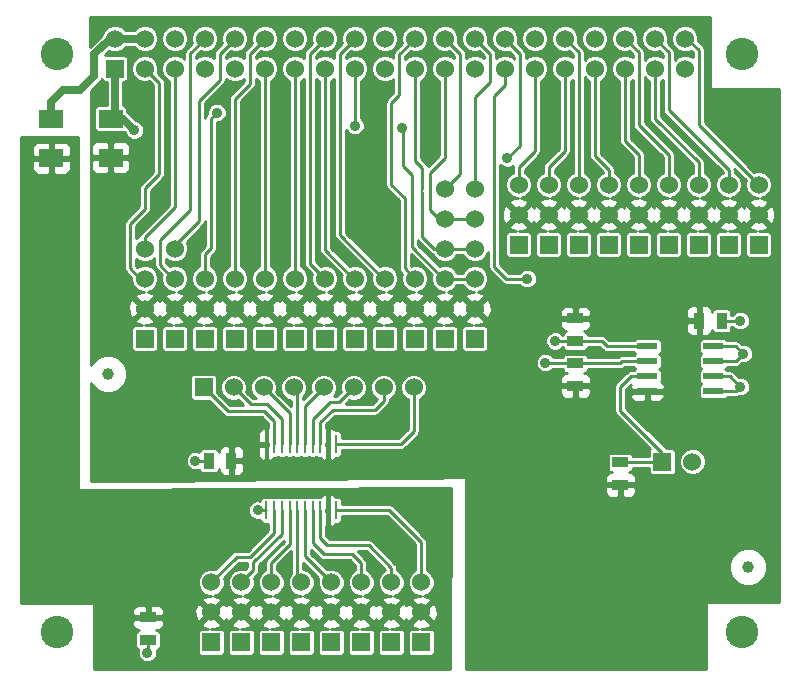
<source format=gtl>
G04 (created by PCBNEW (2013-05-31 BZR 4019)-stable) date 9/30/2014 6:57:16 PM*
%MOIN*%
G04 Gerber Fmt 3.4, Leading zero omitted, Abs format*
%FSLAX34Y34*%
G01*
G70*
G90*
G04 APERTURE LIST*
%ADD10C,0.00590551*%
%ADD11R,0.06X0.06*%
%ADD12C,0.06*%
%ADD13R,0.08X0.06*%
%ADD14R,0.055X0.035*%
%ADD15C,0.108268*%
%ADD16R,0.00984252X0.0610236*%
%ADD17R,0.035X0.055*%
%ADD18R,0.065X0.0236*%
%ADD19C,0.0393701*%
%ADD20C,0.035*%
%ADD21C,0.01*%
%ADD22C,0.008*%
%ADD23C,0.025*%
G04 APERTURE END LIST*
G54D10*
G54D11*
X32854Y-28594D03*
G54D12*
X32854Y-27594D03*
X32854Y-26594D03*
X32854Y-25594D03*
G54D11*
X34854Y-28594D03*
G54D12*
X34854Y-27594D03*
X34854Y-26594D03*
G54D11*
X36854Y-28594D03*
G54D12*
X36854Y-27594D03*
X36854Y-26594D03*
G54D11*
X38854Y-28594D03*
G54D12*
X38854Y-27594D03*
X38854Y-26594D03*
G54D11*
X40854Y-28594D03*
G54D12*
X40854Y-27594D03*
X40854Y-26594D03*
G54D11*
X37854Y-28594D03*
G54D12*
X37854Y-27594D03*
X37854Y-26594D03*
G54D11*
X39854Y-28594D03*
G54D12*
X39854Y-27594D03*
X39854Y-26594D03*
G54D11*
X42854Y-28594D03*
G54D12*
X42854Y-27594D03*
X42854Y-26594D03*
X42854Y-25594D03*
X42854Y-24594D03*
X42854Y-23594D03*
G54D11*
X31854Y-28594D03*
G54D12*
X31854Y-27594D03*
X31854Y-26594D03*
X31854Y-25594D03*
G54D11*
X35854Y-28594D03*
G54D12*
X35854Y-27594D03*
X35854Y-26594D03*
G54D11*
X41854Y-28594D03*
G54D12*
X41854Y-27594D03*
X41854Y-26594D03*
X41854Y-25594D03*
X41854Y-24594D03*
X41854Y-23594D03*
G54D13*
X30709Y-21266D03*
X30709Y-22566D03*
G54D11*
X44309Y-25466D03*
G54D12*
X44309Y-24466D03*
X44309Y-23466D03*
G54D11*
X45309Y-25466D03*
G54D12*
X45309Y-24466D03*
X45309Y-23466D03*
G54D11*
X47309Y-25466D03*
G54D12*
X47309Y-24466D03*
X47309Y-23466D03*
G54D11*
X48309Y-25466D03*
G54D12*
X48309Y-24466D03*
X48309Y-23466D03*
G54D11*
X50309Y-25466D03*
G54D12*
X50309Y-24466D03*
X50309Y-23466D03*
G54D11*
X46309Y-25466D03*
G54D12*
X46309Y-24466D03*
X46309Y-23466D03*
G54D11*
X49309Y-25466D03*
G54D12*
X49309Y-24466D03*
X49309Y-23466D03*
G54D11*
X51309Y-25466D03*
G54D12*
X51309Y-24466D03*
X51309Y-23466D03*
G54D11*
X52309Y-25466D03*
G54D12*
X52309Y-24466D03*
X52309Y-23466D03*
G54D11*
X30854Y-19594D03*
G54D12*
X30854Y-18594D03*
X35854Y-19594D03*
X31854Y-18594D03*
X36854Y-19594D03*
X32854Y-18594D03*
X37854Y-19594D03*
X33854Y-18594D03*
X38854Y-19594D03*
X34854Y-18594D03*
X39854Y-19594D03*
X35854Y-18594D03*
X40854Y-19594D03*
X36854Y-18594D03*
X41854Y-19594D03*
X37854Y-18594D03*
X42854Y-19594D03*
X38854Y-18594D03*
X43854Y-19594D03*
X39854Y-18594D03*
X44854Y-19594D03*
X40854Y-18594D03*
X45854Y-19594D03*
X41854Y-18594D03*
X42854Y-18594D03*
X46854Y-19594D03*
X43854Y-18594D03*
X45854Y-18594D03*
X46854Y-18594D03*
X47854Y-18594D03*
X48854Y-18594D03*
X47854Y-19594D03*
X48854Y-19594D03*
X31854Y-19594D03*
X32854Y-19594D03*
X33854Y-19594D03*
X34854Y-19594D03*
X49854Y-19594D03*
X49854Y-18594D03*
X44854Y-18594D03*
G54D11*
X33854Y-28594D03*
G54D12*
X33854Y-27594D03*
X33854Y-26594D03*
X38809Y-30216D03*
X37809Y-30216D03*
G54D11*
X33809Y-30216D03*
G54D12*
X34809Y-30216D03*
X35809Y-30216D03*
X36809Y-30216D03*
X39809Y-30216D03*
X40809Y-30216D03*
G54D14*
X47700Y-33475D03*
X47700Y-32725D03*
G54D15*
X51771Y-38385D03*
X28937Y-38385D03*
X51771Y-19094D03*
X28937Y-19094D03*
G54D11*
X41059Y-38716D03*
G54D12*
X41059Y-37716D03*
X41059Y-36716D03*
G54D11*
X40059Y-38716D03*
G54D12*
X40059Y-37716D03*
X40059Y-36716D03*
G54D11*
X39059Y-38716D03*
G54D12*
X39059Y-37716D03*
X39059Y-36716D03*
G54D11*
X38059Y-38716D03*
G54D12*
X38059Y-37716D03*
X38059Y-36716D03*
G54D11*
X37059Y-38716D03*
G54D12*
X37059Y-37716D03*
X37059Y-36716D03*
G54D11*
X36059Y-38716D03*
G54D12*
X36059Y-37716D03*
X36059Y-36716D03*
G54D11*
X35059Y-38716D03*
G54D12*
X35059Y-37716D03*
X35059Y-36716D03*
G54D11*
X34059Y-38716D03*
G54D12*
X34059Y-37716D03*
X34059Y-36716D03*
G54D16*
X35897Y-34318D03*
X36163Y-34318D03*
X36419Y-34318D03*
X36675Y-34318D03*
X36931Y-34318D03*
X37187Y-34318D03*
X37442Y-34318D03*
X37698Y-34318D03*
X37954Y-34318D03*
X38210Y-34318D03*
X38210Y-32114D03*
X37954Y-32114D03*
X37698Y-32114D03*
X37442Y-32114D03*
X37187Y-32114D03*
X36931Y-32114D03*
X36675Y-32114D03*
X36419Y-32114D03*
X36163Y-32114D03*
X35907Y-32114D03*
G54D13*
X28740Y-21279D03*
X28740Y-22579D03*
G54D17*
X34734Y-32666D03*
X33984Y-32666D03*
G54D14*
X31959Y-37891D03*
X31959Y-38641D03*
G54D17*
X50325Y-28000D03*
X51075Y-28000D03*
G54D18*
X48600Y-30350D03*
X50800Y-30350D03*
X48600Y-29850D03*
X48600Y-29350D03*
X48600Y-28850D03*
X50800Y-29850D03*
X50800Y-29350D03*
X50800Y-28850D03*
G54D19*
X51959Y-36216D03*
X30620Y-29780D03*
G54D14*
X46200Y-30175D03*
X46200Y-29425D03*
X46200Y-27925D03*
X46200Y-28675D03*
G54D11*
X49100Y-32700D03*
G54D12*
X50100Y-32700D03*
G54D20*
X34251Y-21062D03*
X43940Y-22580D03*
X45200Y-29400D03*
X45525Y-28675D03*
X44600Y-26600D03*
X40420Y-21580D03*
X51800Y-29100D03*
X51700Y-30200D03*
X51700Y-28000D03*
X31934Y-39066D03*
X33534Y-32666D03*
X35609Y-34316D03*
X31500Y-21650D03*
X38850Y-21500D03*
G54D21*
X46309Y-23466D02*
X46309Y-19049D01*
X46309Y-19049D02*
X45854Y-18594D01*
X47309Y-23466D02*
X47309Y-22966D01*
X46854Y-22511D02*
X46854Y-19594D01*
X47309Y-22966D02*
X46854Y-22511D01*
X49309Y-23466D02*
X49309Y-22466D01*
X48309Y-21466D02*
X48309Y-19049D01*
X49309Y-22466D02*
X48309Y-21466D01*
X48309Y-19049D02*
X47854Y-18594D01*
X35854Y-26594D02*
X35854Y-19594D01*
X34854Y-26594D02*
X34854Y-20594D01*
X35354Y-19094D02*
X35854Y-18594D01*
X35354Y-20094D02*
X35354Y-19094D01*
X34854Y-20594D02*
X35354Y-20094D01*
X47854Y-19594D02*
X47854Y-22011D01*
X48309Y-22466D02*
X48309Y-23466D01*
X47854Y-22011D02*
X48309Y-22466D01*
X51309Y-23466D02*
X51309Y-22966D01*
X49309Y-19049D02*
X48854Y-18594D01*
X49309Y-20966D02*
X49309Y-19049D01*
X51309Y-22966D02*
X49309Y-20966D01*
X48904Y-18594D02*
X48854Y-18594D01*
X52309Y-23466D02*
X50309Y-21466D01*
X49937Y-18594D02*
X49854Y-18594D01*
X50309Y-18966D02*
X49937Y-18594D01*
X50309Y-21466D02*
X50309Y-18966D01*
X38854Y-26594D02*
X38804Y-26594D01*
X37854Y-25644D02*
X37854Y-19594D01*
X38804Y-26594D02*
X37854Y-25644D01*
X37854Y-26594D02*
X37354Y-26094D01*
X37354Y-19094D02*
X37854Y-18594D01*
X37354Y-26094D02*
X37354Y-19094D01*
X39854Y-26594D02*
X39804Y-26594D01*
X38354Y-19094D02*
X38854Y-18594D01*
X38354Y-25144D02*
X38354Y-19094D01*
X39804Y-26594D02*
X38354Y-25144D01*
X40340Y-19480D02*
X40340Y-19108D01*
X40340Y-19108D02*
X40854Y-18594D01*
X40509Y-24340D02*
X40509Y-23909D01*
X40340Y-20460D02*
X40340Y-19480D01*
X40060Y-20740D02*
X40340Y-20460D01*
X40060Y-23460D02*
X40060Y-20740D01*
X40509Y-23909D02*
X40060Y-23460D01*
X40509Y-26249D02*
X40854Y-26594D01*
X40509Y-24340D02*
X40509Y-26249D01*
X50309Y-23466D02*
X50309Y-22716D01*
X48854Y-21261D02*
X48854Y-19594D01*
X50309Y-22716D02*
X48854Y-21261D01*
X36854Y-26594D02*
X36854Y-19594D01*
X33854Y-25791D02*
X33854Y-26594D01*
X34055Y-25590D02*
X33854Y-25791D01*
X34055Y-21259D02*
X34055Y-25590D01*
X34251Y-21062D02*
X34055Y-21259D01*
X44854Y-19594D02*
X44854Y-22345D01*
X44854Y-22345D02*
X44309Y-22890D01*
X44309Y-23466D02*
X44309Y-22890D01*
X45854Y-19594D02*
X45854Y-22345D01*
X45309Y-22890D02*
X45309Y-23466D01*
X45854Y-22345D02*
X45309Y-22890D01*
X32854Y-25594D02*
X32854Y-25471D01*
X33659Y-20666D02*
X34354Y-19971D01*
X33659Y-24666D02*
X33659Y-20666D01*
X32854Y-25471D02*
X33659Y-24666D01*
X34354Y-19094D02*
X34854Y-18594D01*
X34354Y-19971D02*
X34354Y-19094D01*
X43854Y-18594D02*
X43854Y-18614D01*
X44360Y-22160D02*
X43940Y-22580D01*
X44360Y-19120D02*
X44360Y-22160D01*
X43854Y-18614D02*
X44360Y-19120D01*
X46200Y-29425D02*
X45225Y-29425D01*
X45225Y-29425D02*
X45200Y-29400D01*
X46200Y-29425D02*
X45475Y-29425D01*
X46200Y-29425D02*
X47675Y-29425D01*
X47750Y-29350D02*
X48600Y-29350D01*
X47675Y-29425D02*
X47750Y-29350D01*
X31854Y-25594D02*
X31854Y-25221D01*
X32859Y-20416D02*
X32854Y-20416D01*
X32859Y-24216D02*
X32859Y-20416D01*
X31854Y-25221D02*
X32859Y-24216D01*
X32854Y-20416D02*
X32854Y-19594D01*
X46200Y-28675D02*
X45525Y-28675D01*
X43854Y-19594D02*
X43854Y-20145D01*
X43900Y-26600D02*
X44600Y-26600D01*
X43500Y-26200D02*
X43900Y-26600D01*
X43500Y-20500D02*
X43500Y-26200D01*
X43854Y-20145D02*
X43500Y-20500D01*
X48600Y-28850D02*
X47250Y-28850D01*
X47075Y-28675D02*
X46200Y-28675D01*
X47250Y-28850D02*
X47075Y-28675D01*
X31854Y-23897D02*
X31854Y-23578D01*
X32322Y-20062D02*
X31854Y-19594D01*
X32322Y-23110D02*
X32322Y-20062D01*
X31854Y-23578D02*
X32322Y-23110D01*
X31354Y-26244D02*
X31354Y-24771D01*
X31854Y-24271D02*
X31854Y-23897D01*
X31354Y-24771D02*
X31854Y-24271D01*
X31854Y-26594D02*
X31704Y-26594D01*
X31704Y-26594D02*
X31354Y-26244D01*
X42354Y-19094D02*
X42354Y-23094D01*
X42354Y-23094D02*
X41854Y-23594D01*
X41854Y-18594D02*
X42354Y-19094D01*
X42854Y-23594D02*
X42854Y-20544D01*
X43354Y-19094D02*
X42854Y-18594D01*
X43354Y-20044D02*
X43354Y-19094D01*
X42854Y-20544D02*
X43354Y-20044D01*
X41104Y-23616D02*
X41104Y-22911D01*
X41104Y-22911D02*
X40854Y-22661D01*
X40854Y-22661D02*
X40854Y-19594D01*
G54D22*
X41104Y-23716D02*
X41104Y-23616D01*
G54D21*
X41854Y-25594D02*
X42854Y-25594D01*
X41854Y-25594D02*
X41504Y-25594D01*
X41104Y-25194D02*
X41104Y-23716D01*
X41504Y-25594D02*
X41104Y-25194D01*
X40460Y-22850D02*
X40754Y-23144D01*
X40460Y-21620D02*
X40460Y-22850D01*
X40420Y-21580D02*
X40460Y-21620D01*
X41854Y-26594D02*
X41804Y-26594D01*
X41804Y-26594D02*
X40754Y-25544D01*
X40754Y-25544D02*
X40754Y-23144D01*
X41854Y-26594D02*
X42854Y-26594D01*
X41854Y-19594D02*
X41854Y-22571D01*
X41854Y-22571D02*
X41354Y-23071D01*
X41354Y-24294D02*
X41354Y-23071D01*
X41854Y-24594D02*
X41654Y-24594D01*
X41654Y-24594D02*
X41354Y-24294D01*
X41854Y-24594D02*
X42854Y-24594D01*
X32854Y-26594D02*
X32804Y-26594D01*
X32804Y-26594D02*
X32359Y-26149D01*
X33359Y-19089D02*
X33854Y-18594D01*
X33359Y-24316D02*
X33359Y-19089D01*
X32359Y-25316D02*
X33359Y-24316D01*
X32359Y-26149D02*
X32359Y-25316D01*
X47700Y-32725D02*
X49075Y-32725D01*
X49075Y-32725D02*
X49100Y-32700D01*
X49100Y-32700D02*
X49100Y-32400D01*
X47700Y-31000D02*
X47700Y-30200D01*
X49100Y-32400D02*
X47700Y-31000D01*
X47700Y-30200D02*
X48050Y-29850D01*
X48050Y-29850D02*
X48600Y-29850D01*
X48050Y-29850D02*
X48600Y-29850D01*
X47700Y-30200D02*
X48050Y-29850D01*
X50800Y-28850D02*
X51550Y-28850D01*
X51550Y-29350D02*
X51800Y-29100D01*
X51550Y-29350D02*
X50800Y-29350D01*
X51550Y-28850D02*
X51800Y-29100D01*
X50800Y-29850D02*
X51350Y-29850D01*
X51550Y-30350D02*
X51700Y-30200D01*
X51550Y-30350D02*
X50800Y-30350D01*
X51350Y-29850D02*
X51700Y-30200D01*
X51075Y-28000D02*
X51700Y-28000D01*
X31959Y-38641D02*
X31959Y-39041D01*
X31959Y-39041D02*
X31934Y-39066D01*
X33984Y-32666D02*
X33534Y-32666D01*
X35897Y-34318D02*
X35611Y-34318D01*
X35611Y-34318D02*
X35609Y-34316D01*
G54D23*
X30709Y-21266D02*
X31116Y-21266D01*
X31116Y-21266D02*
X31500Y-21650D01*
G54D21*
X38854Y-19594D02*
X38854Y-21495D01*
X38854Y-21495D02*
X38850Y-21500D01*
G54D23*
X30854Y-19594D02*
X30854Y-21121D01*
X30854Y-21121D02*
X30709Y-21266D01*
X28740Y-21279D02*
X28740Y-20708D01*
X30159Y-19840D02*
X30159Y-19116D01*
X29685Y-20314D02*
X30159Y-19840D01*
X29133Y-20314D02*
X29685Y-20314D01*
X28740Y-20708D02*
X29133Y-20314D01*
X30854Y-18594D02*
X30681Y-18594D01*
X30681Y-18594D02*
X30159Y-19116D01*
X30854Y-18594D02*
X31854Y-18594D01*
G54D21*
X40809Y-31691D02*
X40809Y-30216D01*
X38210Y-32114D02*
X40386Y-32114D01*
X40386Y-32114D02*
X40809Y-31691D01*
X37698Y-32114D02*
X37698Y-31376D01*
X37698Y-31376D02*
X38109Y-30966D01*
X39809Y-30666D02*
X39809Y-30216D01*
X39509Y-30966D02*
X39809Y-30666D01*
X38109Y-30966D02*
X39509Y-30966D01*
X37442Y-32114D02*
X37442Y-31282D01*
X37442Y-31282D02*
X38009Y-30716D01*
X38309Y-30716D02*
X38809Y-30216D01*
X38009Y-30716D02*
X38309Y-30716D01*
X37187Y-32114D02*
X37187Y-30838D01*
X37187Y-30838D02*
X37809Y-30216D01*
X36931Y-32114D02*
X36931Y-30338D01*
X36931Y-30338D02*
X36809Y-30216D01*
X36675Y-31082D02*
X35809Y-30216D01*
X36675Y-32114D02*
X36675Y-31082D01*
X37934Y-35491D02*
X39314Y-35491D01*
X40059Y-36236D02*
X40059Y-36716D01*
X39314Y-35491D02*
X40059Y-36236D01*
X37698Y-34318D02*
X37698Y-35256D01*
X37698Y-35256D02*
X37934Y-35491D01*
X35384Y-30791D02*
X34809Y-30216D01*
X35934Y-30791D02*
X35384Y-30791D01*
X36419Y-32114D02*
X36419Y-31276D01*
X36419Y-31276D02*
X35934Y-30791D01*
X36163Y-32114D02*
X36163Y-31345D01*
X36163Y-31345D02*
X35834Y-31016D01*
X34609Y-31016D02*
X33809Y-30216D01*
X35834Y-31016D02*
X34609Y-31016D01*
X36931Y-34318D02*
X36931Y-36588D01*
X36931Y-36588D02*
X37059Y-36716D01*
X37187Y-34318D02*
X37187Y-35844D01*
X37187Y-35844D02*
X38059Y-36716D01*
X37442Y-34318D02*
X37442Y-35400D01*
X39059Y-36091D02*
X39059Y-36716D01*
X38759Y-35791D02*
X39059Y-36091D01*
X37834Y-35791D02*
X38759Y-35791D01*
X37442Y-35400D02*
X37834Y-35791D01*
X38210Y-34318D02*
X40001Y-34318D01*
X40001Y-34318D02*
X41059Y-35376D01*
X41059Y-35376D02*
X41059Y-36716D01*
X34059Y-36716D02*
X34909Y-35866D01*
X36163Y-35062D02*
X36163Y-34318D01*
X35359Y-35866D02*
X36163Y-35062D01*
X34909Y-35866D02*
X35359Y-35866D01*
X36419Y-34318D02*
X36419Y-35106D01*
X35469Y-36056D02*
X35469Y-36306D01*
X36419Y-35106D02*
X35469Y-36056D01*
X35469Y-36306D02*
X35059Y-36716D01*
X36675Y-34318D02*
X36675Y-35450D01*
X36675Y-35450D02*
X36059Y-36066D01*
X36059Y-36066D02*
X36059Y-36716D01*
G54D10*
G36*
X52979Y-37361D02*
X52863Y-37361D01*
X52863Y-24548D01*
X52852Y-24329D01*
X52790Y-24178D01*
X52759Y-24169D01*
X52759Y-23377D01*
X52690Y-23211D01*
X52564Y-23085D01*
X52398Y-23016D01*
X52219Y-23016D01*
X52164Y-23039D01*
X50509Y-21383D01*
X50509Y-18966D01*
X50509Y-18966D01*
X50493Y-18889D01*
X50493Y-18889D01*
X50479Y-18868D01*
X50450Y-18825D01*
X50450Y-18825D01*
X50304Y-18678D01*
X50304Y-18505D01*
X50236Y-18339D01*
X50109Y-18213D01*
X49944Y-18144D01*
X49765Y-18144D01*
X49599Y-18212D01*
X49473Y-18339D01*
X49404Y-18504D01*
X49404Y-18683D01*
X49472Y-18849D01*
X49599Y-18975D01*
X49764Y-19044D01*
X49943Y-19044D01*
X50057Y-18997D01*
X50109Y-19049D01*
X50109Y-19213D01*
X49944Y-19144D01*
X49765Y-19144D01*
X49599Y-19212D01*
X49509Y-19303D01*
X49509Y-19049D01*
X49493Y-18972D01*
X49493Y-18972D01*
X49479Y-18951D01*
X49450Y-18907D01*
X49450Y-18907D01*
X49281Y-18738D01*
X49304Y-18684D01*
X49304Y-18505D01*
X49236Y-18339D01*
X49109Y-18213D01*
X48944Y-18144D01*
X48765Y-18144D01*
X48599Y-18212D01*
X48473Y-18339D01*
X48404Y-18504D01*
X48404Y-18683D01*
X48472Y-18849D01*
X48599Y-18975D01*
X48764Y-19044D01*
X48943Y-19044D01*
X48998Y-19021D01*
X49109Y-19132D01*
X49109Y-19213D01*
X48944Y-19144D01*
X48765Y-19144D01*
X48599Y-19212D01*
X48509Y-19303D01*
X48509Y-19049D01*
X48493Y-18972D01*
X48493Y-18972D01*
X48479Y-18951D01*
X48450Y-18907D01*
X48450Y-18907D01*
X48281Y-18738D01*
X48304Y-18684D01*
X48304Y-18505D01*
X48236Y-18339D01*
X48109Y-18213D01*
X47944Y-18144D01*
X47765Y-18144D01*
X47599Y-18212D01*
X47473Y-18339D01*
X47404Y-18504D01*
X47404Y-18683D01*
X47472Y-18849D01*
X47599Y-18975D01*
X47764Y-19044D01*
X47943Y-19044D01*
X47998Y-19021D01*
X48109Y-19132D01*
X48109Y-19213D01*
X47944Y-19144D01*
X47765Y-19144D01*
X47599Y-19212D01*
X47473Y-19339D01*
X47404Y-19504D01*
X47404Y-19683D01*
X47472Y-19849D01*
X47599Y-19975D01*
X47654Y-19998D01*
X47654Y-22011D01*
X47669Y-22088D01*
X47712Y-22153D01*
X48109Y-22549D01*
X48109Y-23062D01*
X48054Y-23084D01*
X47927Y-23211D01*
X47859Y-23376D01*
X47858Y-23555D01*
X47927Y-23721D01*
X48053Y-23847D01*
X48219Y-23916D01*
X48295Y-23916D01*
X48172Y-23922D01*
X48021Y-23985D01*
X47993Y-24080D01*
X48309Y-24395D01*
X48624Y-24080D01*
X48596Y-23985D01*
X48401Y-23915D01*
X48563Y-23848D01*
X48690Y-23721D01*
X48758Y-23556D01*
X48759Y-23377D01*
X48690Y-23211D01*
X48564Y-23085D01*
X48509Y-23062D01*
X48509Y-22466D01*
X48493Y-22389D01*
X48493Y-22389D01*
X48479Y-22368D01*
X48450Y-22325D01*
X48450Y-22325D01*
X48054Y-21928D01*
X48054Y-19998D01*
X48108Y-19976D01*
X48109Y-19976D01*
X48109Y-21466D01*
X48124Y-21543D01*
X48167Y-21607D01*
X49109Y-22549D01*
X49109Y-23062D01*
X49054Y-23084D01*
X48927Y-23211D01*
X48859Y-23376D01*
X48858Y-23555D01*
X48927Y-23721D01*
X49053Y-23847D01*
X49219Y-23916D01*
X49295Y-23916D01*
X49172Y-23922D01*
X49021Y-23985D01*
X48993Y-24080D01*
X49309Y-24395D01*
X49624Y-24080D01*
X49596Y-23985D01*
X49401Y-23915D01*
X49563Y-23848D01*
X49690Y-23721D01*
X49758Y-23556D01*
X49759Y-23377D01*
X49690Y-23211D01*
X49564Y-23085D01*
X49509Y-23062D01*
X49509Y-22466D01*
X49493Y-22389D01*
X49493Y-22389D01*
X49479Y-22368D01*
X49450Y-22325D01*
X49450Y-22325D01*
X48509Y-21383D01*
X48509Y-19885D01*
X48599Y-19975D01*
X48654Y-19998D01*
X48654Y-21261D01*
X48669Y-21338D01*
X48712Y-21403D01*
X50109Y-22799D01*
X50109Y-23062D01*
X50054Y-23084D01*
X49927Y-23211D01*
X49859Y-23376D01*
X49858Y-23555D01*
X49927Y-23721D01*
X50053Y-23847D01*
X50219Y-23916D01*
X50295Y-23916D01*
X50172Y-23922D01*
X50021Y-23985D01*
X49993Y-24080D01*
X50309Y-24395D01*
X50624Y-24080D01*
X50596Y-23985D01*
X50401Y-23915D01*
X50563Y-23848D01*
X50690Y-23721D01*
X50758Y-23556D01*
X50759Y-23377D01*
X50690Y-23211D01*
X50564Y-23085D01*
X50509Y-23062D01*
X50509Y-22716D01*
X50493Y-22639D01*
X50493Y-22639D01*
X50450Y-22575D01*
X49054Y-21178D01*
X49054Y-19998D01*
X49108Y-19976D01*
X49109Y-19976D01*
X49109Y-20966D01*
X49124Y-21043D01*
X49167Y-21107D01*
X51109Y-23049D01*
X51109Y-23062D01*
X51054Y-23084D01*
X50927Y-23211D01*
X50859Y-23376D01*
X50858Y-23555D01*
X50927Y-23721D01*
X51053Y-23847D01*
X51219Y-23916D01*
X51295Y-23916D01*
X51172Y-23922D01*
X51021Y-23985D01*
X50993Y-24080D01*
X51309Y-24395D01*
X51624Y-24080D01*
X51596Y-23985D01*
X51401Y-23915D01*
X51563Y-23848D01*
X51690Y-23721D01*
X51758Y-23556D01*
X51759Y-23377D01*
X51690Y-23211D01*
X51564Y-23085D01*
X51509Y-23062D01*
X51509Y-22966D01*
X51509Y-22966D01*
X51504Y-22945D01*
X51881Y-23322D01*
X51859Y-23376D01*
X51858Y-23555D01*
X51927Y-23721D01*
X52053Y-23847D01*
X52219Y-23916D01*
X52295Y-23916D01*
X52172Y-23922D01*
X52021Y-23985D01*
X51993Y-24080D01*
X52309Y-24395D01*
X52624Y-24080D01*
X52596Y-23985D01*
X52401Y-23915D01*
X52563Y-23848D01*
X52690Y-23721D01*
X52758Y-23556D01*
X52759Y-23377D01*
X52759Y-24169D01*
X52694Y-24151D01*
X52379Y-24466D01*
X52694Y-24781D01*
X52790Y-24754D01*
X52863Y-24548D01*
X52863Y-37361D01*
X52759Y-37361D01*
X52759Y-25736D01*
X52759Y-25136D01*
X52736Y-25081D01*
X52694Y-25039D01*
X52639Y-25016D01*
X52579Y-25016D01*
X52323Y-25016D01*
X52445Y-25010D01*
X52596Y-24947D01*
X52624Y-24852D01*
X52309Y-24537D01*
X52238Y-24607D01*
X52238Y-24466D01*
X51923Y-24151D01*
X51827Y-24178D01*
X51810Y-24227D01*
X51790Y-24178D01*
X51694Y-24151D01*
X51379Y-24466D01*
X51694Y-24781D01*
X51790Y-24754D01*
X51807Y-24705D01*
X51827Y-24754D01*
X51923Y-24781D01*
X52238Y-24466D01*
X52238Y-24607D01*
X51993Y-24852D01*
X52021Y-24947D01*
X52213Y-25016D01*
X51979Y-25016D01*
X51924Y-25039D01*
X51881Y-25081D01*
X51859Y-25136D01*
X51859Y-25196D01*
X51859Y-25796D01*
X51881Y-25851D01*
X51923Y-25893D01*
X51979Y-25916D01*
X52038Y-25916D01*
X52638Y-25916D01*
X52693Y-25893D01*
X52736Y-25851D01*
X52759Y-25796D01*
X52759Y-25736D01*
X52759Y-37361D01*
X52599Y-37361D01*
X52599Y-36089D01*
X52502Y-35854D01*
X52322Y-35673D01*
X52125Y-35591D01*
X52125Y-29035D01*
X52075Y-28916D01*
X52025Y-28865D01*
X52025Y-27935D01*
X51975Y-27816D01*
X51884Y-27724D01*
X51764Y-27675D01*
X51759Y-27675D01*
X51759Y-25736D01*
X51759Y-25136D01*
X51736Y-25081D01*
X51694Y-25039D01*
X51639Y-25016D01*
X51579Y-25016D01*
X51323Y-25016D01*
X51445Y-25010D01*
X51596Y-24947D01*
X51624Y-24852D01*
X51309Y-24537D01*
X51238Y-24607D01*
X51238Y-24466D01*
X50923Y-24151D01*
X50827Y-24178D01*
X50810Y-24227D01*
X50790Y-24178D01*
X50694Y-24151D01*
X50379Y-24466D01*
X50694Y-24781D01*
X50790Y-24754D01*
X50807Y-24705D01*
X50827Y-24754D01*
X50923Y-24781D01*
X51238Y-24466D01*
X51238Y-24607D01*
X50993Y-24852D01*
X51021Y-24947D01*
X51213Y-25016D01*
X50979Y-25016D01*
X50924Y-25039D01*
X50881Y-25081D01*
X50859Y-25136D01*
X50859Y-25196D01*
X50859Y-25796D01*
X50881Y-25851D01*
X50923Y-25893D01*
X50979Y-25916D01*
X51038Y-25916D01*
X51638Y-25916D01*
X51693Y-25893D01*
X51736Y-25851D01*
X51759Y-25796D01*
X51759Y-25736D01*
X51759Y-27675D01*
X51635Y-27674D01*
X51516Y-27724D01*
X51440Y-27800D01*
X51400Y-27800D01*
X51400Y-27695D01*
X51377Y-27640D01*
X51335Y-27597D01*
X51279Y-27575D01*
X51220Y-27574D01*
X50870Y-27574D01*
X50815Y-27597D01*
X50772Y-27639D01*
X50759Y-27673D01*
X50759Y-25736D01*
X50759Y-25136D01*
X50736Y-25081D01*
X50694Y-25039D01*
X50639Y-25016D01*
X50579Y-25016D01*
X50323Y-25016D01*
X50445Y-25010D01*
X50596Y-24947D01*
X50624Y-24852D01*
X50309Y-24537D01*
X50238Y-24607D01*
X50238Y-24466D01*
X49923Y-24151D01*
X49827Y-24178D01*
X49810Y-24227D01*
X49790Y-24178D01*
X49694Y-24151D01*
X49379Y-24466D01*
X49694Y-24781D01*
X49790Y-24754D01*
X49807Y-24705D01*
X49827Y-24754D01*
X49923Y-24781D01*
X50238Y-24466D01*
X50238Y-24607D01*
X49993Y-24852D01*
X50021Y-24947D01*
X50213Y-25016D01*
X49979Y-25016D01*
X49924Y-25039D01*
X49881Y-25081D01*
X49859Y-25136D01*
X49859Y-25196D01*
X49859Y-25796D01*
X49881Y-25851D01*
X49923Y-25893D01*
X49979Y-25916D01*
X50038Y-25916D01*
X50638Y-25916D01*
X50693Y-25893D01*
X50736Y-25851D01*
X50759Y-25796D01*
X50759Y-25736D01*
X50759Y-27673D01*
X50750Y-27695D01*
X50749Y-27724D01*
X50749Y-27675D01*
X50711Y-27583D01*
X50641Y-27512D01*
X50549Y-27474D01*
X50437Y-27475D01*
X50375Y-27537D01*
X50375Y-27950D01*
X50382Y-27950D01*
X50382Y-28050D01*
X50375Y-28050D01*
X50375Y-28462D01*
X50437Y-28525D01*
X50549Y-28525D01*
X50641Y-28487D01*
X50711Y-28416D01*
X50749Y-28324D01*
X50749Y-28304D01*
X50749Y-28304D01*
X50772Y-28359D01*
X50814Y-28402D01*
X50870Y-28424D01*
X50929Y-28425D01*
X51279Y-28425D01*
X51334Y-28402D01*
X51377Y-28360D01*
X51399Y-28304D01*
X51400Y-28245D01*
X51400Y-28200D01*
X51440Y-28200D01*
X51515Y-28275D01*
X51635Y-28324D01*
X51764Y-28325D01*
X51883Y-28275D01*
X51975Y-28184D01*
X52024Y-28064D01*
X52025Y-27935D01*
X52025Y-28865D01*
X51984Y-28824D01*
X51864Y-28775D01*
X51757Y-28774D01*
X51691Y-28708D01*
X51626Y-28665D01*
X51550Y-28650D01*
X51253Y-28650D01*
X51252Y-28647D01*
X51210Y-28604D01*
X51154Y-28582D01*
X51095Y-28581D01*
X50445Y-28581D01*
X50390Y-28604D01*
X50347Y-28646D01*
X50325Y-28702D01*
X50324Y-28761D01*
X50324Y-28997D01*
X50347Y-29052D01*
X50389Y-29095D01*
X50401Y-29099D01*
X50390Y-29104D01*
X50347Y-29146D01*
X50325Y-29202D01*
X50324Y-29261D01*
X50324Y-29497D01*
X50347Y-29552D01*
X50389Y-29595D01*
X50401Y-29599D01*
X50390Y-29604D01*
X50347Y-29646D01*
X50325Y-29702D01*
X50324Y-29761D01*
X50324Y-29997D01*
X50347Y-30052D01*
X50389Y-30095D01*
X50401Y-30099D01*
X50390Y-30104D01*
X50347Y-30146D01*
X50325Y-30202D01*
X50324Y-30261D01*
X50324Y-30497D01*
X50347Y-30552D01*
X50389Y-30595D01*
X50445Y-30617D01*
X50504Y-30618D01*
X51154Y-30618D01*
X51209Y-30595D01*
X51252Y-30553D01*
X51253Y-30550D01*
X51550Y-30550D01*
X51626Y-30534D01*
X51641Y-30524D01*
X51764Y-30525D01*
X51883Y-30475D01*
X51975Y-30384D01*
X52024Y-30264D01*
X52025Y-30135D01*
X51975Y-30016D01*
X51884Y-29924D01*
X51764Y-29875D01*
X51657Y-29874D01*
X51491Y-29708D01*
X51426Y-29665D01*
X51350Y-29650D01*
X51253Y-29650D01*
X51252Y-29647D01*
X51210Y-29604D01*
X51198Y-29600D01*
X51209Y-29595D01*
X51252Y-29553D01*
X51253Y-29550D01*
X51550Y-29550D01*
X51626Y-29534D01*
X51691Y-29491D01*
X51757Y-29424D01*
X51864Y-29425D01*
X51983Y-29375D01*
X52075Y-29284D01*
X52124Y-29164D01*
X52125Y-29035D01*
X52125Y-35591D01*
X52087Y-35576D01*
X51832Y-35575D01*
X51596Y-35673D01*
X51416Y-35853D01*
X51318Y-36088D01*
X51318Y-36343D01*
X51415Y-36578D01*
X51595Y-36759D01*
X51831Y-36856D01*
X52085Y-36857D01*
X52321Y-36759D01*
X52501Y-36579D01*
X52599Y-36344D01*
X52599Y-36089D01*
X52599Y-37361D01*
X50558Y-37361D01*
X50568Y-39594D01*
X50550Y-39594D01*
X50550Y-32610D01*
X50481Y-32445D01*
X50355Y-32318D01*
X50275Y-32285D01*
X50275Y-28462D01*
X50275Y-28050D01*
X50275Y-27950D01*
X50275Y-27537D01*
X50212Y-27475D01*
X50100Y-27474D01*
X50008Y-27512D01*
X49938Y-27583D01*
X49900Y-27675D01*
X49899Y-27774D01*
X49900Y-27887D01*
X49962Y-27950D01*
X50275Y-27950D01*
X50275Y-28050D01*
X49962Y-28050D01*
X49900Y-28112D01*
X49899Y-28225D01*
X49900Y-28324D01*
X49938Y-28416D01*
X50008Y-28487D01*
X50100Y-28525D01*
X50212Y-28525D01*
X50275Y-28462D01*
X50275Y-32285D01*
X50189Y-32250D01*
X50010Y-32249D01*
X49845Y-32318D01*
X49759Y-32404D01*
X49759Y-25736D01*
X49759Y-25136D01*
X49736Y-25081D01*
X49694Y-25039D01*
X49639Y-25016D01*
X49579Y-25016D01*
X49323Y-25016D01*
X49445Y-25010D01*
X49596Y-24947D01*
X49624Y-24852D01*
X49309Y-24537D01*
X49238Y-24607D01*
X49238Y-24466D01*
X48923Y-24151D01*
X48827Y-24178D01*
X48810Y-24227D01*
X48790Y-24178D01*
X48694Y-24151D01*
X48379Y-24466D01*
X48694Y-24781D01*
X48790Y-24754D01*
X48807Y-24705D01*
X48827Y-24754D01*
X48923Y-24781D01*
X49238Y-24466D01*
X49238Y-24607D01*
X48993Y-24852D01*
X49021Y-24947D01*
X49213Y-25016D01*
X48979Y-25016D01*
X48924Y-25039D01*
X48881Y-25081D01*
X48859Y-25136D01*
X48859Y-25196D01*
X48859Y-25796D01*
X48881Y-25851D01*
X48923Y-25893D01*
X48979Y-25916D01*
X49038Y-25916D01*
X49638Y-25916D01*
X49693Y-25893D01*
X49736Y-25851D01*
X49759Y-25796D01*
X49759Y-25736D01*
X49759Y-32404D01*
X49718Y-32444D01*
X49650Y-32610D01*
X49649Y-32789D01*
X49718Y-32954D01*
X49844Y-33081D01*
X50010Y-33149D01*
X50189Y-33150D01*
X50354Y-33081D01*
X50481Y-32955D01*
X50549Y-32789D01*
X50550Y-32610D01*
X50550Y-39594D01*
X49550Y-39594D01*
X49550Y-32970D01*
X49550Y-32370D01*
X49527Y-32315D01*
X49485Y-32272D01*
X49429Y-32250D01*
X49370Y-32249D01*
X49232Y-32249D01*
X49175Y-32192D01*
X49175Y-30517D01*
X49175Y-30462D01*
X49112Y-30400D01*
X48650Y-30400D01*
X48650Y-30655D01*
X48712Y-30718D01*
X48875Y-30718D01*
X48974Y-30717D01*
X49066Y-30679D01*
X49137Y-30609D01*
X49175Y-30517D01*
X49175Y-32192D01*
X48550Y-31567D01*
X48550Y-30655D01*
X48550Y-30400D01*
X48087Y-30400D01*
X48025Y-30462D01*
X48024Y-30517D01*
X48062Y-30609D01*
X48133Y-30679D01*
X48225Y-30717D01*
X48324Y-30718D01*
X48487Y-30718D01*
X48550Y-30655D01*
X48550Y-31567D01*
X47900Y-30917D01*
X47900Y-30282D01*
X48042Y-30140D01*
X48024Y-30182D01*
X48025Y-30237D01*
X48087Y-30300D01*
X48550Y-30300D01*
X48550Y-30292D01*
X48650Y-30292D01*
X48650Y-30300D01*
X49112Y-30300D01*
X49175Y-30237D01*
X49175Y-30182D01*
X49137Y-30090D01*
X49066Y-30020D01*
X49065Y-30019D01*
X49074Y-29997D01*
X49075Y-29938D01*
X49075Y-29702D01*
X49052Y-29647D01*
X49010Y-29604D01*
X48998Y-29600D01*
X49009Y-29595D01*
X49052Y-29553D01*
X49074Y-29497D01*
X49075Y-29438D01*
X49075Y-29202D01*
X49052Y-29147D01*
X49010Y-29104D01*
X48998Y-29100D01*
X49009Y-29095D01*
X49052Y-29053D01*
X49074Y-28997D01*
X49075Y-28938D01*
X49075Y-28702D01*
X49052Y-28647D01*
X49010Y-28604D01*
X48954Y-28582D01*
X48895Y-28581D01*
X48759Y-28581D01*
X48759Y-25736D01*
X48759Y-25136D01*
X48736Y-25081D01*
X48694Y-25039D01*
X48639Y-25016D01*
X48579Y-25016D01*
X48323Y-25016D01*
X48445Y-25010D01*
X48596Y-24947D01*
X48624Y-24852D01*
X48309Y-24537D01*
X48238Y-24607D01*
X48238Y-24466D01*
X47923Y-24151D01*
X47827Y-24178D01*
X47810Y-24227D01*
X47790Y-24178D01*
X47759Y-24169D01*
X47759Y-23377D01*
X47690Y-23211D01*
X47564Y-23085D01*
X47509Y-23062D01*
X47509Y-22966D01*
X47493Y-22889D01*
X47493Y-22889D01*
X47479Y-22868D01*
X47450Y-22825D01*
X47450Y-22825D01*
X47054Y-22428D01*
X47054Y-19998D01*
X47108Y-19976D01*
X47235Y-19849D01*
X47304Y-19684D01*
X47304Y-19505D01*
X47304Y-18505D01*
X47236Y-18339D01*
X47109Y-18213D01*
X46944Y-18144D01*
X46765Y-18144D01*
X46599Y-18212D01*
X46473Y-18339D01*
X46404Y-18504D01*
X46404Y-18683D01*
X46472Y-18849D01*
X46599Y-18975D01*
X46764Y-19044D01*
X46943Y-19044D01*
X47108Y-18976D01*
X47235Y-18849D01*
X47304Y-18684D01*
X47304Y-18505D01*
X47304Y-19505D01*
X47236Y-19339D01*
X47109Y-19213D01*
X46944Y-19144D01*
X46765Y-19144D01*
X46599Y-19212D01*
X46509Y-19303D01*
X46509Y-19049D01*
X46493Y-18972D01*
X46493Y-18972D01*
X46479Y-18951D01*
X46450Y-18907D01*
X46450Y-18907D01*
X46281Y-18738D01*
X46304Y-18684D01*
X46304Y-18505D01*
X46236Y-18339D01*
X46109Y-18213D01*
X45944Y-18144D01*
X45765Y-18144D01*
X45599Y-18212D01*
X45473Y-18339D01*
X45404Y-18504D01*
X45404Y-18683D01*
X45472Y-18849D01*
X45599Y-18975D01*
X45764Y-19044D01*
X45943Y-19044D01*
X45998Y-19021D01*
X46109Y-19132D01*
X46109Y-19213D01*
X45944Y-19144D01*
X45765Y-19144D01*
X45599Y-19212D01*
X45473Y-19339D01*
X45404Y-19504D01*
X45404Y-19683D01*
X45472Y-19849D01*
X45599Y-19975D01*
X45654Y-19998D01*
X45654Y-22262D01*
X45304Y-22612D01*
X45304Y-19505D01*
X45304Y-18505D01*
X45236Y-18339D01*
X45109Y-18213D01*
X44944Y-18144D01*
X44765Y-18144D01*
X44599Y-18212D01*
X44473Y-18339D01*
X44404Y-18504D01*
X44404Y-18683D01*
X44472Y-18849D01*
X44599Y-18975D01*
X44764Y-19044D01*
X44943Y-19044D01*
X45108Y-18976D01*
X45235Y-18849D01*
X45304Y-18684D01*
X45304Y-18505D01*
X45304Y-19505D01*
X45236Y-19339D01*
X45109Y-19213D01*
X44944Y-19144D01*
X44765Y-19144D01*
X44599Y-19212D01*
X44560Y-19252D01*
X44560Y-19120D01*
X44559Y-19119D01*
X44544Y-19043D01*
X44544Y-19043D01*
X44530Y-19021D01*
X44501Y-18978D01*
X44501Y-18978D01*
X44275Y-18752D01*
X44304Y-18684D01*
X44304Y-18505D01*
X44236Y-18339D01*
X44109Y-18213D01*
X43944Y-18144D01*
X43765Y-18144D01*
X43599Y-18212D01*
X43473Y-18339D01*
X43404Y-18504D01*
X43404Y-18683D01*
X43472Y-18849D01*
X43599Y-18975D01*
X43764Y-19044D01*
X43943Y-19044D01*
X43984Y-19027D01*
X44160Y-19202D01*
X44160Y-19263D01*
X44109Y-19213D01*
X43944Y-19144D01*
X43765Y-19144D01*
X43599Y-19212D01*
X43554Y-19258D01*
X43554Y-19094D01*
X43541Y-19030D01*
X43539Y-19017D01*
X43539Y-19017D01*
X43495Y-18953D01*
X43281Y-18738D01*
X43304Y-18684D01*
X43304Y-18505D01*
X43236Y-18339D01*
X43109Y-18213D01*
X42944Y-18144D01*
X42765Y-18144D01*
X42599Y-18212D01*
X42473Y-18339D01*
X42404Y-18504D01*
X42404Y-18683D01*
X42472Y-18849D01*
X42599Y-18975D01*
X42764Y-19044D01*
X42943Y-19044D01*
X42998Y-19021D01*
X43154Y-19177D01*
X43154Y-19258D01*
X43109Y-19213D01*
X42944Y-19144D01*
X42765Y-19144D01*
X42599Y-19212D01*
X42554Y-19258D01*
X42554Y-19094D01*
X42541Y-19030D01*
X42539Y-19017D01*
X42539Y-19017D01*
X42495Y-18953D01*
X42281Y-18738D01*
X42304Y-18684D01*
X42304Y-18505D01*
X42236Y-18339D01*
X42109Y-18213D01*
X41944Y-18144D01*
X41765Y-18144D01*
X41599Y-18212D01*
X41473Y-18339D01*
X41404Y-18504D01*
X41404Y-18683D01*
X41472Y-18849D01*
X41599Y-18975D01*
X41764Y-19044D01*
X41943Y-19044D01*
X41998Y-19021D01*
X42154Y-19177D01*
X42154Y-19258D01*
X42109Y-19213D01*
X41944Y-19144D01*
X41765Y-19144D01*
X41599Y-19212D01*
X41473Y-19339D01*
X41404Y-19504D01*
X41404Y-19683D01*
X41472Y-19849D01*
X41599Y-19975D01*
X41654Y-19998D01*
X41654Y-22488D01*
X41292Y-22850D01*
X41289Y-22835D01*
X41289Y-22835D01*
X41274Y-22813D01*
X41245Y-22770D01*
X41245Y-22770D01*
X41054Y-22578D01*
X41054Y-19998D01*
X41108Y-19976D01*
X41235Y-19849D01*
X41304Y-19684D01*
X41304Y-19505D01*
X41236Y-19339D01*
X41109Y-19213D01*
X40944Y-19144D01*
X40765Y-19144D01*
X40599Y-19212D01*
X40540Y-19272D01*
X40540Y-19191D01*
X40709Y-19021D01*
X40764Y-19044D01*
X40943Y-19044D01*
X41108Y-18976D01*
X41235Y-18849D01*
X41304Y-18684D01*
X41304Y-18505D01*
X41236Y-18339D01*
X41109Y-18213D01*
X40944Y-18144D01*
X40765Y-18144D01*
X40599Y-18212D01*
X40473Y-18339D01*
X40404Y-18504D01*
X40404Y-18683D01*
X40427Y-18738D01*
X40304Y-18861D01*
X40304Y-18505D01*
X40236Y-18339D01*
X40109Y-18213D01*
X39944Y-18144D01*
X39765Y-18144D01*
X39599Y-18212D01*
X39473Y-18339D01*
X39404Y-18504D01*
X39404Y-18683D01*
X39472Y-18849D01*
X39599Y-18975D01*
X39764Y-19044D01*
X39943Y-19044D01*
X40108Y-18976D01*
X40235Y-18849D01*
X40304Y-18684D01*
X40304Y-18505D01*
X40304Y-18861D01*
X40198Y-18967D01*
X40155Y-19032D01*
X40140Y-19108D01*
X40140Y-19243D01*
X40109Y-19213D01*
X39944Y-19144D01*
X39765Y-19144D01*
X39599Y-19212D01*
X39473Y-19339D01*
X39404Y-19504D01*
X39404Y-19683D01*
X39472Y-19849D01*
X39599Y-19975D01*
X39764Y-20044D01*
X39943Y-20044D01*
X40108Y-19976D01*
X40140Y-19945D01*
X40140Y-20377D01*
X39918Y-20598D01*
X39875Y-20663D01*
X39860Y-20740D01*
X39860Y-23460D01*
X39875Y-23536D01*
X39918Y-23601D01*
X40309Y-23991D01*
X40309Y-24340D01*
X40309Y-26249D01*
X40324Y-26325D01*
X40367Y-26390D01*
X40427Y-26450D01*
X40404Y-26504D01*
X40404Y-26683D01*
X40472Y-26849D01*
X40599Y-26975D01*
X40764Y-27044D01*
X40840Y-27044D01*
X40717Y-27050D01*
X40566Y-27113D01*
X40539Y-27208D01*
X40854Y-27523D01*
X41169Y-27208D01*
X41142Y-27113D01*
X40946Y-27043D01*
X41108Y-26976D01*
X41235Y-26849D01*
X41304Y-26684D01*
X41304Y-26505D01*
X41236Y-26339D01*
X41109Y-26213D01*
X40944Y-26144D01*
X40765Y-26144D01*
X40709Y-26167D01*
X40709Y-26166D01*
X40709Y-25782D01*
X41412Y-26485D01*
X41404Y-26504D01*
X41404Y-26683D01*
X41472Y-26849D01*
X41599Y-26975D01*
X41764Y-27044D01*
X41840Y-27044D01*
X41717Y-27050D01*
X41566Y-27113D01*
X41539Y-27208D01*
X41854Y-27523D01*
X42169Y-27208D01*
X42142Y-27113D01*
X41946Y-27043D01*
X42108Y-26976D01*
X42235Y-26849D01*
X42258Y-26794D01*
X42450Y-26794D01*
X42472Y-26849D01*
X42599Y-26975D01*
X42764Y-27044D01*
X42840Y-27044D01*
X42717Y-27050D01*
X42566Y-27113D01*
X42539Y-27208D01*
X42854Y-27523D01*
X43169Y-27208D01*
X43142Y-27113D01*
X42946Y-27043D01*
X43108Y-26976D01*
X43235Y-26849D01*
X43304Y-26684D01*
X43304Y-26505D01*
X43236Y-26339D01*
X43109Y-26213D01*
X42944Y-26144D01*
X42765Y-26144D01*
X42599Y-26212D01*
X42473Y-26339D01*
X42450Y-26394D01*
X42258Y-26394D01*
X42236Y-26339D01*
X42109Y-26213D01*
X41944Y-26144D01*
X41765Y-26144D01*
X41674Y-26181D01*
X40954Y-25461D01*
X40954Y-25323D01*
X40962Y-25335D01*
X41362Y-25735D01*
X41362Y-25735D01*
X41406Y-25764D01*
X41427Y-25779D01*
X41427Y-25779D01*
X41445Y-25782D01*
X41445Y-25782D01*
X41472Y-25849D01*
X41599Y-25975D01*
X41764Y-26044D01*
X41943Y-26044D01*
X42108Y-25976D01*
X42235Y-25849D01*
X42258Y-25794D01*
X42450Y-25794D01*
X42472Y-25849D01*
X42599Y-25975D01*
X42764Y-26044D01*
X42943Y-26044D01*
X43108Y-25976D01*
X43235Y-25849D01*
X43300Y-25694D01*
X43300Y-26200D01*
X43315Y-26276D01*
X43358Y-26341D01*
X43758Y-26741D01*
X43758Y-26741D01*
X43801Y-26770D01*
X43823Y-26784D01*
X43823Y-26784D01*
X43899Y-26799D01*
X43900Y-26800D01*
X44340Y-26800D01*
X44415Y-26875D01*
X44535Y-26924D01*
X44664Y-26925D01*
X44783Y-26875D01*
X44875Y-26784D01*
X44924Y-26664D01*
X44925Y-26535D01*
X44875Y-26416D01*
X44784Y-26324D01*
X44759Y-26314D01*
X44759Y-25736D01*
X44759Y-25136D01*
X44736Y-25081D01*
X44694Y-25039D01*
X44639Y-25016D01*
X44579Y-25016D01*
X44323Y-25016D01*
X44445Y-25010D01*
X44596Y-24947D01*
X44624Y-24852D01*
X44309Y-24537D01*
X44238Y-24607D01*
X44238Y-24466D01*
X43923Y-24151D01*
X43827Y-24178D01*
X43754Y-24384D01*
X43765Y-24603D01*
X43827Y-24754D01*
X43923Y-24781D01*
X44238Y-24466D01*
X44238Y-24607D01*
X43993Y-24852D01*
X44021Y-24947D01*
X44213Y-25016D01*
X43979Y-25016D01*
X43924Y-25039D01*
X43881Y-25081D01*
X43859Y-25136D01*
X43859Y-25196D01*
X43859Y-25796D01*
X43881Y-25851D01*
X43923Y-25893D01*
X43979Y-25916D01*
X44038Y-25916D01*
X44638Y-25916D01*
X44693Y-25893D01*
X44736Y-25851D01*
X44759Y-25796D01*
X44759Y-25736D01*
X44759Y-26314D01*
X44664Y-26275D01*
X44535Y-26274D01*
X44416Y-26324D01*
X44340Y-26400D01*
X43982Y-26400D01*
X43700Y-26117D01*
X43700Y-22799D01*
X43755Y-22855D01*
X43875Y-22904D01*
X44004Y-22905D01*
X44115Y-22859D01*
X44109Y-22890D01*
X44109Y-23062D01*
X44054Y-23084D01*
X43927Y-23211D01*
X43859Y-23376D01*
X43858Y-23555D01*
X43927Y-23721D01*
X44053Y-23847D01*
X44219Y-23916D01*
X44295Y-23916D01*
X44172Y-23922D01*
X44021Y-23985D01*
X43993Y-24080D01*
X44309Y-24395D01*
X44624Y-24080D01*
X44596Y-23985D01*
X44401Y-23915D01*
X44563Y-23848D01*
X44690Y-23721D01*
X44758Y-23556D01*
X44759Y-23377D01*
X44690Y-23211D01*
X44564Y-23085D01*
X44509Y-23062D01*
X44509Y-22973D01*
X44995Y-22487D01*
X44995Y-22487D01*
X45024Y-22443D01*
X45039Y-22422D01*
X45039Y-22422D01*
X45054Y-22345D01*
X45054Y-22345D01*
X45054Y-19998D01*
X45108Y-19976D01*
X45235Y-19849D01*
X45304Y-19684D01*
X45304Y-19505D01*
X45304Y-22612D01*
X45167Y-22749D01*
X45124Y-22814D01*
X45109Y-22890D01*
X45109Y-23062D01*
X45054Y-23084D01*
X44927Y-23211D01*
X44859Y-23376D01*
X44858Y-23555D01*
X44927Y-23721D01*
X45053Y-23847D01*
X45219Y-23916D01*
X45295Y-23916D01*
X45172Y-23922D01*
X45021Y-23985D01*
X44993Y-24080D01*
X45309Y-24395D01*
X45624Y-24080D01*
X45596Y-23985D01*
X45401Y-23915D01*
X45563Y-23848D01*
X45690Y-23721D01*
X45758Y-23556D01*
X45759Y-23377D01*
X45690Y-23211D01*
X45564Y-23085D01*
X45509Y-23062D01*
X45509Y-22973D01*
X45995Y-22487D01*
X45995Y-22487D01*
X46024Y-22443D01*
X46039Y-22422D01*
X46039Y-22422D01*
X46054Y-22345D01*
X46054Y-22345D01*
X46054Y-19998D01*
X46108Y-19976D01*
X46109Y-19976D01*
X46109Y-23062D01*
X46054Y-23084D01*
X45927Y-23211D01*
X45859Y-23376D01*
X45858Y-23555D01*
X45927Y-23721D01*
X46053Y-23847D01*
X46219Y-23916D01*
X46295Y-23916D01*
X46172Y-23922D01*
X46021Y-23985D01*
X45993Y-24080D01*
X46309Y-24395D01*
X46624Y-24080D01*
X46596Y-23985D01*
X46401Y-23915D01*
X46563Y-23848D01*
X46690Y-23721D01*
X46758Y-23556D01*
X46759Y-23377D01*
X46690Y-23211D01*
X46564Y-23085D01*
X46509Y-23062D01*
X46509Y-19885D01*
X46599Y-19975D01*
X46654Y-19998D01*
X46654Y-22511D01*
X46669Y-22588D01*
X46712Y-22653D01*
X47109Y-23049D01*
X47109Y-23062D01*
X47054Y-23084D01*
X46927Y-23211D01*
X46859Y-23376D01*
X46858Y-23555D01*
X46927Y-23721D01*
X47053Y-23847D01*
X47219Y-23916D01*
X47295Y-23916D01*
X47172Y-23922D01*
X47021Y-23985D01*
X46993Y-24080D01*
X47309Y-24395D01*
X47624Y-24080D01*
X47596Y-23985D01*
X47401Y-23915D01*
X47563Y-23848D01*
X47690Y-23721D01*
X47758Y-23556D01*
X47759Y-23377D01*
X47759Y-24169D01*
X47694Y-24151D01*
X47379Y-24466D01*
X47694Y-24781D01*
X47790Y-24754D01*
X47807Y-24705D01*
X47827Y-24754D01*
X47923Y-24781D01*
X48238Y-24466D01*
X48238Y-24607D01*
X47993Y-24852D01*
X48021Y-24947D01*
X48213Y-25016D01*
X47979Y-25016D01*
X47924Y-25039D01*
X47881Y-25081D01*
X47859Y-25136D01*
X47859Y-25196D01*
X47859Y-25796D01*
X47881Y-25851D01*
X47923Y-25893D01*
X47979Y-25916D01*
X48038Y-25916D01*
X48638Y-25916D01*
X48693Y-25893D01*
X48736Y-25851D01*
X48759Y-25796D01*
X48759Y-25736D01*
X48759Y-28581D01*
X48245Y-28581D01*
X48190Y-28604D01*
X48147Y-28646D01*
X48146Y-28650D01*
X47759Y-28650D01*
X47759Y-25736D01*
X47759Y-25136D01*
X47736Y-25081D01*
X47694Y-25039D01*
X47639Y-25016D01*
X47579Y-25016D01*
X47323Y-25016D01*
X47445Y-25010D01*
X47596Y-24947D01*
X47624Y-24852D01*
X47309Y-24537D01*
X47238Y-24607D01*
X47238Y-24466D01*
X46923Y-24151D01*
X46827Y-24178D01*
X46810Y-24227D01*
X46790Y-24178D01*
X46694Y-24151D01*
X46379Y-24466D01*
X46694Y-24781D01*
X46790Y-24754D01*
X46807Y-24705D01*
X46827Y-24754D01*
X46923Y-24781D01*
X47238Y-24466D01*
X47238Y-24607D01*
X46993Y-24852D01*
X47021Y-24947D01*
X47213Y-25016D01*
X46979Y-25016D01*
X46924Y-25039D01*
X46881Y-25081D01*
X46859Y-25136D01*
X46859Y-25196D01*
X46859Y-25796D01*
X46881Y-25851D01*
X46923Y-25893D01*
X46979Y-25916D01*
X47038Y-25916D01*
X47638Y-25916D01*
X47693Y-25893D01*
X47736Y-25851D01*
X47759Y-25796D01*
X47759Y-25736D01*
X47759Y-28650D01*
X47332Y-28650D01*
X47216Y-28533D01*
X47151Y-28490D01*
X47075Y-28475D01*
X46759Y-28475D01*
X46759Y-25736D01*
X46759Y-25136D01*
X46736Y-25081D01*
X46694Y-25039D01*
X46639Y-25016D01*
X46579Y-25016D01*
X46323Y-25016D01*
X46445Y-25010D01*
X46596Y-24947D01*
X46624Y-24852D01*
X46309Y-24537D01*
X46238Y-24607D01*
X46238Y-24466D01*
X45923Y-24151D01*
X45827Y-24178D01*
X45810Y-24227D01*
X45790Y-24178D01*
X45694Y-24151D01*
X45379Y-24466D01*
X45694Y-24781D01*
X45790Y-24754D01*
X45807Y-24705D01*
X45827Y-24754D01*
X45923Y-24781D01*
X46238Y-24466D01*
X46238Y-24607D01*
X45993Y-24852D01*
X46021Y-24947D01*
X46213Y-25016D01*
X45979Y-25016D01*
X45924Y-25039D01*
X45881Y-25081D01*
X45859Y-25136D01*
X45859Y-25196D01*
X45859Y-25796D01*
X45881Y-25851D01*
X45923Y-25893D01*
X45979Y-25916D01*
X46038Y-25916D01*
X46638Y-25916D01*
X46693Y-25893D01*
X46736Y-25851D01*
X46759Y-25796D01*
X46759Y-25736D01*
X46759Y-28475D01*
X46625Y-28475D01*
X46625Y-28470D01*
X46602Y-28415D01*
X46560Y-28372D01*
X46504Y-28350D01*
X46475Y-28349D01*
X46524Y-28349D01*
X46616Y-28311D01*
X46687Y-28241D01*
X46725Y-28149D01*
X46725Y-27700D01*
X46687Y-27608D01*
X46616Y-27538D01*
X46524Y-27500D01*
X46425Y-27499D01*
X46312Y-27500D01*
X46250Y-27562D01*
X46250Y-27875D01*
X46662Y-27875D01*
X46725Y-27812D01*
X46725Y-27700D01*
X46725Y-28149D01*
X46725Y-28037D01*
X46662Y-27975D01*
X46250Y-27975D01*
X46250Y-27982D01*
X46150Y-27982D01*
X46150Y-27975D01*
X46150Y-27875D01*
X46150Y-27562D01*
X46087Y-27500D01*
X45974Y-27499D01*
X45875Y-27500D01*
X45783Y-27538D01*
X45759Y-27562D01*
X45759Y-25736D01*
X45759Y-25136D01*
X45736Y-25081D01*
X45694Y-25039D01*
X45639Y-25016D01*
X45579Y-25016D01*
X45323Y-25016D01*
X45445Y-25010D01*
X45596Y-24947D01*
X45624Y-24852D01*
X45309Y-24537D01*
X45238Y-24607D01*
X45238Y-24466D01*
X44923Y-24151D01*
X44827Y-24178D01*
X44810Y-24227D01*
X44790Y-24178D01*
X44694Y-24151D01*
X44379Y-24466D01*
X44694Y-24781D01*
X44790Y-24754D01*
X44807Y-24705D01*
X44827Y-24754D01*
X44923Y-24781D01*
X45238Y-24466D01*
X45238Y-24607D01*
X44993Y-24852D01*
X45021Y-24947D01*
X45213Y-25016D01*
X44979Y-25016D01*
X44924Y-25039D01*
X44881Y-25081D01*
X44859Y-25136D01*
X44859Y-25196D01*
X44859Y-25796D01*
X44881Y-25851D01*
X44923Y-25893D01*
X44979Y-25916D01*
X45038Y-25916D01*
X45638Y-25916D01*
X45693Y-25893D01*
X45736Y-25851D01*
X45759Y-25796D01*
X45759Y-25736D01*
X45759Y-27562D01*
X45712Y-27608D01*
X45674Y-27700D01*
X45675Y-27812D01*
X45737Y-27875D01*
X46150Y-27875D01*
X46150Y-27975D01*
X45737Y-27975D01*
X45675Y-28037D01*
X45674Y-28149D01*
X45712Y-28241D01*
X45783Y-28311D01*
X45875Y-28349D01*
X45895Y-28349D01*
X45895Y-28349D01*
X45840Y-28372D01*
X45797Y-28414D01*
X45776Y-28466D01*
X45709Y-28399D01*
X45589Y-28350D01*
X45460Y-28349D01*
X45341Y-28399D01*
X45249Y-28490D01*
X45200Y-28610D01*
X45199Y-28739D01*
X45249Y-28858D01*
X45340Y-28950D01*
X45460Y-28999D01*
X45589Y-29000D01*
X45708Y-28950D01*
X45776Y-28883D01*
X45797Y-28934D01*
X45839Y-28977D01*
X45895Y-28999D01*
X45954Y-29000D01*
X46504Y-29000D01*
X46559Y-28977D01*
X46602Y-28935D01*
X46624Y-28879D01*
X46624Y-28875D01*
X46992Y-28875D01*
X47108Y-28991D01*
X47108Y-28991D01*
X47151Y-29020D01*
X47173Y-29034D01*
X47173Y-29034D01*
X47249Y-29049D01*
X47250Y-29050D01*
X48146Y-29050D01*
X48147Y-29052D01*
X48189Y-29095D01*
X48201Y-29099D01*
X48190Y-29104D01*
X48147Y-29146D01*
X48146Y-29150D01*
X47750Y-29150D01*
X47673Y-29165D01*
X47651Y-29179D01*
X47608Y-29208D01*
X47592Y-29225D01*
X46625Y-29225D01*
X46625Y-29220D01*
X46602Y-29165D01*
X46560Y-29122D01*
X46504Y-29100D01*
X46445Y-29099D01*
X45895Y-29099D01*
X45840Y-29122D01*
X45797Y-29164D01*
X45775Y-29220D01*
X45775Y-29225D01*
X45479Y-29225D01*
X45475Y-29216D01*
X45384Y-29124D01*
X45264Y-29075D01*
X45135Y-29074D01*
X45016Y-29124D01*
X44924Y-29215D01*
X44875Y-29335D01*
X44874Y-29464D01*
X44924Y-29583D01*
X45015Y-29675D01*
X45135Y-29724D01*
X45264Y-29725D01*
X45383Y-29675D01*
X45434Y-29625D01*
X45475Y-29625D01*
X45774Y-29625D01*
X45774Y-29629D01*
X45797Y-29684D01*
X45839Y-29727D01*
X45895Y-29749D01*
X45924Y-29750D01*
X45875Y-29750D01*
X45783Y-29788D01*
X45712Y-29858D01*
X45674Y-29950D01*
X45675Y-30062D01*
X45737Y-30125D01*
X46150Y-30125D01*
X46150Y-30117D01*
X46250Y-30117D01*
X46250Y-30125D01*
X46662Y-30125D01*
X46725Y-30062D01*
X46725Y-29950D01*
X46687Y-29858D01*
X46616Y-29788D01*
X46524Y-29750D01*
X46504Y-29750D01*
X46559Y-29727D01*
X46602Y-29685D01*
X46624Y-29629D01*
X46624Y-29625D01*
X47675Y-29625D01*
X47751Y-29609D01*
X47816Y-29566D01*
X47832Y-29550D01*
X48146Y-29550D01*
X48147Y-29552D01*
X48189Y-29595D01*
X48201Y-29599D01*
X48190Y-29604D01*
X48147Y-29646D01*
X48146Y-29650D01*
X48050Y-29650D01*
X47973Y-29665D01*
X47951Y-29679D01*
X47908Y-29708D01*
X47558Y-30058D01*
X47515Y-30123D01*
X47500Y-30200D01*
X47500Y-31000D01*
X47515Y-31076D01*
X47558Y-31141D01*
X48702Y-32285D01*
X48672Y-32314D01*
X48650Y-32370D01*
X48649Y-32429D01*
X48649Y-32525D01*
X48125Y-32525D01*
X48125Y-32520D01*
X48102Y-32465D01*
X48060Y-32422D01*
X48004Y-32400D01*
X47945Y-32399D01*
X47395Y-32399D01*
X47340Y-32422D01*
X47297Y-32464D01*
X47275Y-32520D01*
X47274Y-32579D01*
X47274Y-32929D01*
X47297Y-32984D01*
X47339Y-33027D01*
X47395Y-33049D01*
X47424Y-33050D01*
X47375Y-33050D01*
X47283Y-33088D01*
X47212Y-33158D01*
X47174Y-33250D01*
X47175Y-33362D01*
X47237Y-33425D01*
X47650Y-33425D01*
X47650Y-33417D01*
X47750Y-33417D01*
X47750Y-33425D01*
X48162Y-33425D01*
X48225Y-33362D01*
X48225Y-33250D01*
X48187Y-33158D01*
X48116Y-33088D01*
X48024Y-33050D01*
X48004Y-33050D01*
X48059Y-33027D01*
X48102Y-32985D01*
X48124Y-32929D01*
X48124Y-32925D01*
X48649Y-32925D01*
X48649Y-33029D01*
X48672Y-33084D01*
X48714Y-33127D01*
X48770Y-33149D01*
X48829Y-33150D01*
X49429Y-33150D01*
X49484Y-33127D01*
X49527Y-33085D01*
X49549Y-33029D01*
X49550Y-32970D01*
X49550Y-39594D01*
X48225Y-39594D01*
X48225Y-33699D01*
X48225Y-33587D01*
X48162Y-33525D01*
X47750Y-33525D01*
X47750Y-33837D01*
X47812Y-33900D01*
X47925Y-33900D01*
X48024Y-33899D01*
X48116Y-33861D01*
X48187Y-33791D01*
X48225Y-33699D01*
X48225Y-39594D01*
X47650Y-39594D01*
X47650Y-33837D01*
X47650Y-33525D01*
X47237Y-33525D01*
X47175Y-33587D01*
X47174Y-33699D01*
X47212Y-33791D01*
X47283Y-33861D01*
X47375Y-33899D01*
X47474Y-33900D01*
X47587Y-33900D01*
X47650Y-33837D01*
X47650Y-39594D01*
X46725Y-39594D01*
X46725Y-30399D01*
X46725Y-30287D01*
X46662Y-30225D01*
X46250Y-30225D01*
X46250Y-30537D01*
X46312Y-30600D01*
X46425Y-30600D01*
X46524Y-30599D01*
X46616Y-30561D01*
X46687Y-30491D01*
X46725Y-30399D01*
X46725Y-39594D01*
X46150Y-39594D01*
X46150Y-30537D01*
X46150Y-30225D01*
X45737Y-30225D01*
X45675Y-30287D01*
X45674Y-30399D01*
X45712Y-30491D01*
X45783Y-30561D01*
X45875Y-30599D01*
X45974Y-30600D01*
X46087Y-30600D01*
X46150Y-30537D01*
X46150Y-39594D01*
X43409Y-39594D01*
X43409Y-27676D01*
X43398Y-27457D01*
X43335Y-27306D01*
X43240Y-27279D01*
X42925Y-27594D01*
X43240Y-27909D01*
X43335Y-27882D01*
X43409Y-27676D01*
X43409Y-39594D01*
X43304Y-39594D01*
X43304Y-28864D01*
X43304Y-28264D01*
X43281Y-28209D01*
X43239Y-28167D01*
X43184Y-28144D01*
X43124Y-28144D01*
X42868Y-28144D01*
X42991Y-28138D01*
X43142Y-28075D01*
X43169Y-27980D01*
X42854Y-27665D01*
X42783Y-27735D01*
X42783Y-27594D01*
X42468Y-27279D01*
X42373Y-27306D01*
X42355Y-27355D01*
X42335Y-27306D01*
X42240Y-27279D01*
X41925Y-27594D01*
X42240Y-27909D01*
X42335Y-27882D01*
X42352Y-27833D01*
X42373Y-27882D01*
X42468Y-27909D01*
X42783Y-27594D01*
X42783Y-27735D01*
X42539Y-27980D01*
X42566Y-28075D01*
X42759Y-28144D01*
X42524Y-28144D01*
X42469Y-28167D01*
X42427Y-28209D01*
X42404Y-28264D01*
X42404Y-28324D01*
X42404Y-28924D01*
X42427Y-28979D01*
X42469Y-29021D01*
X42524Y-29044D01*
X42584Y-29044D01*
X43184Y-29044D01*
X43239Y-29021D01*
X43281Y-28979D01*
X43304Y-28924D01*
X43304Y-28864D01*
X43304Y-39594D01*
X42559Y-39594D01*
X42559Y-33215D01*
X42304Y-33218D01*
X42304Y-28864D01*
X42304Y-28264D01*
X42281Y-28209D01*
X42239Y-28167D01*
X42184Y-28144D01*
X42124Y-28144D01*
X41868Y-28144D01*
X41991Y-28138D01*
X42142Y-28075D01*
X42169Y-27980D01*
X41854Y-27665D01*
X41783Y-27735D01*
X41783Y-27594D01*
X41468Y-27279D01*
X41373Y-27306D01*
X41355Y-27355D01*
X41335Y-27306D01*
X41240Y-27279D01*
X40925Y-27594D01*
X41240Y-27909D01*
X41335Y-27882D01*
X41352Y-27833D01*
X41373Y-27882D01*
X41468Y-27909D01*
X41783Y-27594D01*
X41783Y-27735D01*
X41539Y-27980D01*
X41566Y-28075D01*
X41759Y-28144D01*
X41524Y-28144D01*
X41469Y-28167D01*
X41427Y-28209D01*
X41404Y-28264D01*
X41404Y-28324D01*
X41404Y-28924D01*
X41427Y-28979D01*
X41469Y-29021D01*
X41524Y-29044D01*
X41584Y-29044D01*
X42184Y-29044D01*
X42239Y-29021D01*
X42281Y-28979D01*
X42304Y-28924D01*
X42304Y-28864D01*
X42304Y-33218D01*
X41304Y-33229D01*
X41304Y-28864D01*
X41304Y-28264D01*
X41281Y-28209D01*
X41239Y-28167D01*
X41184Y-28144D01*
X41124Y-28144D01*
X40868Y-28144D01*
X40991Y-28138D01*
X41142Y-28075D01*
X41169Y-27980D01*
X40854Y-27665D01*
X40783Y-27735D01*
X40783Y-27594D01*
X40468Y-27279D01*
X40373Y-27306D01*
X40355Y-27355D01*
X40335Y-27306D01*
X40304Y-27297D01*
X40304Y-26505D01*
X40236Y-26339D01*
X40109Y-26213D01*
X39944Y-26144D01*
X39765Y-26144D01*
X39674Y-26181D01*
X38554Y-25061D01*
X38554Y-21635D01*
X38574Y-21683D01*
X38665Y-21775D01*
X38785Y-21824D01*
X38914Y-21825D01*
X39033Y-21775D01*
X39125Y-21684D01*
X39174Y-21564D01*
X39175Y-21435D01*
X39125Y-21316D01*
X39054Y-21244D01*
X39054Y-19998D01*
X39108Y-19976D01*
X39235Y-19849D01*
X39304Y-19684D01*
X39304Y-19505D01*
X39236Y-19339D01*
X39109Y-19213D01*
X38944Y-19144D01*
X38765Y-19144D01*
X38599Y-19212D01*
X38554Y-19258D01*
X38554Y-19177D01*
X38709Y-19021D01*
X38764Y-19044D01*
X38943Y-19044D01*
X39108Y-18976D01*
X39235Y-18849D01*
X39304Y-18684D01*
X39304Y-18505D01*
X39236Y-18339D01*
X39109Y-18213D01*
X38944Y-18144D01*
X38765Y-18144D01*
X38599Y-18212D01*
X38473Y-18339D01*
X38404Y-18504D01*
X38404Y-18683D01*
X38427Y-18738D01*
X38212Y-18953D01*
X38169Y-19017D01*
X38154Y-19094D01*
X38154Y-19258D01*
X38109Y-19213D01*
X37944Y-19144D01*
X37765Y-19144D01*
X37599Y-19212D01*
X37554Y-19258D01*
X37554Y-19177D01*
X37709Y-19021D01*
X37764Y-19044D01*
X37943Y-19044D01*
X38108Y-18976D01*
X38235Y-18849D01*
X38304Y-18684D01*
X38304Y-18505D01*
X38236Y-18339D01*
X38109Y-18213D01*
X37944Y-18144D01*
X37765Y-18144D01*
X37599Y-18212D01*
X37473Y-18339D01*
X37404Y-18504D01*
X37404Y-18683D01*
X37427Y-18738D01*
X37304Y-18861D01*
X37304Y-18505D01*
X37236Y-18339D01*
X37109Y-18213D01*
X36944Y-18144D01*
X36765Y-18144D01*
X36599Y-18212D01*
X36473Y-18339D01*
X36404Y-18504D01*
X36404Y-18683D01*
X36472Y-18849D01*
X36599Y-18975D01*
X36764Y-19044D01*
X36943Y-19044D01*
X37108Y-18976D01*
X37235Y-18849D01*
X37304Y-18684D01*
X37304Y-18505D01*
X37304Y-18861D01*
X37212Y-18953D01*
X37169Y-19017D01*
X37154Y-19094D01*
X37154Y-19258D01*
X37109Y-19213D01*
X36944Y-19144D01*
X36765Y-19144D01*
X36599Y-19212D01*
X36473Y-19339D01*
X36404Y-19504D01*
X36404Y-19683D01*
X36472Y-19849D01*
X36599Y-19975D01*
X36654Y-19998D01*
X36654Y-26190D01*
X36599Y-26212D01*
X36473Y-26339D01*
X36404Y-26504D01*
X36404Y-26683D01*
X36472Y-26849D01*
X36599Y-26975D01*
X36764Y-27044D01*
X36840Y-27044D01*
X36717Y-27050D01*
X36566Y-27113D01*
X36539Y-27208D01*
X36854Y-27523D01*
X37169Y-27208D01*
X37142Y-27113D01*
X36946Y-27043D01*
X37108Y-26976D01*
X37235Y-26849D01*
X37304Y-26684D01*
X37304Y-26505D01*
X37236Y-26339D01*
X37109Y-26213D01*
X37054Y-26190D01*
X37054Y-19998D01*
X37108Y-19976D01*
X37154Y-19930D01*
X37154Y-26094D01*
X37169Y-26171D01*
X37212Y-26235D01*
X37427Y-26450D01*
X37404Y-26504D01*
X37404Y-26683D01*
X37472Y-26849D01*
X37599Y-26975D01*
X37764Y-27044D01*
X37840Y-27044D01*
X37717Y-27050D01*
X37566Y-27113D01*
X37539Y-27208D01*
X37854Y-27523D01*
X38169Y-27208D01*
X38142Y-27113D01*
X37946Y-27043D01*
X38108Y-26976D01*
X38235Y-26849D01*
X38304Y-26684D01*
X38304Y-26505D01*
X38236Y-26339D01*
X38109Y-26213D01*
X37944Y-26144D01*
X37765Y-26144D01*
X37709Y-26167D01*
X37554Y-26011D01*
X37554Y-19930D01*
X37599Y-19975D01*
X37654Y-19998D01*
X37654Y-25644D01*
X37669Y-25721D01*
X37712Y-25785D01*
X38412Y-26485D01*
X38404Y-26504D01*
X38404Y-26683D01*
X38472Y-26849D01*
X38599Y-26975D01*
X38764Y-27044D01*
X38840Y-27044D01*
X38717Y-27050D01*
X38566Y-27113D01*
X38539Y-27208D01*
X38854Y-27523D01*
X39169Y-27208D01*
X39142Y-27113D01*
X38946Y-27043D01*
X39108Y-26976D01*
X39235Y-26849D01*
X39304Y-26684D01*
X39304Y-26505D01*
X39236Y-26339D01*
X39109Y-26213D01*
X38944Y-26144D01*
X38765Y-26144D01*
X38674Y-26181D01*
X38054Y-25561D01*
X38054Y-19998D01*
X38108Y-19976D01*
X38154Y-19930D01*
X38154Y-25144D01*
X38169Y-25221D01*
X38212Y-25285D01*
X39412Y-26485D01*
X39404Y-26504D01*
X39404Y-26683D01*
X39472Y-26849D01*
X39599Y-26975D01*
X39764Y-27044D01*
X39840Y-27044D01*
X39717Y-27050D01*
X39566Y-27113D01*
X39539Y-27208D01*
X39854Y-27523D01*
X40169Y-27208D01*
X40142Y-27113D01*
X39946Y-27043D01*
X40108Y-26976D01*
X40235Y-26849D01*
X40304Y-26684D01*
X40304Y-26505D01*
X40304Y-27297D01*
X40240Y-27279D01*
X39925Y-27594D01*
X40240Y-27909D01*
X40335Y-27882D01*
X40352Y-27833D01*
X40373Y-27882D01*
X40468Y-27909D01*
X40783Y-27594D01*
X40783Y-27735D01*
X40539Y-27980D01*
X40566Y-28075D01*
X40759Y-28144D01*
X40524Y-28144D01*
X40469Y-28167D01*
X40427Y-28209D01*
X40404Y-28264D01*
X40404Y-28324D01*
X40404Y-28924D01*
X40427Y-28979D01*
X40469Y-29021D01*
X40524Y-29044D01*
X40584Y-29044D01*
X41184Y-29044D01*
X41239Y-29021D01*
X41281Y-28979D01*
X41304Y-28924D01*
X41304Y-28864D01*
X41304Y-33229D01*
X41259Y-33230D01*
X41259Y-30127D01*
X41190Y-29961D01*
X41064Y-29835D01*
X40898Y-29766D01*
X40719Y-29766D01*
X40554Y-29834D01*
X40427Y-29961D01*
X40359Y-30126D01*
X40358Y-30305D01*
X40427Y-30471D01*
X40553Y-30597D01*
X40609Y-30620D01*
X40609Y-31608D01*
X40304Y-31913D01*
X40304Y-28864D01*
X40304Y-28264D01*
X40281Y-28209D01*
X40239Y-28167D01*
X40184Y-28144D01*
X40124Y-28144D01*
X39868Y-28144D01*
X39991Y-28138D01*
X40142Y-28075D01*
X40169Y-27980D01*
X39854Y-27665D01*
X39783Y-27735D01*
X39783Y-27594D01*
X39468Y-27279D01*
X39373Y-27306D01*
X39355Y-27355D01*
X39335Y-27306D01*
X39240Y-27279D01*
X38925Y-27594D01*
X39240Y-27909D01*
X39335Y-27882D01*
X39352Y-27833D01*
X39373Y-27882D01*
X39468Y-27909D01*
X39783Y-27594D01*
X39783Y-27735D01*
X39539Y-27980D01*
X39566Y-28075D01*
X39759Y-28144D01*
X39524Y-28144D01*
X39469Y-28167D01*
X39427Y-28209D01*
X39404Y-28264D01*
X39404Y-28324D01*
X39404Y-28924D01*
X39427Y-28979D01*
X39469Y-29021D01*
X39524Y-29044D01*
X39584Y-29044D01*
X40184Y-29044D01*
X40239Y-29021D01*
X40281Y-28979D01*
X40304Y-28924D01*
X40304Y-28864D01*
X40304Y-31913D01*
X40303Y-31914D01*
X40259Y-31914D01*
X40259Y-30127D01*
X40190Y-29961D01*
X40064Y-29835D01*
X39898Y-29766D01*
X39719Y-29766D01*
X39554Y-29834D01*
X39427Y-29961D01*
X39359Y-30126D01*
X39358Y-30305D01*
X39427Y-30471D01*
X39553Y-30597D01*
X39582Y-30609D01*
X39426Y-30766D01*
X39304Y-30766D01*
X39304Y-28864D01*
X39304Y-28264D01*
X39281Y-28209D01*
X39239Y-28167D01*
X39184Y-28144D01*
X39124Y-28144D01*
X38868Y-28144D01*
X38991Y-28138D01*
X39142Y-28075D01*
X39169Y-27980D01*
X38854Y-27665D01*
X38783Y-27735D01*
X38783Y-27594D01*
X38468Y-27279D01*
X38373Y-27306D01*
X38355Y-27355D01*
X38335Y-27306D01*
X38240Y-27279D01*
X37925Y-27594D01*
X38240Y-27909D01*
X38335Y-27882D01*
X38352Y-27833D01*
X38373Y-27882D01*
X38468Y-27909D01*
X38783Y-27594D01*
X38783Y-27735D01*
X38539Y-27980D01*
X38566Y-28075D01*
X38759Y-28144D01*
X38524Y-28144D01*
X38469Y-28167D01*
X38427Y-28209D01*
X38404Y-28264D01*
X38404Y-28324D01*
X38404Y-28924D01*
X38427Y-28979D01*
X38469Y-29021D01*
X38524Y-29044D01*
X38584Y-29044D01*
X39184Y-29044D01*
X39239Y-29021D01*
X39281Y-28979D01*
X39304Y-28924D01*
X39304Y-28864D01*
X39304Y-30766D01*
X38541Y-30766D01*
X38664Y-30643D01*
X38719Y-30666D01*
X38898Y-30666D01*
X39063Y-30598D01*
X39190Y-30471D01*
X39258Y-30306D01*
X39259Y-30127D01*
X39190Y-29961D01*
X39064Y-29835D01*
X38898Y-29766D01*
X38719Y-29766D01*
X38554Y-29834D01*
X38427Y-29961D01*
X38359Y-30126D01*
X38358Y-30305D01*
X38381Y-30360D01*
X38304Y-30438D01*
X38304Y-28864D01*
X38304Y-28264D01*
X38281Y-28209D01*
X38239Y-28167D01*
X38184Y-28144D01*
X38124Y-28144D01*
X37868Y-28144D01*
X37991Y-28138D01*
X38142Y-28075D01*
X38169Y-27980D01*
X37854Y-27665D01*
X37783Y-27735D01*
X37783Y-27594D01*
X37468Y-27279D01*
X37373Y-27306D01*
X37355Y-27355D01*
X37335Y-27306D01*
X37240Y-27279D01*
X36925Y-27594D01*
X37240Y-27909D01*
X37335Y-27882D01*
X37352Y-27833D01*
X37373Y-27882D01*
X37468Y-27909D01*
X37783Y-27594D01*
X37783Y-27735D01*
X37539Y-27980D01*
X37566Y-28075D01*
X37759Y-28144D01*
X37524Y-28144D01*
X37469Y-28167D01*
X37427Y-28209D01*
X37404Y-28264D01*
X37404Y-28324D01*
X37404Y-28924D01*
X37427Y-28979D01*
X37469Y-29021D01*
X37524Y-29044D01*
X37584Y-29044D01*
X38184Y-29044D01*
X38239Y-29021D01*
X38281Y-28979D01*
X38304Y-28924D01*
X38304Y-28864D01*
X38304Y-30438D01*
X38226Y-30516D01*
X38145Y-30516D01*
X38190Y-30471D01*
X38258Y-30306D01*
X38259Y-30127D01*
X38190Y-29961D01*
X38064Y-29835D01*
X37898Y-29766D01*
X37719Y-29766D01*
X37554Y-29834D01*
X37427Y-29961D01*
X37359Y-30126D01*
X37358Y-30305D01*
X37381Y-30360D01*
X37304Y-30438D01*
X37304Y-28864D01*
X37304Y-28264D01*
X37281Y-28209D01*
X37239Y-28167D01*
X37184Y-28144D01*
X37124Y-28144D01*
X36868Y-28144D01*
X36991Y-28138D01*
X37142Y-28075D01*
X37169Y-27980D01*
X36854Y-27665D01*
X36783Y-27735D01*
X36783Y-27594D01*
X36468Y-27279D01*
X36373Y-27306D01*
X36355Y-27355D01*
X36335Y-27306D01*
X36304Y-27297D01*
X36304Y-26505D01*
X36236Y-26339D01*
X36109Y-26213D01*
X36054Y-26190D01*
X36054Y-19998D01*
X36108Y-19976D01*
X36235Y-19849D01*
X36304Y-19684D01*
X36304Y-19505D01*
X36236Y-19339D01*
X36109Y-19213D01*
X35944Y-19144D01*
X35765Y-19144D01*
X35599Y-19212D01*
X35554Y-19258D01*
X35554Y-19177D01*
X35709Y-19021D01*
X35764Y-19044D01*
X35943Y-19044D01*
X36108Y-18976D01*
X36235Y-18849D01*
X36304Y-18684D01*
X36304Y-18505D01*
X36236Y-18339D01*
X36109Y-18213D01*
X35944Y-18144D01*
X35765Y-18144D01*
X35599Y-18212D01*
X35473Y-18339D01*
X35404Y-18504D01*
X35404Y-18683D01*
X35427Y-18738D01*
X35212Y-18953D01*
X35169Y-19017D01*
X35154Y-19094D01*
X35154Y-19258D01*
X35109Y-19213D01*
X34944Y-19144D01*
X34765Y-19144D01*
X34599Y-19212D01*
X34554Y-19258D01*
X34554Y-19177D01*
X34709Y-19021D01*
X34764Y-19044D01*
X34943Y-19044D01*
X35108Y-18976D01*
X35235Y-18849D01*
X35304Y-18684D01*
X35304Y-18505D01*
X35236Y-18339D01*
X35109Y-18213D01*
X34944Y-18144D01*
X34765Y-18144D01*
X34599Y-18212D01*
X34473Y-18339D01*
X34404Y-18504D01*
X34404Y-18683D01*
X34427Y-18738D01*
X34212Y-18953D01*
X34169Y-19017D01*
X34154Y-19094D01*
X34154Y-19258D01*
X34109Y-19213D01*
X33944Y-19144D01*
X33765Y-19144D01*
X33599Y-19212D01*
X33559Y-19253D01*
X33559Y-19172D01*
X33709Y-19021D01*
X33764Y-19044D01*
X33943Y-19044D01*
X34108Y-18976D01*
X34235Y-18849D01*
X34304Y-18684D01*
X34304Y-18505D01*
X34236Y-18339D01*
X34109Y-18213D01*
X33944Y-18144D01*
X33765Y-18144D01*
X33599Y-18212D01*
X33473Y-18339D01*
X33404Y-18504D01*
X33404Y-18683D01*
X33427Y-18738D01*
X33304Y-18861D01*
X33304Y-18505D01*
X33236Y-18339D01*
X33109Y-18213D01*
X32944Y-18144D01*
X32765Y-18144D01*
X32599Y-18212D01*
X32473Y-18339D01*
X32404Y-18504D01*
X32404Y-18683D01*
X32472Y-18849D01*
X32599Y-18975D01*
X32764Y-19044D01*
X32943Y-19044D01*
X33108Y-18976D01*
X33235Y-18849D01*
X33304Y-18684D01*
X33304Y-18505D01*
X33304Y-18861D01*
X33217Y-18948D01*
X33174Y-19013D01*
X33159Y-19089D01*
X33159Y-19262D01*
X33109Y-19213D01*
X32944Y-19144D01*
X32765Y-19144D01*
X32599Y-19212D01*
X32473Y-19339D01*
X32404Y-19504D01*
X32404Y-19683D01*
X32472Y-19849D01*
X32599Y-19975D01*
X32654Y-19998D01*
X32654Y-20416D01*
X32659Y-20440D01*
X32659Y-24133D01*
X31712Y-25079D01*
X31669Y-25144D01*
X31661Y-25187D01*
X31599Y-25212D01*
X31554Y-25258D01*
X31554Y-24854D01*
X31995Y-24412D01*
X32039Y-24347D01*
X32039Y-24347D01*
X32041Y-24335D01*
X32054Y-24271D01*
X32054Y-24271D01*
X32054Y-23897D01*
X32054Y-23661D01*
X32464Y-23251D01*
X32507Y-23186D01*
X32507Y-23186D01*
X32522Y-23110D01*
X32522Y-20062D01*
X32507Y-19986D01*
X32507Y-19986D01*
X32464Y-19921D01*
X32281Y-19738D01*
X32304Y-19684D01*
X32304Y-19505D01*
X32236Y-19339D01*
X32109Y-19213D01*
X31944Y-19144D01*
X31765Y-19144D01*
X31599Y-19212D01*
X31473Y-19339D01*
X31404Y-19504D01*
X31404Y-19683D01*
X31472Y-19849D01*
X31599Y-19975D01*
X31764Y-20044D01*
X31943Y-20044D01*
X31998Y-20021D01*
X32122Y-20145D01*
X32122Y-23027D01*
X31712Y-23437D01*
X31669Y-23502D01*
X31654Y-23578D01*
X31654Y-23897D01*
X31654Y-24188D01*
X31359Y-24483D01*
X31359Y-22916D01*
X31359Y-22217D01*
X31321Y-22125D01*
X31250Y-22054D01*
X31159Y-22016D01*
X31059Y-22016D01*
X30821Y-22016D01*
X30759Y-22079D01*
X30759Y-22516D01*
X31296Y-22516D01*
X31359Y-22454D01*
X31359Y-22217D01*
X31359Y-22916D01*
X31359Y-22679D01*
X31296Y-22616D01*
X30759Y-22616D01*
X30759Y-23054D01*
X30821Y-23116D01*
X31059Y-23116D01*
X31159Y-23116D01*
X31250Y-23078D01*
X31321Y-23007D01*
X31359Y-22916D01*
X31359Y-24483D01*
X31212Y-24629D01*
X31169Y-24694D01*
X31154Y-24771D01*
X31154Y-26244D01*
X31169Y-26321D01*
X31212Y-26385D01*
X31404Y-26577D01*
X31404Y-26683D01*
X31472Y-26849D01*
X31599Y-26975D01*
X31764Y-27044D01*
X31840Y-27044D01*
X31717Y-27050D01*
X31566Y-27113D01*
X31539Y-27208D01*
X31854Y-27523D01*
X32169Y-27208D01*
X32142Y-27113D01*
X31946Y-27043D01*
X32108Y-26976D01*
X32235Y-26849D01*
X32304Y-26684D01*
X32304Y-26505D01*
X32236Y-26339D01*
X32109Y-26213D01*
X31944Y-26144D01*
X31765Y-26144D01*
X31603Y-26211D01*
X31554Y-26161D01*
X31554Y-25930D01*
X31599Y-25975D01*
X31764Y-26044D01*
X31943Y-26044D01*
X32108Y-25976D01*
X32159Y-25926D01*
X32159Y-26149D01*
X32174Y-26225D01*
X32217Y-26290D01*
X32412Y-26485D01*
X32404Y-26504D01*
X32404Y-26683D01*
X32472Y-26849D01*
X32599Y-26975D01*
X32764Y-27044D01*
X32840Y-27044D01*
X32717Y-27050D01*
X32566Y-27113D01*
X32539Y-27208D01*
X32854Y-27523D01*
X33169Y-27208D01*
X33142Y-27113D01*
X32946Y-27043D01*
X33108Y-26976D01*
X33235Y-26849D01*
X33304Y-26684D01*
X33304Y-26505D01*
X33236Y-26339D01*
X33109Y-26213D01*
X32944Y-26144D01*
X32765Y-26144D01*
X32674Y-26181D01*
X32559Y-26066D01*
X32559Y-25935D01*
X32599Y-25975D01*
X32764Y-26044D01*
X32943Y-26044D01*
X33108Y-25976D01*
X33235Y-25849D01*
X33304Y-25684D01*
X33304Y-25505D01*
X33245Y-25362D01*
X33800Y-24807D01*
X33800Y-24807D01*
X33829Y-24764D01*
X33843Y-24743D01*
X33843Y-24743D01*
X33855Y-24686D01*
X33855Y-25507D01*
X33712Y-25649D01*
X33669Y-25714D01*
X33654Y-25791D01*
X33654Y-26190D01*
X33599Y-26212D01*
X33473Y-26339D01*
X33404Y-26504D01*
X33404Y-26683D01*
X33472Y-26849D01*
X33599Y-26975D01*
X33764Y-27044D01*
X33840Y-27044D01*
X33717Y-27050D01*
X33566Y-27113D01*
X33539Y-27208D01*
X33854Y-27523D01*
X34169Y-27208D01*
X34142Y-27113D01*
X33946Y-27043D01*
X34108Y-26976D01*
X34235Y-26849D01*
X34304Y-26684D01*
X34304Y-26505D01*
X34236Y-26339D01*
X34109Y-26213D01*
X34054Y-26190D01*
X34054Y-25874D01*
X34196Y-25731D01*
X34196Y-25731D01*
X34225Y-25688D01*
X34239Y-25667D01*
X34239Y-25667D01*
X34255Y-25590D01*
X34255Y-25590D01*
X34255Y-21387D01*
X34316Y-21388D01*
X34435Y-21338D01*
X34527Y-21247D01*
X34576Y-21127D01*
X34577Y-20998D01*
X34527Y-20879D01*
X34436Y-20787D01*
X34316Y-20738D01*
X34187Y-20737D01*
X34068Y-20787D01*
X33976Y-20878D01*
X33927Y-20998D01*
X33926Y-21105D01*
X33913Y-21118D01*
X33870Y-21183D01*
X33859Y-21240D01*
X33859Y-20749D01*
X34495Y-20112D01*
X34539Y-20047D01*
X34539Y-20047D01*
X34554Y-19971D01*
X34554Y-19930D01*
X34599Y-19975D01*
X34764Y-20044D01*
X34943Y-20044D01*
X35108Y-19976D01*
X35154Y-19930D01*
X35154Y-20011D01*
X34712Y-20453D01*
X34669Y-20517D01*
X34654Y-20594D01*
X34654Y-26190D01*
X34599Y-26212D01*
X34473Y-26339D01*
X34404Y-26504D01*
X34404Y-26683D01*
X34472Y-26849D01*
X34599Y-26975D01*
X34764Y-27044D01*
X34840Y-27044D01*
X34717Y-27050D01*
X34566Y-27113D01*
X34539Y-27208D01*
X34854Y-27523D01*
X35169Y-27208D01*
X35142Y-27113D01*
X34946Y-27043D01*
X35108Y-26976D01*
X35235Y-26849D01*
X35304Y-26684D01*
X35304Y-26505D01*
X35236Y-26339D01*
X35109Y-26213D01*
X35054Y-26190D01*
X35054Y-20677D01*
X35495Y-20235D01*
X35539Y-20171D01*
X35539Y-20171D01*
X35541Y-20158D01*
X35554Y-20094D01*
X35554Y-20094D01*
X35554Y-19930D01*
X35599Y-19975D01*
X35654Y-19998D01*
X35654Y-26190D01*
X35599Y-26212D01*
X35473Y-26339D01*
X35404Y-26504D01*
X35404Y-26683D01*
X35472Y-26849D01*
X35599Y-26975D01*
X35764Y-27044D01*
X35840Y-27044D01*
X35717Y-27050D01*
X35566Y-27113D01*
X35539Y-27208D01*
X35854Y-27523D01*
X36169Y-27208D01*
X36142Y-27113D01*
X35946Y-27043D01*
X36108Y-26976D01*
X36235Y-26849D01*
X36304Y-26684D01*
X36304Y-26505D01*
X36304Y-27297D01*
X36240Y-27279D01*
X35925Y-27594D01*
X36240Y-27909D01*
X36335Y-27882D01*
X36352Y-27833D01*
X36373Y-27882D01*
X36468Y-27909D01*
X36783Y-27594D01*
X36783Y-27735D01*
X36539Y-27980D01*
X36566Y-28075D01*
X36759Y-28144D01*
X36524Y-28144D01*
X36469Y-28167D01*
X36427Y-28209D01*
X36404Y-28264D01*
X36404Y-28324D01*
X36404Y-28924D01*
X36427Y-28979D01*
X36469Y-29021D01*
X36524Y-29044D01*
X36584Y-29044D01*
X37184Y-29044D01*
X37239Y-29021D01*
X37281Y-28979D01*
X37304Y-28924D01*
X37304Y-28864D01*
X37304Y-30438D01*
X37131Y-30611D01*
X37131Y-30530D01*
X37190Y-30471D01*
X37258Y-30306D01*
X37259Y-30127D01*
X37190Y-29961D01*
X37064Y-29835D01*
X36898Y-29766D01*
X36719Y-29766D01*
X36554Y-29834D01*
X36427Y-29961D01*
X36359Y-30126D01*
X36358Y-30305D01*
X36427Y-30471D01*
X36553Y-30597D01*
X36719Y-30666D01*
X36731Y-30666D01*
X36731Y-30855D01*
X36304Y-30428D01*
X36304Y-28864D01*
X36304Y-28264D01*
X36281Y-28209D01*
X36239Y-28167D01*
X36184Y-28144D01*
X36124Y-28144D01*
X35868Y-28144D01*
X35991Y-28138D01*
X36142Y-28075D01*
X36169Y-27980D01*
X35854Y-27665D01*
X35783Y-27735D01*
X35783Y-27594D01*
X35468Y-27279D01*
X35373Y-27306D01*
X35355Y-27355D01*
X35335Y-27306D01*
X35240Y-27279D01*
X34925Y-27594D01*
X35240Y-27909D01*
X35335Y-27882D01*
X35352Y-27833D01*
X35373Y-27882D01*
X35468Y-27909D01*
X35783Y-27594D01*
X35783Y-27735D01*
X35539Y-27980D01*
X35566Y-28075D01*
X35759Y-28144D01*
X35524Y-28144D01*
X35469Y-28167D01*
X35427Y-28209D01*
X35404Y-28264D01*
X35404Y-28324D01*
X35404Y-28924D01*
X35427Y-28979D01*
X35469Y-29021D01*
X35524Y-29044D01*
X35584Y-29044D01*
X36184Y-29044D01*
X36239Y-29021D01*
X36281Y-28979D01*
X36304Y-28924D01*
X36304Y-28864D01*
X36304Y-30428D01*
X36236Y-30360D01*
X36258Y-30306D01*
X36259Y-30127D01*
X36190Y-29961D01*
X36064Y-29835D01*
X35898Y-29766D01*
X35719Y-29766D01*
X35554Y-29834D01*
X35427Y-29961D01*
X35359Y-30126D01*
X35358Y-30305D01*
X35427Y-30471D01*
X35547Y-30591D01*
X35466Y-30591D01*
X35304Y-30428D01*
X35304Y-28864D01*
X35304Y-28264D01*
X35281Y-28209D01*
X35239Y-28167D01*
X35184Y-28144D01*
X35124Y-28144D01*
X34868Y-28144D01*
X34991Y-28138D01*
X35142Y-28075D01*
X35169Y-27980D01*
X34854Y-27665D01*
X34783Y-27735D01*
X34783Y-27594D01*
X34468Y-27279D01*
X34373Y-27306D01*
X34355Y-27355D01*
X34335Y-27306D01*
X34240Y-27279D01*
X33925Y-27594D01*
X34240Y-27909D01*
X34335Y-27882D01*
X34352Y-27833D01*
X34373Y-27882D01*
X34468Y-27909D01*
X34783Y-27594D01*
X34783Y-27735D01*
X34539Y-27980D01*
X34566Y-28075D01*
X34759Y-28144D01*
X34524Y-28144D01*
X34469Y-28167D01*
X34427Y-28209D01*
X34404Y-28264D01*
X34404Y-28324D01*
X34404Y-28924D01*
X34427Y-28979D01*
X34469Y-29021D01*
X34524Y-29044D01*
X34584Y-29044D01*
X35184Y-29044D01*
X35239Y-29021D01*
X35281Y-28979D01*
X35304Y-28924D01*
X35304Y-28864D01*
X35304Y-30428D01*
X35236Y-30360D01*
X35258Y-30306D01*
X35259Y-30127D01*
X35190Y-29961D01*
X35064Y-29835D01*
X34898Y-29766D01*
X34719Y-29766D01*
X34554Y-29834D01*
X34427Y-29961D01*
X34359Y-30126D01*
X34358Y-30305D01*
X34427Y-30471D01*
X34553Y-30597D01*
X34719Y-30666D01*
X34898Y-30666D01*
X34953Y-30643D01*
X35126Y-30816D01*
X34691Y-30816D01*
X34304Y-30428D01*
X34304Y-28864D01*
X34304Y-28264D01*
X34281Y-28209D01*
X34239Y-28167D01*
X34184Y-28144D01*
X34124Y-28144D01*
X33868Y-28144D01*
X33991Y-28138D01*
X34142Y-28075D01*
X34169Y-27980D01*
X33854Y-27665D01*
X33783Y-27735D01*
X33783Y-27594D01*
X33468Y-27279D01*
X33373Y-27306D01*
X33355Y-27355D01*
X33335Y-27306D01*
X33240Y-27279D01*
X32925Y-27594D01*
X33240Y-27909D01*
X33335Y-27882D01*
X33352Y-27833D01*
X33373Y-27882D01*
X33468Y-27909D01*
X33783Y-27594D01*
X33783Y-27735D01*
X33539Y-27980D01*
X33566Y-28075D01*
X33759Y-28144D01*
X33524Y-28144D01*
X33469Y-28167D01*
X33427Y-28209D01*
X33404Y-28264D01*
X33404Y-28324D01*
X33404Y-28924D01*
X33427Y-28979D01*
X33469Y-29021D01*
X33524Y-29044D01*
X33584Y-29044D01*
X34184Y-29044D01*
X34239Y-29021D01*
X34281Y-28979D01*
X34304Y-28924D01*
X34304Y-28864D01*
X34304Y-30428D01*
X34259Y-30383D01*
X34259Y-29886D01*
X34236Y-29831D01*
X34194Y-29789D01*
X34139Y-29766D01*
X34079Y-29766D01*
X33479Y-29766D01*
X33424Y-29789D01*
X33381Y-29831D01*
X33359Y-29886D01*
X33359Y-29946D01*
X33359Y-30546D01*
X33381Y-30601D01*
X33423Y-30643D01*
X33479Y-30666D01*
X33538Y-30666D01*
X33976Y-30666D01*
X34467Y-31157D01*
X34467Y-31157D01*
X34510Y-31186D01*
X34532Y-31201D01*
X34532Y-31201D01*
X34609Y-31216D01*
X34609Y-31216D01*
X35751Y-31216D01*
X35963Y-31428D01*
X35963Y-31590D01*
X35932Y-31621D01*
X35932Y-32064D01*
X35956Y-32064D01*
X35956Y-32164D01*
X35932Y-32164D01*
X35932Y-32606D01*
X35994Y-32669D01*
X36006Y-32669D01*
X36098Y-32631D01*
X36160Y-32569D01*
X36242Y-32569D01*
X36291Y-32549D01*
X36340Y-32569D01*
X36399Y-32569D01*
X36498Y-32569D01*
X36547Y-32549D01*
X36596Y-32569D01*
X36655Y-32569D01*
X36754Y-32569D01*
X36803Y-32549D01*
X36851Y-32569D01*
X36911Y-32569D01*
X37010Y-32569D01*
X37059Y-32549D01*
X37107Y-32569D01*
X37167Y-32569D01*
X37265Y-32569D01*
X37315Y-32549D01*
X37363Y-32569D01*
X37423Y-32569D01*
X37521Y-32569D01*
X37570Y-32549D01*
X37619Y-32569D01*
X37679Y-32569D01*
X37701Y-32569D01*
X37764Y-32631D01*
X37856Y-32669D01*
X37867Y-32669D01*
X37930Y-32606D01*
X37930Y-32164D01*
X37905Y-32164D01*
X37905Y-32064D01*
X37930Y-32064D01*
X37930Y-31621D01*
X37898Y-31590D01*
X37898Y-31459D01*
X38191Y-31166D01*
X39509Y-31166D01*
X39585Y-31151D01*
X39650Y-31107D01*
X39950Y-30807D01*
X39950Y-30807D01*
X39979Y-30764D01*
X39993Y-30743D01*
X39993Y-30743D01*
X40009Y-30666D01*
X40009Y-30666D01*
X40009Y-30620D01*
X40063Y-30598D01*
X40190Y-30471D01*
X40258Y-30306D01*
X40259Y-30127D01*
X40259Y-31914D01*
X38409Y-31914D01*
X38409Y-31779D01*
X38387Y-31724D01*
X38344Y-31681D01*
X38289Y-31659D01*
X38230Y-31659D01*
X38207Y-31659D01*
X38145Y-31596D01*
X38053Y-31559D01*
X38041Y-31559D01*
X37979Y-31621D01*
X37979Y-32064D01*
X38003Y-32064D01*
X38003Y-32164D01*
X37979Y-32164D01*
X37979Y-32606D01*
X38041Y-32669D01*
X38053Y-32669D01*
X38145Y-32631D01*
X38207Y-32569D01*
X38289Y-32569D01*
X38344Y-32546D01*
X38386Y-32504D01*
X38409Y-32449D01*
X38409Y-32389D01*
X38409Y-32314D01*
X40386Y-32314D01*
X40462Y-32298D01*
X40527Y-32255D01*
X40950Y-31832D01*
X40993Y-31768D01*
X40993Y-31768D01*
X40996Y-31755D01*
X41009Y-31691D01*
X41009Y-31691D01*
X41009Y-30620D01*
X41063Y-30598D01*
X41190Y-30471D01*
X41258Y-30306D01*
X41259Y-30127D01*
X41259Y-33230D01*
X35882Y-33290D01*
X35882Y-32606D01*
X35882Y-32164D01*
X35882Y-32064D01*
X35882Y-31621D01*
X35820Y-31559D01*
X35808Y-31559D01*
X35716Y-31596D01*
X35646Y-31667D01*
X35608Y-31759D01*
X35608Y-31858D01*
X35608Y-32001D01*
X35670Y-32064D01*
X35882Y-32064D01*
X35882Y-32164D01*
X35670Y-32164D01*
X35608Y-32226D01*
X35608Y-32369D01*
X35608Y-32469D01*
X35646Y-32561D01*
X35716Y-32631D01*
X35808Y-32669D01*
X35820Y-32669D01*
X35882Y-32606D01*
X35882Y-33290D01*
X35159Y-33298D01*
X35159Y-32892D01*
X35159Y-32441D01*
X35159Y-32341D01*
X35120Y-32249D01*
X35050Y-32179D01*
X34958Y-32141D01*
X34846Y-32141D01*
X34784Y-32204D01*
X34784Y-32616D01*
X35096Y-32616D01*
X35159Y-32554D01*
X35159Y-32441D01*
X35159Y-32892D01*
X35159Y-32779D01*
X35096Y-32716D01*
X34784Y-32716D01*
X34784Y-33129D01*
X34846Y-33191D01*
X34958Y-33191D01*
X35050Y-33153D01*
X35120Y-33083D01*
X35159Y-32991D01*
X35159Y-32892D01*
X35159Y-33298D01*
X34684Y-33303D01*
X34684Y-33129D01*
X34684Y-32716D01*
X34676Y-32716D01*
X34676Y-32616D01*
X34684Y-32616D01*
X34684Y-32204D01*
X34621Y-32141D01*
X34509Y-32141D01*
X34417Y-32179D01*
X34347Y-32249D01*
X34309Y-32341D01*
X34309Y-32361D01*
X34286Y-32306D01*
X34244Y-32264D01*
X34189Y-32241D01*
X34129Y-32241D01*
X33779Y-32241D01*
X33724Y-32264D01*
X33681Y-32306D01*
X33659Y-32361D01*
X33659Y-32366D01*
X33598Y-32341D01*
X33469Y-32341D01*
X33350Y-32390D01*
X33304Y-32436D01*
X33304Y-28864D01*
X33304Y-28264D01*
X33281Y-28209D01*
X33239Y-28167D01*
X33184Y-28144D01*
X33124Y-28144D01*
X32868Y-28144D01*
X32991Y-28138D01*
X33142Y-28075D01*
X33169Y-27980D01*
X32854Y-27665D01*
X32783Y-27735D01*
X32783Y-27594D01*
X32468Y-27279D01*
X32373Y-27306D01*
X32355Y-27355D01*
X32335Y-27306D01*
X32240Y-27279D01*
X31925Y-27594D01*
X32240Y-27909D01*
X32335Y-27882D01*
X32352Y-27833D01*
X32373Y-27882D01*
X32468Y-27909D01*
X32783Y-27594D01*
X32783Y-27735D01*
X32539Y-27980D01*
X32566Y-28075D01*
X32759Y-28144D01*
X32524Y-28144D01*
X32469Y-28167D01*
X32427Y-28209D01*
X32404Y-28264D01*
X32404Y-28324D01*
X32404Y-28924D01*
X32427Y-28979D01*
X32469Y-29021D01*
X32524Y-29044D01*
X32584Y-29044D01*
X33184Y-29044D01*
X33239Y-29021D01*
X33281Y-28979D01*
X33304Y-28924D01*
X33304Y-28864D01*
X33304Y-32436D01*
X33258Y-32482D01*
X33209Y-32601D01*
X33208Y-32730D01*
X33258Y-32850D01*
X33349Y-32941D01*
X33469Y-32991D01*
X33598Y-32991D01*
X33659Y-32966D01*
X33659Y-32971D01*
X33681Y-33026D01*
X33723Y-33068D01*
X33779Y-33091D01*
X33838Y-33091D01*
X34188Y-33091D01*
X34243Y-33068D01*
X34286Y-33026D01*
X34309Y-32971D01*
X34309Y-32941D01*
X34309Y-32991D01*
X34347Y-33083D01*
X34417Y-33153D01*
X34509Y-33191D01*
X34621Y-33191D01*
X34684Y-33129D01*
X34684Y-33303D01*
X32304Y-33330D01*
X32304Y-28864D01*
X32304Y-28264D01*
X32281Y-28209D01*
X32239Y-28167D01*
X32184Y-28144D01*
X32124Y-28144D01*
X31868Y-28144D01*
X31991Y-28138D01*
X32142Y-28075D01*
X32169Y-27980D01*
X31854Y-27665D01*
X31783Y-27735D01*
X31783Y-27594D01*
X31468Y-27279D01*
X31373Y-27306D01*
X31299Y-27512D01*
X31310Y-27731D01*
X31373Y-27882D01*
X31468Y-27909D01*
X31783Y-27594D01*
X31783Y-27735D01*
X31539Y-27980D01*
X31566Y-28075D01*
X31759Y-28144D01*
X31524Y-28144D01*
X31469Y-28167D01*
X31427Y-28209D01*
X31404Y-28264D01*
X31404Y-28324D01*
X31404Y-28924D01*
X31427Y-28979D01*
X31469Y-29021D01*
X31524Y-29044D01*
X31584Y-29044D01*
X32184Y-29044D01*
X32239Y-29021D01*
X32281Y-28979D01*
X32304Y-28924D01*
X32304Y-28864D01*
X32304Y-33330D01*
X30050Y-33355D01*
X30050Y-30077D01*
X30076Y-30142D01*
X30256Y-30322D01*
X30492Y-30420D01*
X30746Y-30420D01*
X30982Y-30323D01*
X31162Y-30143D01*
X31260Y-29907D01*
X31260Y-29653D01*
X31163Y-29417D01*
X30983Y-29237D01*
X30747Y-29139D01*
X30659Y-29139D01*
X30659Y-23054D01*
X30659Y-22616D01*
X30659Y-22516D01*
X30659Y-22079D01*
X30596Y-22016D01*
X30358Y-22016D01*
X30259Y-22016D01*
X30167Y-22054D01*
X30096Y-22125D01*
X30059Y-22217D01*
X30059Y-22454D01*
X30121Y-22516D01*
X30659Y-22516D01*
X30659Y-22616D01*
X30121Y-22616D01*
X30059Y-22679D01*
X30059Y-22916D01*
X30096Y-23007D01*
X30167Y-23078D01*
X30259Y-23116D01*
X30358Y-23116D01*
X30596Y-23116D01*
X30659Y-23054D01*
X30659Y-29139D01*
X30493Y-29139D01*
X30257Y-29236D01*
X30077Y-29416D01*
X30050Y-29482D01*
X30050Y-20338D01*
X30353Y-20035D01*
X30413Y-19946D01*
X30413Y-19946D01*
X30413Y-19945D01*
X30427Y-19979D01*
X30469Y-20021D01*
X30524Y-20044D01*
X30579Y-20044D01*
X30579Y-20816D01*
X30279Y-20816D01*
X30224Y-20839D01*
X30181Y-20881D01*
X30159Y-20936D01*
X30159Y-20996D01*
X30159Y-21596D01*
X30181Y-21651D01*
X30223Y-21693D01*
X30279Y-21716D01*
X30338Y-21716D01*
X31138Y-21716D01*
X31166Y-21705D01*
X31174Y-21713D01*
X31174Y-21714D01*
X31224Y-21833D01*
X31315Y-21925D01*
X31435Y-21974D01*
X31564Y-21975D01*
X31683Y-21925D01*
X31775Y-21834D01*
X31824Y-21714D01*
X31825Y-21585D01*
X31775Y-21466D01*
X31684Y-21374D01*
X31564Y-21325D01*
X31563Y-21325D01*
X31310Y-21072D01*
X31259Y-21037D01*
X31259Y-20936D01*
X31236Y-20881D01*
X31194Y-20839D01*
X31139Y-20816D01*
X31129Y-20816D01*
X31129Y-20044D01*
X31184Y-20044D01*
X31239Y-20021D01*
X31281Y-19979D01*
X31304Y-19924D01*
X31304Y-19864D01*
X31304Y-19264D01*
X31281Y-19209D01*
X31239Y-19167D01*
X31184Y-19144D01*
X31124Y-19144D01*
X30524Y-19144D01*
X30516Y-19147D01*
X30662Y-19002D01*
X30764Y-19044D01*
X30943Y-19044D01*
X31108Y-18976D01*
X31215Y-18869D01*
X31493Y-18869D01*
X31599Y-18975D01*
X31764Y-19044D01*
X31943Y-19044D01*
X32108Y-18976D01*
X32235Y-18849D01*
X32304Y-18684D01*
X32304Y-18505D01*
X32236Y-18339D01*
X32109Y-18213D01*
X31944Y-18144D01*
X31765Y-18144D01*
X31599Y-18212D01*
X31492Y-18319D01*
X31215Y-18319D01*
X31109Y-18213D01*
X30944Y-18144D01*
X30765Y-18144D01*
X30599Y-18212D01*
X30473Y-18339D01*
X30420Y-18466D01*
X30009Y-18877D01*
X30009Y-17886D01*
X50684Y-17886D01*
X50689Y-20265D01*
X52979Y-20290D01*
X52979Y-37361D01*
X52979Y-37361D01*
G37*
G54D21*
X52979Y-37361D02*
X52863Y-37361D01*
X52863Y-24548D01*
X52852Y-24329D01*
X52790Y-24178D01*
X52759Y-24169D01*
X52759Y-23377D01*
X52690Y-23211D01*
X52564Y-23085D01*
X52398Y-23016D01*
X52219Y-23016D01*
X52164Y-23039D01*
X50509Y-21383D01*
X50509Y-18966D01*
X50509Y-18966D01*
X50493Y-18889D01*
X50493Y-18889D01*
X50479Y-18868D01*
X50450Y-18825D01*
X50450Y-18825D01*
X50304Y-18678D01*
X50304Y-18505D01*
X50236Y-18339D01*
X50109Y-18213D01*
X49944Y-18144D01*
X49765Y-18144D01*
X49599Y-18212D01*
X49473Y-18339D01*
X49404Y-18504D01*
X49404Y-18683D01*
X49472Y-18849D01*
X49599Y-18975D01*
X49764Y-19044D01*
X49943Y-19044D01*
X50057Y-18997D01*
X50109Y-19049D01*
X50109Y-19213D01*
X49944Y-19144D01*
X49765Y-19144D01*
X49599Y-19212D01*
X49509Y-19303D01*
X49509Y-19049D01*
X49493Y-18972D01*
X49493Y-18972D01*
X49479Y-18951D01*
X49450Y-18907D01*
X49450Y-18907D01*
X49281Y-18738D01*
X49304Y-18684D01*
X49304Y-18505D01*
X49236Y-18339D01*
X49109Y-18213D01*
X48944Y-18144D01*
X48765Y-18144D01*
X48599Y-18212D01*
X48473Y-18339D01*
X48404Y-18504D01*
X48404Y-18683D01*
X48472Y-18849D01*
X48599Y-18975D01*
X48764Y-19044D01*
X48943Y-19044D01*
X48998Y-19021D01*
X49109Y-19132D01*
X49109Y-19213D01*
X48944Y-19144D01*
X48765Y-19144D01*
X48599Y-19212D01*
X48509Y-19303D01*
X48509Y-19049D01*
X48493Y-18972D01*
X48493Y-18972D01*
X48479Y-18951D01*
X48450Y-18907D01*
X48450Y-18907D01*
X48281Y-18738D01*
X48304Y-18684D01*
X48304Y-18505D01*
X48236Y-18339D01*
X48109Y-18213D01*
X47944Y-18144D01*
X47765Y-18144D01*
X47599Y-18212D01*
X47473Y-18339D01*
X47404Y-18504D01*
X47404Y-18683D01*
X47472Y-18849D01*
X47599Y-18975D01*
X47764Y-19044D01*
X47943Y-19044D01*
X47998Y-19021D01*
X48109Y-19132D01*
X48109Y-19213D01*
X47944Y-19144D01*
X47765Y-19144D01*
X47599Y-19212D01*
X47473Y-19339D01*
X47404Y-19504D01*
X47404Y-19683D01*
X47472Y-19849D01*
X47599Y-19975D01*
X47654Y-19998D01*
X47654Y-22011D01*
X47669Y-22088D01*
X47712Y-22153D01*
X48109Y-22549D01*
X48109Y-23062D01*
X48054Y-23084D01*
X47927Y-23211D01*
X47859Y-23376D01*
X47858Y-23555D01*
X47927Y-23721D01*
X48053Y-23847D01*
X48219Y-23916D01*
X48295Y-23916D01*
X48172Y-23922D01*
X48021Y-23985D01*
X47993Y-24080D01*
X48309Y-24395D01*
X48624Y-24080D01*
X48596Y-23985D01*
X48401Y-23915D01*
X48563Y-23848D01*
X48690Y-23721D01*
X48758Y-23556D01*
X48759Y-23377D01*
X48690Y-23211D01*
X48564Y-23085D01*
X48509Y-23062D01*
X48509Y-22466D01*
X48493Y-22389D01*
X48493Y-22389D01*
X48479Y-22368D01*
X48450Y-22325D01*
X48450Y-22325D01*
X48054Y-21928D01*
X48054Y-19998D01*
X48108Y-19976D01*
X48109Y-19976D01*
X48109Y-21466D01*
X48124Y-21543D01*
X48167Y-21607D01*
X49109Y-22549D01*
X49109Y-23062D01*
X49054Y-23084D01*
X48927Y-23211D01*
X48859Y-23376D01*
X48858Y-23555D01*
X48927Y-23721D01*
X49053Y-23847D01*
X49219Y-23916D01*
X49295Y-23916D01*
X49172Y-23922D01*
X49021Y-23985D01*
X48993Y-24080D01*
X49309Y-24395D01*
X49624Y-24080D01*
X49596Y-23985D01*
X49401Y-23915D01*
X49563Y-23848D01*
X49690Y-23721D01*
X49758Y-23556D01*
X49759Y-23377D01*
X49690Y-23211D01*
X49564Y-23085D01*
X49509Y-23062D01*
X49509Y-22466D01*
X49493Y-22389D01*
X49493Y-22389D01*
X49479Y-22368D01*
X49450Y-22325D01*
X49450Y-22325D01*
X48509Y-21383D01*
X48509Y-19885D01*
X48599Y-19975D01*
X48654Y-19998D01*
X48654Y-21261D01*
X48669Y-21338D01*
X48712Y-21403D01*
X50109Y-22799D01*
X50109Y-23062D01*
X50054Y-23084D01*
X49927Y-23211D01*
X49859Y-23376D01*
X49858Y-23555D01*
X49927Y-23721D01*
X50053Y-23847D01*
X50219Y-23916D01*
X50295Y-23916D01*
X50172Y-23922D01*
X50021Y-23985D01*
X49993Y-24080D01*
X50309Y-24395D01*
X50624Y-24080D01*
X50596Y-23985D01*
X50401Y-23915D01*
X50563Y-23848D01*
X50690Y-23721D01*
X50758Y-23556D01*
X50759Y-23377D01*
X50690Y-23211D01*
X50564Y-23085D01*
X50509Y-23062D01*
X50509Y-22716D01*
X50493Y-22639D01*
X50493Y-22639D01*
X50450Y-22575D01*
X49054Y-21178D01*
X49054Y-19998D01*
X49108Y-19976D01*
X49109Y-19976D01*
X49109Y-20966D01*
X49124Y-21043D01*
X49167Y-21107D01*
X51109Y-23049D01*
X51109Y-23062D01*
X51054Y-23084D01*
X50927Y-23211D01*
X50859Y-23376D01*
X50858Y-23555D01*
X50927Y-23721D01*
X51053Y-23847D01*
X51219Y-23916D01*
X51295Y-23916D01*
X51172Y-23922D01*
X51021Y-23985D01*
X50993Y-24080D01*
X51309Y-24395D01*
X51624Y-24080D01*
X51596Y-23985D01*
X51401Y-23915D01*
X51563Y-23848D01*
X51690Y-23721D01*
X51758Y-23556D01*
X51759Y-23377D01*
X51690Y-23211D01*
X51564Y-23085D01*
X51509Y-23062D01*
X51509Y-22966D01*
X51509Y-22966D01*
X51504Y-22945D01*
X51881Y-23322D01*
X51859Y-23376D01*
X51858Y-23555D01*
X51927Y-23721D01*
X52053Y-23847D01*
X52219Y-23916D01*
X52295Y-23916D01*
X52172Y-23922D01*
X52021Y-23985D01*
X51993Y-24080D01*
X52309Y-24395D01*
X52624Y-24080D01*
X52596Y-23985D01*
X52401Y-23915D01*
X52563Y-23848D01*
X52690Y-23721D01*
X52758Y-23556D01*
X52759Y-23377D01*
X52759Y-24169D01*
X52694Y-24151D01*
X52379Y-24466D01*
X52694Y-24781D01*
X52790Y-24754D01*
X52863Y-24548D01*
X52863Y-37361D01*
X52759Y-37361D01*
X52759Y-25736D01*
X52759Y-25136D01*
X52736Y-25081D01*
X52694Y-25039D01*
X52639Y-25016D01*
X52579Y-25016D01*
X52323Y-25016D01*
X52445Y-25010D01*
X52596Y-24947D01*
X52624Y-24852D01*
X52309Y-24537D01*
X52238Y-24607D01*
X52238Y-24466D01*
X51923Y-24151D01*
X51827Y-24178D01*
X51810Y-24227D01*
X51790Y-24178D01*
X51694Y-24151D01*
X51379Y-24466D01*
X51694Y-24781D01*
X51790Y-24754D01*
X51807Y-24705D01*
X51827Y-24754D01*
X51923Y-24781D01*
X52238Y-24466D01*
X52238Y-24607D01*
X51993Y-24852D01*
X52021Y-24947D01*
X52213Y-25016D01*
X51979Y-25016D01*
X51924Y-25039D01*
X51881Y-25081D01*
X51859Y-25136D01*
X51859Y-25196D01*
X51859Y-25796D01*
X51881Y-25851D01*
X51923Y-25893D01*
X51979Y-25916D01*
X52038Y-25916D01*
X52638Y-25916D01*
X52693Y-25893D01*
X52736Y-25851D01*
X52759Y-25796D01*
X52759Y-25736D01*
X52759Y-37361D01*
X52599Y-37361D01*
X52599Y-36089D01*
X52502Y-35854D01*
X52322Y-35673D01*
X52125Y-35591D01*
X52125Y-29035D01*
X52075Y-28916D01*
X52025Y-28865D01*
X52025Y-27935D01*
X51975Y-27816D01*
X51884Y-27724D01*
X51764Y-27675D01*
X51759Y-27675D01*
X51759Y-25736D01*
X51759Y-25136D01*
X51736Y-25081D01*
X51694Y-25039D01*
X51639Y-25016D01*
X51579Y-25016D01*
X51323Y-25016D01*
X51445Y-25010D01*
X51596Y-24947D01*
X51624Y-24852D01*
X51309Y-24537D01*
X51238Y-24607D01*
X51238Y-24466D01*
X50923Y-24151D01*
X50827Y-24178D01*
X50810Y-24227D01*
X50790Y-24178D01*
X50694Y-24151D01*
X50379Y-24466D01*
X50694Y-24781D01*
X50790Y-24754D01*
X50807Y-24705D01*
X50827Y-24754D01*
X50923Y-24781D01*
X51238Y-24466D01*
X51238Y-24607D01*
X50993Y-24852D01*
X51021Y-24947D01*
X51213Y-25016D01*
X50979Y-25016D01*
X50924Y-25039D01*
X50881Y-25081D01*
X50859Y-25136D01*
X50859Y-25196D01*
X50859Y-25796D01*
X50881Y-25851D01*
X50923Y-25893D01*
X50979Y-25916D01*
X51038Y-25916D01*
X51638Y-25916D01*
X51693Y-25893D01*
X51736Y-25851D01*
X51759Y-25796D01*
X51759Y-25736D01*
X51759Y-27675D01*
X51635Y-27674D01*
X51516Y-27724D01*
X51440Y-27800D01*
X51400Y-27800D01*
X51400Y-27695D01*
X51377Y-27640D01*
X51335Y-27597D01*
X51279Y-27575D01*
X51220Y-27574D01*
X50870Y-27574D01*
X50815Y-27597D01*
X50772Y-27639D01*
X50759Y-27673D01*
X50759Y-25736D01*
X50759Y-25136D01*
X50736Y-25081D01*
X50694Y-25039D01*
X50639Y-25016D01*
X50579Y-25016D01*
X50323Y-25016D01*
X50445Y-25010D01*
X50596Y-24947D01*
X50624Y-24852D01*
X50309Y-24537D01*
X50238Y-24607D01*
X50238Y-24466D01*
X49923Y-24151D01*
X49827Y-24178D01*
X49810Y-24227D01*
X49790Y-24178D01*
X49694Y-24151D01*
X49379Y-24466D01*
X49694Y-24781D01*
X49790Y-24754D01*
X49807Y-24705D01*
X49827Y-24754D01*
X49923Y-24781D01*
X50238Y-24466D01*
X50238Y-24607D01*
X49993Y-24852D01*
X50021Y-24947D01*
X50213Y-25016D01*
X49979Y-25016D01*
X49924Y-25039D01*
X49881Y-25081D01*
X49859Y-25136D01*
X49859Y-25196D01*
X49859Y-25796D01*
X49881Y-25851D01*
X49923Y-25893D01*
X49979Y-25916D01*
X50038Y-25916D01*
X50638Y-25916D01*
X50693Y-25893D01*
X50736Y-25851D01*
X50759Y-25796D01*
X50759Y-25736D01*
X50759Y-27673D01*
X50750Y-27695D01*
X50749Y-27724D01*
X50749Y-27675D01*
X50711Y-27583D01*
X50641Y-27512D01*
X50549Y-27474D01*
X50437Y-27475D01*
X50375Y-27537D01*
X50375Y-27950D01*
X50382Y-27950D01*
X50382Y-28050D01*
X50375Y-28050D01*
X50375Y-28462D01*
X50437Y-28525D01*
X50549Y-28525D01*
X50641Y-28487D01*
X50711Y-28416D01*
X50749Y-28324D01*
X50749Y-28304D01*
X50749Y-28304D01*
X50772Y-28359D01*
X50814Y-28402D01*
X50870Y-28424D01*
X50929Y-28425D01*
X51279Y-28425D01*
X51334Y-28402D01*
X51377Y-28360D01*
X51399Y-28304D01*
X51400Y-28245D01*
X51400Y-28200D01*
X51440Y-28200D01*
X51515Y-28275D01*
X51635Y-28324D01*
X51764Y-28325D01*
X51883Y-28275D01*
X51975Y-28184D01*
X52024Y-28064D01*
X52025Y-27935D01*
X52025Y-28865D01*
X51984Y-28824D01*
X51864Y-28775D01*
X51757Y-28774D01*
X51691Y-28708D01*
X51626Y-28665D01*
X51550Y-28650D01*
X51253Y-28650D01*
X51252Y-28647D01*
X51210Y-28604D01*
X51154Y-28582D01*
X51095Y-28581D01*
X50445Y-28581D01*
X50390Y-28604D01*
X50347Y-28646D01*
X50325Y-28702D01*
X50324Y-28761D01*
X50324Y-28997D01*
X50347Y-29052D01*
X50389Y-29095D01*
X50401Y-29099D01*
X50390Y-29104D01*
X50347Y-29146D01*
X50325Y-29202D01*
X50324Y-29261D01*
X50324Y-29497D01*
X50347Y-29552D01*
X50389Y-29595D01*
X50401Y-29599D01*
X50390Y-29604D01*
X50347Y-29646D01*
X50325Y-29702D01*
X50324Y-29761D01*
X50324Y-29997D01*
X50347Y-30052D01*
X50389Y-30095D01*
X50401Y-30099D01*
X50390Y-30104D01*
X50347Y-30146D01*
X50325Y-30202D01*
X50324Y-30261D01*
X50324Y-30497D01*
X50347Y-30552D01*
X50389Y-30595D01*
X50445Y-30617D01*
X50504Y-30618D01*
X51154Y-30618D01*
X51209Y-30595D01*
X51252Y-30553D01*
X51253Y-30550D01*
X51550Y-30550D01*
X51626Y-30534D01*
X51641Y-30524D01*
X51764Y-30525D01*
X51883Y-30475D01*
X51975Y-30384D01*
X52024Y-30264D01*
X52025Y-30135D01*
X51975Y-30016D01*
X51884Y-29924D01*
X51764Y-29875D01*
X51657Y-29874D01*
X51491Y-29708D01*
X51426Y-29665D01*
X51350Y-29650D01*
X51253Y-29650D01*
X51252Y-29647D01*
X51210Y-29604D01*
X51198Y-29600D01*
X51209Y-29595D01*
X51252Y-29553D01*
X51253Y-29550D01*
X51550Y-29550D01*
X51626Y-29534D01*
X51691Y-29491D01*
X51757Y-29424D01*
X51864Y-29425D01*
X51983Y-29375D01*
X52075Y-29284D01*
X52124Y-29164D01*
X52125Y-29035D01*
X52125Y-35591D01*
X52087Y-35576D01*
X51832Y-35575D01*
X51596Y-35673D01*
X51416Y-35853D01*
X51318Y-36088D01*
X51318Y-36343D01*
X51415Y-36578D01*
X51595Y-36759D01*
X51831Y-36856D01*
X52085Y-36857D01*
X52321Y-36759D01*
X52501Y-36579D01*
X52599Y-36344D01*
X52599Y-36089D01*
X52599Y-37361D01*
X50558Y-37361D01*
X50568Y-39594D01*
X50550Y-39594D01*
X50550Y-32610D01*
X50481Y-32445D01*
X50355Y-32318D01*
X50275Y-32285D01*
X50275Y-28462D01*
X50275Y-28050D01*
X50275Y-27950D01*
X50275Y-27537D01*
X50212Y-27475D01*
X50100Y-27474D01*
X50008Y-27512D01*
X49938Y-27583D01*
X49900Y-27675D01*
X49899Y-27774D01*
X49900Y-27887D01*
X49962Y-27950D01*
X50275Y-27950D01*
X50275Y-28050D01*
X49962Y-28050D01*
X49900Y-28112D01*
X49899Y-28225D01*
X49900Y-28324D01*
X49938Y-28416D01*
X50008Y-28487D01*
X50100Y-28525D01*
X50212Y-28525D01*
X50275Y-28462D01*
X50275Y-32285D01*
X50189Y-32250D01*
X50010Y-32249D01*
X49845Y-32318D01*
X49759Y-32404D01*
X49759Y-25736D01*
X49759Y-25136D01*
X49736Y-25081D01*
X49694Y-25039D01*
X49639Y-25016D01*
X49579Y-25016D01*
X49323Y-25016D01*
X49445Y-25010D01*
X49596Y-24947D01*
X49624Y-24852D01*
X49309Y-24537D01*
X49238Y-24607D01*
X49238Y-24466D01*
X48923Y-24151D01*
X48827Y-24178D01*
X48810Y-24227D01*
X48790Y-24178D01*
X48694Y-24151D01*
X48379Y-24466D01*
X48694Y-24781D01*
X48790Y-24754D01*
X48807Y-24705D01*
X48827Y-24754D01*
X48923Y-24781D01*
X49238Y-24466D01*
X49238Y-24607D01*
X48993Y-24852D01*
X49021Y-24947D01*
X49213Y-25016D01*
X48979Y-25016D01*
X48924Y-25039D01*
X48881Y-25081D01*
X48859Y-25136D01*
X48859Y-25196D01*
X48859Y-25796D01*
X48881Y-25851D01*
X48923Y-25893D01*
X48979Y-25916D01*
X49038Y-25916D01*
X49638Y-25916D01*
X49693Y-25893D01*
X49736Y-25851D01*
X49759Y-25796D01*
X49759Y-25736D01*
X49759Y-32404D01*
X49718Y-32444D01*
X49650Y-32610D01*
X49649Y-32789D01*
X49718Y-32954D01*
X49844Y-33081D01*
X50010Y-33149D01*
X50189Y-33150D01*
X50354Y-33081D01*
X50481Y-32955D01*
X50549Y-32789D01*
X50550Y-32610D01*
X50550Y-39594D01*
X49550Y-39594D01*
X49550Y-32970D01*
X49550Y-32370D01*
X49527Y-32315D01*
X49485Y-32272D01*
X49429Y-32250D01*
X49370Y-32249D01*
X49232Y-32249D01*
X49175Y-32192D01*
X49175Y-30517D01*
X49175Y-30462D01*
X49112Y-30400D01*
X48650Y-30400D01*
X48650Y-30655D01*
X48712Y-30718D01*
X48875Y-30718D01*
X48974Y-30717D01*
X49066Y-30679D01*
X49137Y-30609D01*
X49175Y-30517D01*
X49175Y-32192D01*
X48550Y-31567D01*
X48550Y-30655D01*
X48550Y-30400D01*
X48087Y-30400D01*
X48025Y-30462D01*
X48024Y-30517D01*
X48062Y-30609D01*
X48133Y-30679D01*
X48225Y-30717D01*
X48324Y-30718D01*
X48487Y-30718D01*
X48550Y-30655D01*
X48550Y-31567D01*
X47900Y-30917D01*
X47900Y-30282D01*
X48042Y-30140D01*
X48024Y-30182D01*
X48025Y-30237D01*
X48087Y-30300D01*
X48550Y-30300D01*
X48550Y-30292D01*
X48650Y-30292D01*
X48650Y-30300D01*
X49112Y-30300D01*
X49175Y-30237D01*
X49175Y-30182D01*
X49137Y-30090D01*
X49066Y-30020D01*
X49065Y-30019D01*
X49074Y-29997D01*
X49075Y-29938D01*
X49075Y-29702D01*
X49052Y-29647D01*
X49010Y-29604D01*
X48998Y-29600D01*
X49009Y-29595D01*
X49052Y-29553D01*
X49074Y-29497D01*
X49075Y-29438D01*
X49075Y-29202D01*
X49052Y-29147D01*
X49010Y-29104D01*
X48998Y-29100D01*
X49009Y-29095D01*
X49052Y-29053D01*
X49074Y-28997D01*
X49075Y-28938D01*
X49075Y-28702D01*
X49052Y-28647D01*
X49010Y-28604D01*
X48954Y-28582D01*
X48895Y-28581D01*
X48759Y-28581D01*
X48759Y-25736D01*
X48759Y-25136D01*
X48736Y-25081D01*
X48694Y-25039D01*
X48639Y-25016D01*
X48579Y-25016D01*
X48323Y-25016D01*
X48445Y-25010D01*
X48596Y-24947D01*
X48624Y-24852D01*
X48309Y-24537D01*
X48238Y-24607D01*
X48238Y-24466D01*
X47923Y-24151D01*
X47827Y-24178D01*
X47810Y-24227D01*
X47790Y-24178D01*
X47759Y-24169D01*
X47759Y-23377D01*
X47690Y-23211D01*
X47564Y-23085D01*
X47509Y-23062D01*
X47509Y-22966D01*
X47493Y-22889D01*
X47493Y-22889D01*
X47479Y-22868D01*
X47450Y-22825D01*
X47450Y-22825D01*
X47054Y-22428D01*
X47054Y-19998D01*
X47108Y-19976D01*
X47235Y-19849D01*
X47304Y-19684D01*
X47304Y-19505D01*
X47304Y-18505D01*
X47236Y-18339D01*
X47109Y-18213D01*
X46944Y-18144D01*
X46765Y-18144D01*
X46599Y-18212D01*
X46473Y-18339D01*
X46404Y-18504D01*
X46404Y-18683D01*
X46472Y-18849D01*
X46599Y-18975D01*
X46764Y-19044D01*
X46943Y-19044D01*
X47108Y-18976D01*
X47235Y-18849D01*
X47304Y-18684D01*
X47304Y-18505D01*
X47304Y-19505D01*
X47236Y-19339D01*
X47109Y-19213D01*
X46944Y-19144D01*
X46765Y-19144D01*
X46599Y-19212D01*
X46509Y-19303D01*
X46509Y-19049D01*
X46493Y-18972D01*
X46493Y-18972D01*
X46479Y-18951D01*
X46450Y-18907D01*
X46450Y-18907D01*
X46281Y-18738D01*
X46304Y-18684D01*
X46304Y-18505D01*
X46236Y-18339D01*
X46109Y-18213D01*
X45944Y-18144D01*
X45765Y-18144D01*
X45599Y-18212D01*
X45473Y-18339D01*
X45404Y-18504D01*
X45404Y-18683D01*
X45472Y-18849D01*
X45599Y-18975D01*
X45764Y-19044D01*
X45943Y-19044D01*
X45998Y-19021D01*
X46109Y-19132D01*
X46109Y-19213D01*
X45944Y-19144D01*
X45765Y-19144D01*
X45599Y-19212D01*
X45473Y-19339D01*
X45404Y-19504D01*
X45404Y-19683D01*
X45472Y-19849D01*
X45599Y-19975D01*
X45654Y-19998D01*
X45654Y-22262D01*
X45304Y-22612D01*
X45304Y-19505D01*
X45304Y-18505D01*
X45236Y-18339D01*
X45109Y-18213D01*
X44944Y-18144D01*
X44765Y-18144D01*
X44599Y-18212D01*
X44473Y-18339D01*
X44404Y-18504D01*
X44404Y-18683D01*
X44472Y-18849D01*
X44599Y-18975D01*
X44764Y-19044D01*
X44943Y-19044D01*
X45108Y-18976D01*
X45235Y-18849D01*
X45304Y-18684D01*
X45304Y-18505D01*
X45304Y-19505D01*
X45236Y-19339D01*
X45109Y-19213D01*
X44944Y-19144D01*
X44765Y-19144D01*
X44599Y-19212D01*
X44560Y-19252D01*
X44560Y-19120D01*
X44559Y-19119D01*
X44544Y-19043D01*
X44544Y-19043D01*
X44530Y-19021D01*
X44501Y-18978D01*
X44501Y-18978D01*
X44275Y-18752D01*
X44304Y-18684D01*
X44304Y-18505D01*
X44236Y-18339D01*
X44109Y-18213D01*
X43944Y-18144D01*
X43765Y-18144D01*
X43599Y-18212D01*
X43473Y-18339D01*
X43404Y-18504D01*
X43404Y-18683D01*
X43472Y-18849D01*
X43599Y-18975D01*
X43764Y-19044D01*
X43943Y-19044D01*
X43984Y-19027D01*
X44160Y-19202D01*
X44160Y-19263D01*
X44109Y-19213D01*
X43944Y-19144D01*
X43765Y-19144D01*
X43599Y-19212D01*
X43554Y-19258D01*
X43554Y-19094D01*
X43541Y-19030D01*
X43539Y-19017D01*
X43539Y-19017D01*
X43495Y-18953D01*
X43281Y-18738D01*
X43304Y-18684D01*
X43304Y-18505D01*
X43236Y-18339D01*
X43109Y-18213D01*
X42944Y-18144D01*
X42765Y-18144D01*
X42599Y-18212D01*
X42473Y-18339D01*
X42404Y-18504D01*
X42404Y-18683D01*
X42472Y-18849D01*
X42599Y-18975D01*
X42764Y-19044D01*
X42943Y-19044D01*
X42998Y-19021D01*
X43154Y-19177D01*
X43154Y-19258D01*
X43109Y-19213D01*
X42944Y-19144D01*
X42765Y-19144D01*
X42599Y-19212D01*
X42554Y-19258D01*
X42554Y-19094D01*
X42541Y-19030D01*
X42539Y-19017D01*
X42539Y-19017D01*
X42495Y-18953D01*
X42281Y-18738D01*
X42304Y-18684D01*
X42304Y-18505D01*
X42236Y-18339D01*
X42109Y-18213D01*
X41944Y-18144D01*
X41765Y-18144D01*
X41599Y-18212D01*
X41473Y-18339D01*
X41404Y-18504D01*
X41404Y-18683D01*
X41472Y-18849D01*
X41599Y-18975D01*
X41764Y-19044D01*
X41943Y-19044D01*
X41998Y-19021D01*
X42154Y-19177D01*
X42154Y-19258D01*
X42109Y-19213D01*
X41944Y-19144D01*
X41765Y-19144D01*
X41599Y-19212D01*
X41473Y-19339D01*
X41404Y-19504D01*
X41404Y-19683D01*
X41472Y-19849D01*
X41599Y-19975D01*
X41654Y-19998D01*
X41654Y-22488D01*
X41292Y-22850D01*
X41289Y-22835D01*
X41289Y-22835D01*
X41274Y-22813D01*
X41245Y-22770D01*
X41245Y-22770D01*
X41054Y-22578D01*
X41054Y-19998D01*
X41108Y-19976D01*
X41235Y-19849D01*
X41304Y-19684D01*
X41304Y-19505D01*
X41236Y-19339D01*
X41109Y-19213D01*
X40944Y-19144D01*
X40765Y-19144D01*
X40599Y-19212D01*
X40540Y-19272D01*
X40540Y-19191D01*
X40709Y-19021D01*
X40764Y-19044D01*
X40943Y-19044D01*
X41108Y-18976D01*
X41235Y-18849D01*
X41304Y-18684D01*
X41304Y-18505D01*
X41236Y-18339D01*
X41109Y-18213D01*
X40944Y-18144D01*
X40765Y-18144D01*
X40599Y-18212D01*
X40473Y-18339D01*
X40404Y-18504D01*
X40404Y-18683D01*
X40427Y-18738D01*
X40304Y-18861D01*
X40304Y-18505D01*
X40236Y-18339D01*
X40109Y-18213D01*
X39944Y-18144D01*
X39765Y-18144D01*
X39599Y-18212D01*
X39473Y-18339D01*
X39404Y-18504D01*
X39404Y-18683D01*
X39472Y-18849D01*
X39599Y-18975D01*
X39764Y-19044D01*
X39943Y-19044D01*
X40108Y-18976D01*
X40235Y-18849D01*
X40304Y-18684D01*
X40304Y-18505D01*
X40304Y-18861D01*
X40198Y-18967D01*
X40155Y-19032D01*
X40140Y-19108D01*
X40140Y-19243D01*
X40109Y-19213D01*
X39944Y-19144D01*
X39765Y-19144D01*
X39599Y-19212D01*
X39473Y-19339D01*
X39404Y-19504D01*
X39404Y-19683D01*
X39472Y-19849D01*
X39599Y-19975D01*
X39764Y-20044D01*
X39943Y-20044D01*
X40108Y-19976D01*
X40140Y-19945D01*
X40140Y-20377D01*
X39918Y-20598D01*
X39875Y-20663D01*
X39860Y-20740D01*
X39860Y-23460D01*
X39875Y-23536D01*
X39918Y-23601D01*
X40309Y-23991D01*
X40309Y-24340D01*
X40309Y-26249D01*
X40324Y-26325D01*
X40367Y-26390D01*
X40427Y-26450D01*
X40404Y-26504D01*
X40404Y-26683D01*
X40472Y-26849D01*
X40599Y-26975D01*
X40764Y-27044D01*
X40840Y-27044D01*
X40717Y-27050D01*
X40566Y-27113D01*
X40539Y-27208D01*
X40854Y-27523D01*
X41169Y-27208D01*
X41142Y-27113D01*
X40946Y-27043D01*
X41108Y-26976D01*
X41235Y-26849D01*
X41304Y-26684D01*
X41304Y-26505D01*
X41236Y-26339D01*
X41109Y-26213D01*
X40944Y-26144D01*
X40765Y-26144D01*
X40709Y-26167D01*
X40709Y-26166D01*
X40709Y-25782D01*
X41412Y-26485D01*
X41404Y-26504D01*
X41404Y-26683D01*
X41472Y-26849D01*
X41599Y-26975D01*
X41764Y-27044D01*
X41840Y-27044D01*
X41717Y-27050D01*
X41566Y-27113D01*
X41539Y-27208D01*
X41854Y-27523D01*
X42169Y-27208D01*
X42142Y-27113D01*
X41946Y-27043D01*
X42108Y-26976D01*
X42235Y-26849D01*
X42258Y-26794D01*
X42450Y-26794D01*
X42472Y-26849D01*
X42599Y-26975D01*
X42764Y-27044D01*
X42840Y-27044D01*
X42717Y-27050D01*
X42566Y-27113D01*
X42539Y-27208D01*
X42854Y-27523D01*
X43169Y-27208D01*
X43142Y-27113D01*
X42946Y-27043D01*
X43108Y-26976D01*
X43235Y-26849D01*
X43304Y-26684D01*
X43304Y-26505D01*
X43236Y-26339D01*
X43109Y-26213D01*
X42944Y-26144D01*
X42765Y-26144D01*
X42599Y-26212D01*
X42473Y-26339D01*
X42450Y-26394D01*
X42258Y-26394D01*
X42236Y-26339D01*
X42109Y-26213D01*
X41944Y-26144D01*
X41765Y-26144D01*
X41674Y-26181D01*
X40954Y-25461D01*
X40954Y-25323D01*
X40962Y-25335D01*
X41362Y-25735D01*
X41362Y-25735D01*
X41406Y-25764D01*
X41427Y-25779D01*
X41427Y-25779D01*
X41445Y-25782D01*
X41445Y-25782D01*
X41472Y-25849D01*
X41599Y-25975D01*
X41764Y-26044D01*
X41943Y-26044D01*
X42108Y-25976D01*
X42235Y-25849D01*
X42258Y-25794D01*
X42450Y-25794D01*
X42472Y-25849D01*
X42599Y-25975D01*
X42764Y-26044D01*
X42943Y-26044D01*
X43108Y-25976D01*
X43235Y-25849D01*
X43300Y-25694D01*
X43300Y-26200D01*
X43315Y-26276D01*
X43358Y-26341D01*
X43758Y-26741D01*
X43758Y-26741D01*
X43801Y-26770D01*
X43823Y-26784D01*
X43823Y-26784D01*
X43899Y-26799D01*
X43900Y-26800D01*
X44340Y-26800D01*
X44415Y-26875D01*
X44535Y-26924D01*
X44664Y-26925D01*
X44783Y-26875D01*
X44875Y-26784D01*
X44924Y-26664D01*
X44925Y-26535D01*
X44875Y-26416D01*
X44784Y-26324D01*
X44759Y-26314D01*
X44759Y-25736D01*
X44759Y-25136D01*
X44736Y-25081D01*
X44694Y-25039D01*
X44639Y-25016D01*
X44579Y-25016D01*
X44323Y-25016D01*
X44445Y-25010D01*
X44596Y-24947D01*
X44624Y-24852D01*
X44309Y-24537D01*
X44238Y-24607D01*
X44238Y-24466D01*
X43923Y-24151D01*
X43827Y-24178D01*
X43754Y-24384D01*
X43765Y-24603D01*
X43827Y-24754D01*
X43923Y-24781D01*
X44238Y-24466D01*
X44238Y-24607D01*
X43993Y-24852D01*
X44021Y-24947D01*
X44213Y-25016D01*
X43979Y-25016D01*
X43924Y-25039D01*
X43881Y-25081D01*
X43859Y-25136D01*
X43859Y-25196D01*
X43859Y-25796D01*
X43881Y-25851D01*
X43923Y-25893D01*
X43979Y-25916D01*
X44038Y-25916D01*
X44638Y-25916D01*
X44693Y-25893D01*
X44736Y-25851D01*
X44759Y-25796D01*
X44759Y-25736D01*
X44759Y-26314D01*
X44664Y-26275D01*
X44535Y-26274D01*
X44416Y-26324D01*
X44340Y-26400D01*
X43982Y-26400D01*
X43700Y-26117D01*
X43700Y-22799D01*
X43755Y-22855D01*
X43875Y-22904D01*
X44004Y-22905D01*
X44115Y-22859D01*
X44109Y-22890D01*
X44109Y-23062D01*
X44054Y-23084D01*
X43927Y-23211D01*
X43859Y-23376D01*
X43858Y-23555D01*
X43927Y-23721D01*
X44053Y-23847D01*
X44219Y-23916D01*
X44295Y-23916D01*
X44172Y-23922D01*
X44021Y-23985D01*
X43993Y-24080D01*
X44309Y-24395D01*
X44624Y-24080D01*
X44596Y-23985D01*
X44401Y-23915D01*
X44563Y-23848D01*
X44690Y-23721D01*
X44758Y-23556D01*
X44759Y-23377D01*
X44690Y-23211D01*
X44564Y-23085D01*
X44509Y-23062D01*
X44509Y-22973D01*
X44995Y-22487D01*
X44995Y-22487D01*
X45024Y-22443D01*
X45039Y-22422D01*
X45039Y-22422D01*
X45054Y-22345D01*
X45054Y-22345D01*
X45054Y-19998D01*
X45108Y-19976D01*
X45235Y-19849D01*
X45304Y-19684D01*
X45304Y-19505D01*
X45304Y-22612D01*
X45167Y-22749D01*
X45124Y-22814D01*
X45109Y-22890D01*
X45109Y-23062D01*
X45054Y-23084D01*
X44927Y-23211D01*
X44859Y-23376D01*
X44858Y-23555D01*
X44927Y-23721D01*
X45053Y-23847D01*
X45219Y-23916D01*
X45295Y-23916D01*
X45172Y-23922D01*
X45021Y-23985D01*
X44993Y-24080D01*
X45309Y-24395D01*
X45624Y-24080D01*
X45596Y-23985D01*
X45401Y-23915D01*
X45563Y-23848D01*
X45690Y-23721D01*
X45758Y-23556D01*
X45759Y-23377D01*
X45690Y-23211D01*
X45564Y-23085D01*
X45509Y-23062D01*
X45509Y-22973D01*
X45995Y-22487D01*
X45995Y-22487D01*
X46024Y-22443D01*
X46039Y-22422D01*
X46039Y-22422D01*
X46054Y-22345D01*
X46054Y-22345D01*
X46054Y-19998D01*
X46108Y-19976D01*
X46109Y-19976D01*
X46109Y-23062D01*
X46054Y-23084D01*
X45927Y-23211D01*
X45859Y-23376D01*
X45858Y-23555D01*
X45927Y-23721D01*
X46053Y-23847D01*
X46219Y-23916D01*
X46295Y-23916D01*
X46172Y-23922D01*
X46021Y-23985D01*
X45993Y-24080D01*
X46309Y-24395D01*
X46624Y-24080D01*
X46596Y-23985D01*
X46401Y-23915D01*
X46563Y-23848D01*
X46690Y-23721D01*
X46758Y-23556D01*
X46759Y-23377D01*
X46690Y-23211D01*
X46564Y-23085D01*
X46509Y-23062D01*
X46509Y-19885D01*
X46599Y-19975D01*
X46654Y-19998D01*
X46654Y-22511D01*
X46669Y-22588D01*
X46712Y-22653D01*
X47109Y-23049D01*
X47109Y-23062D01*
X47054Y-23084D01*
X46927Y-23211D01*
X46859Y-23376D01*
X46858Y-23555D01*
X46927Y-23721D01*
X47053Y-23847D01*
X47219Y-23916D01*
X47295Y-23916D01*
X47172Y-23922D01*
X47021Y-23985D01*
X46993Y-24080D01*
X47309Y-24395D01*
X47624Y-24080D01*
X47596Y-23985D01*
X47401Y-23915D01*
X47563Y-23848D01*
X47690Y-23721D01*
X47758Y-23556D01*
X47759Y-23377D01*
X47759Y-24169D01*
X47694Y-24151D01*
X47379Y-24466D01*
X47694Y-24781D01*
X47790Y-24754D01*
X47807Y-24705D01*
X47827Y-24754D01*
X47923Y-24781D01*
X48238Y-24466D01*
X48238Y-24607D01*
X47993Y-24852D01*
X48021Y-24947D01*
X48213Y-25016D01*
X47979Y-25016D01*
X47924Y-25039D01*
X47881Y-25081D01*
X47859Y-25136D01*
X47859Y-25196D01*
X47859Y-25796D01*
X47881Y-25851D01*
X47923Y-25893D01*
X47979Y-25916D01*
X48038Y-25916D01*
X48638Y-25916D01*
X48693Y-25893D01*
X48736Y-25851D01*
X48759Y-25796D01*
X48759Y-25736D01*
X48759Y-28581D01*
X48245Y-28581D01*
X48190Y-28604D01*
X48147Y-28646D01*
X48146Y-28650D01*
X47759Y-28650D01*
X47759Y-25736D01*
X47759Y-25136D01*
X47736Y-25081D01*
X47694Y-25039D01*
X47639Y-25016D01*
X47579Y-25016D01*
X47323Y-25016D01*
X47445Y-25010D01*
X47596Y-24947D01*
X47624Y-24852D01*
X47309Y-24537D01*
X47238Y-24607D01*
X47238Y-24466D01*
X46923Y-24151D01*
X46827Y-24178D01*
X46810Y-24227D01*
X46790Y-24178D01*
X46694Y-24151D01*
X46379Y-24466D01*
X46694Y-24781D01*
X46790Y-24754D01*
X46807Y-24705D01*
X46827Y-24754D01*
X46923Y-24781D01*
X47238Y-24466D01*
X47238Y-24607D01*
X46993Y-24852D01*
X47021Y-24947D01*
X47213Y-25016D01*
X46979Y-25016D01*
X46924Y-25039D01*
X46881Y-25081D01*
X46859Y-25136D01*
X46859Y-25196D01*
X46859Y-25796D01*
X46881Y-25851D01*
X46923Y-25893D01*
X46979Y-25916D01*
X47038Y-25916D01*
X47638Y-25916D01*
X47693Y-25893D01*
X47736Y-25851D01*
X47759Y-25796D01*
X47759Y-25736D01*
X47759Y-28650D01*
X47332Y-28650D01*
X47216Y-28533D01*
X47151Y-28490D01*
X47075Y-28475D01*
X46759Y-28475D01*
X46759Y-25736D01*
X46759Y-25136D01*
X46736Y-25081D01*
X46694Y-25039D01*
X46639Y-25016D01*
X46579Y-25016D01*
X46323Y-25016D01*
X46445Y-25010D01*
X46596Y-24947D01*
X46624Y-24852D01*
X46309Y-24537D01*
X46238Y-24607D01*
X46238Y-24466D01*
X45923Y-24151D01*
X45827Y-24178D01*
X45810Y-24227D01*
X45790Y-24178D01*
X45694Y-24151D01*
X45379Y-24466D01*
X45694Y-24781D01*
X45790Y-24754D01*
X45807Y-24705D01*
X45827Y-24754D01*
X45923Y-24781D01*
X46238Y-24466D01*
X46238Y-24607D01*
X45993Y-24852D01*
X46021Y-24947D01*
X46213Y-25016D01*
X45979Y-25016D01*
X45924Y-25039D01*
X45881Y-25081D01*
X45859Y-25136D01*
X45859Y-25196D01*
X45859Y-25796D01*
X45881Y-25851D01*
X45923Y-25893D01*
X45979Y-25916D01*
X46038Y-25916D01*
X46638Y-25916D01*
X46693Y-25893D01*
X46736Y-25851D01*
X46759Y-25796D01*
X46759Y-25736D01*
X46759Y-28475D01*
X46625Y-28475D01*
X46625Y-28470D01*
X46602Y-28415D01*
X46560Y-28372D01*
X46504Y-28350D01*
X46475Y-28349D01*
X46524Y-28349D01*
X46616Y-28311D01*
X46687Y-28241D01*
X46725Y-28149D01*
X46725Y-27700D01*
X46687Y-27608D01*
X46616Y-27538D01*
X46524Y-27500D01*
X46425Y-27499D01*
X46312Y-27500D01*
X46250Y-27562D01*
X46250Y-27875D01*
X46662Y-27875D01*
X46725Y-27812D01*
X46725Y-27700D01*
X46725Y-28149D01*
X46725Y-28037D01*
X46662Y-27975D01*
X46250Y-27975D01*
X46250Y-27982D01*
X46150Y-27982D01*
X46150Y-27975D01*
X46150Y-27875D01*
X46150Y-27562D01*
X46087Y-27500D01*
X45974Y-27499D01*
X45875Y-27500D01*
X45783Y-27538D01*
X45759Y-27562D01*
X45759Y-25736D01*
X45759Y-25136D01*
X45736Y-25081D01*
X45694Y-25039D01*
X45639Y-25016D01*
X45579Y-25016D01*
X45323Y-25016D01*
X45445Y-25010D01*
X45596Y-24947D01*
X45624Y-24852D01*
X45309Y-24537D01*
X45238Y-24607D01*
X45238Y-24466D01*
X44923Y-24151D01*
X44827Y-24178D01*
X44810Y-24227D01*
X44790Y-24178D01*
X44694Y-24151D01*
X44379Y-24466D01*
X44694Y-24781D01*
X44790Y-24754D01*
X44807Y-24705D01*
X44827Y-24754D01*
X44923Y-24781D01*
X45238Y-24466D01*
X45238Y-24607D01*
X44993Y-24852D01*
X45021Y-24947D01*
X45213Y-25016D01*
X44979Y-25016D01*
X44924Y-25039D01*
X44881Y-25081D01*
X44859Y-25136D01*
X44859Y-25196D01*
X44859Y-25796D01*
X44881Y-25851D01*
X44923Y-25893D01*
X44979Y-25916D01*
X45038Y-25916D01*
X45638Y-25916D01*
X45693Y-25893D01*
X45736Y-25851D01*
X45759Y-25796D01*
X45759Y-25736D01*
X45759Y-27562D01*
X45712Y-27608D01*
X45674Y-27700D01*
X45675Y-27812D01*
X45737Y-27875D01*
X46150Y-27875D01*
X46150Y-27975D01*
X45737Y-27975D01*
X45675Y-28037D01*
X45674Y-28149D01*
X45712Y-28241D01*
X45783Y-28311D01*
X45875Y-28349D01*
X45895Y-28349D01*
X45895Y-28349D01*
X45840Y-28372D01*
X45797Y-28414D01*
X45776Y-28466D01*
X45709Y-28399D01*
X45589Y-28350D01*
X45460Y-28349D01*
X45341Y-28399D01*
X45249Y-28490D01*
X45200Y-28610D01*
X45199Y-28739D01*
X45249Y-28858D01*
X45340Y-28950D01*
X45460Y-28999D01*
X45589Y-29000D01*
X45708Y-28950D01*
X45776Y-28883D01*
X45797Y-28934D01*
X45839Y-28977D01*
X45895Y-28999D01*
X45954Y-29000D01*
X46504Y-29000D01*
X46559Y-28977D01*
X46602Y-28935D01*
X46624Y-28879D01*
X46624Y-28875D01*
X46992Y-28875D01*
X47108Y-28991D01*
X47108Y-28991D01*
X47151Y-29020D01*
X47173Y-29034D01*
X47173Y-29034D01*
X47249Y-29049D01*
X47250Y-29050D01*
X48146Y-29050D01*
X48147Y-29052D01*
X48189Y-29095D01*
X48201Y-29099D01*
X48190Y-29104D01*
X48147Y-29146D01*
X48146Y-29150D01*
X47750Y-29150D01*
X47673Y-29165D01*
X47651Y-29179D01*
X47608Y-29208D01*
X47592Y-29225D01*
X46625Y-29225D01*
X46625Y-29220D01*
X46602Y-29165D01*
X46560Y-29122D01*
X46504Y-29100D01*
X46445Y-29099D01*
X45895Y-29099D01*
X45840Y-29122D01*
X45797Y-29164D01*
X45775Y-29220D01*
X45775Y-29225D01*
X45479Y-29225D01*
X45475Y-29216D01*
X45384Y-29124D01*
X45264Y-29075D01*
X45135Y-29074D01*
X45016Y-29124D01*
X44924Y-29215D01*
X44875Y-29335D01*
X44874Y-29464D01*
X44924Y-29583D01*
X45015Y-29675D01*
X45135Y-29724D01*
X45264Y-29725D01*
X45383Y-29675D01*
X45434Y-29625D01*
X45475Y-29625D01*
X45774Y-29625D01*
X45774Y-29629D01*
X45797Y-29684D01*
X45839Y-29727D01*
X45895Y-29749D01*
X45924Y-29750D01*
X45875Y-29750D01*
X45783Y-29788D01*
X45712Y-29858D01*
X45674Y-29950D01*
X45675Y-30062D01*
X45737Y-30125D01*
X46150Y-30125D01*
X46150Y-30117D01*
X46250Y-30117D01*
X46250Y-30125D01*
X46662Y-30125D01*
X46725Y-30062D01*
X46725Y-29950D01*
X46687Y-29858D01*
X46616Y-29788D01*
X46524Y-29750D01*
X46504Y-29750D01*
X46559Y-29727D01*
X46602Y-29685D01*
X46624Y-29629D01*
X46624Y-29625D01*
X47675Y-29625D01*
X47751Y-29609D01*
X47816Y-29566D01*
X47832Y-29550D01*
X48146Y-29550D01*
X48147Y-29552D01*
X48189Y-29595D01*
X48201Y-29599D01*
X48190Y-29604D01*
X48147Y-29646D01*
X48146Y-29650D01*
X48050Y-29650D01*
X47973Y-29665D01*
X47951Y-29679D01*
X47908Y-29708D01*
X47558Y-30058D01*
X47515Y-30123D01*
X47500Y-30200D01*
X47500Y-31000D01*
X47515Y-31076D01*
X47558Y-31141D01*
X48702Y-32285D01*
X48672Y-32314D01*
X48650Y-32370D01*
X48649Y-32429D01*
X48649Y-32525D01*
X48125Y-32525D01*
X48125Y-32520D01*
X48102Y-32465D01*
X48060Y-32422D01*
X48004Y-32400D01*
X47945Y-32399D01*
X47395Y-32399D01*
X47340Y-32422D01*
X47297Y-32464D01*
X47275Y-32520D01*
X47274Y-32579D01*
X47274Y-32929D01*
X47297Y-32984D01*
X47339Y-33027D01*
X47395Y-33049D01*
X47424Y-33050D01*
X47375Y-33050D01*
X47283Y-33088D01*
X47212Y-33158D01*
X47174Y-33250D01*
X47175Y-33362D01*
X47237Y-33425D01*
X47650Y-33425D01*
X47650Y-33417D01*
X47750Y-33417D01*
X47750Y-33425D01*
X48162Y-33425D01*
X48225Y-33362D01*
X48225Y-33250D01*
X48187Y-33158D01*
X48116Y-33088D01*
X48024Y-33050D01*
X48004Y-33050D01*
X48059Y-33027D01*
X48102Y-32985D01*
X48124Y-32929D01*
X48124Y-32925D01*
X48649Y-32925D01*
X48649Y-33029D01*
X48672Y-33084D01*
X48714Y-33127D01*
X48770Y-33149D01*
X48829Y-33150D01*
X49429Y-33150D01*
X49484Y-33127D01*
X49527Y-33085D01*
X49549Y-33029D01*
X49550Y-32970D01*
X49550Y-39594D01*
X48225Y-39594D01*
X48225Y-33699D01*
X48225Y-33587D01*
X48162Y-33525D01*
X47750Y-33525D01*
X47750Y-33837D01*
X47812Y-33900D01*
X47925Y-33900D01*
X48024Y-33899D01*
X48116Y-33861D01*
X48187Y-33791D01*
X48225Y-33699D01*
X48225Y-39594D01*
X47650Y-39594D01*
X47650Y-33837D01*
X47650Y-33525D01*
X47237Y-33525D01*
X47175Y-33587D01*
X47174Y-33699D01*
X47212Y-33791D01*
X47283Y-33861D01*
X47375Y-33899D01*
X47474Y-33900D01*
X47587Y-33900D01*
X47650Y-33837D01*
X47650Y-39594D01*
X46725Y-39594D01*
X46725Y-30399D01*
X46725Y-30287D01*
X46662Y-30225D01*
X46250Y-30225D01*
X46250Y-30537D01*
X46312Y-30600D01*
X46425Y-30600D01*
X46524Y-30599D01*
X46616Y-30561D01*
X46687Y-30491D01*
X46725Y-30399D01*
X46725Y-39594D01*
X46150Y-39594D01*
X46150Y-30537D01*
X46150Y-30225D01*
X45737Y-30225D01*
X45675Y-30287D01*
X45674Y-30399D01*
X45712Y-30491D01*
X45783Y-30561D01*
X45875Y-30599D01*
X45974Y-30600D01*
X46087Y-30600D01*
X46150Y-30537D01*
X46150Y-39594D01*
X43409Y-39594D01*
X43409Y-27676D01*
X43398Y-27457D01*
X43335Y-27306D01*
X43240Y-27279D01*
X42925Y-27594D01*
X43240Y-27909D01*
X43335Y-27882D01*
X43409Y-27676D01*
X43409Y-39594D01*
X43304Y-39594D01*
X43304Y-28864D01*
X43304Y-28264D01*
X43281Y-28209D01*
X43239Y-28167D01*
X43184Y-28144D01*
X43124Y-28144D01*
X42868Y-28144D01*
X42991Y-28138D01*
X43142Y-28075D01*
X43169Y-27980D01*
X42854Y-27665D01*
X42783Y-27735D01*
X42783Y-27594D01*
X42468Y-27279D01*
X42373Y-27306D01*
X42355Y-27355D01*
X42335Y-27306D01*
X42240Y-27279D01*
X41925Y-27594D01*
X42240Y-27909D01*
X42335Y-27882D01*
X42352Y-27833D01*
X42373Y-27882D01*
X42468Y-27909D01*
X42783Y-27594D01*
X42783Y-27735D01*
X42539Y-27980D01*
X42566Y-28075D01*
X42759Y-28144D01*
X42524Y-28144D01*
X42469Y-28167D01*
X42427Y-28209D01*
X42404Y-28264D01*
X42404Y-28324D01*
X42404Y-28924D01*
X42427Y-28979D01*
X42469Y-29021D01*
X42524Y-29044D01*
X42584Y-29044D01*
X43184Y-29044D01*
X43239Y-29021D01*
X43281Y-28979D01*
X43304Y-28924D01*
X43304Y-28864D01*
X43304Y-39594D01*
X42559Y-39594D01*
X42559Y-33215D01*
X42304Y-33218D01*
X42304Y-28864D01*
X42304Y-28264D01*
X42281Y-28209D01*
X42239Y-28167D01*
X42184Y-28144D01*
X42124Y-28144D01*
X41868Y-28144D01*
X41991Y-28138D01*
X42142Y-28075D01*
X42169Y-27980D01*
X41854Y-27665D01*
X41783Y-27735D01*
X41783Y-27594D01*
X41468Y-27279D01*
X41373Y-27306D01*
X41355Y-27355D01*
X41335Y-27306D01*
X41240Y-27279D01*
X40925Y-27594D01*
X41240Y-27909D01*
X41335Y-27882D01*
X41352Y-27833D01*
X41373Y-27882D01*
X41468Y-27909D01*
X41783Y-27594D01*
X41783Y-27735D01*
X41539Y-27980D01*
X41566Y-28075D01*
X41759Y-28144D01*
X41524Y-28144D01*
X41469Y-28167D01*
X41427Y-28209D01*
X41404Y-28264D01*
X41404Y-28324D01*
X41404Y-28924D01*
X41427Y-28979D01*
X41469Y-29021D01*
X41524Y-29044D01*
X41584Y-29044D01*
X42184Y-29044D01*
X42239Y-29021D01*
X42281Y-28979D01*
X42304Y-28924D01*
X42304Y-28864D01*
X42304Y-33218D01*
X41304Y-33229D01*
X41304Y-28864D01*
X41304Y-28264D01*
X41281Y-28209D01*
X41239Y-28167D01*
X41184Y-28144D01*
X41124Y-28144D01*
X40868Y-28144D01*
X40991Y-28138D01*
X41142Y-28075D01*
X41169Y-27980D01*
X40854Y-27665D01*
X40783Y-27735D01*
X40783Y-27594D01*
X40468Y-27279D01*
X40373Y-27306D01*
X40355Y-27355D01*
X40335Y-27306D01*
X40304Y-27297D01*
X40304Y-26505D01*
X40236Y-26339D01*
X40109Y-26213D01*
X39944Y-26144D01*
X39765Y-26144D01*
X39674Y-26181D01*
X38554Y-25061D01*
X38554Y-21635D01*
X38574Y-21683D01*
X38665Y-21775D01*
X38785Y-21824D01*
X38914Y-21825D01*
X39033Y-21775D01*
X39125Y-21684D01*
X39174Y-21564D01*
X39175Y-21435D01*
X39125Y-21316D01*
X39054Y-21244D01*
X39054Y-19998D01*
X39108Y-19976D01*
X39235Y-19849D01*
X39304Y-19684D01*
X39304Y-19505D01*
X39236Y-19339D01*
X39109Y-19213D01*
X38944Y-19144D01*
X38765Y-19144D01*
X38599Y-19212D01*
X38554Y-19258D01*
X38554Y-19177D01*
X38709Y-19021D01*
X38764Y-19044D01*
X38943Y-19044D01*
X39108Y-18976D01*
X39235Y-18849D01*
X39304Y-18684D01*
X39304Y-18505D01*
X39236Y-18339D01*
X39109Y-18213D01*
X38944Y-18144D01*
X38765Y-18144D01*
X38599Y-18212D01*
X38473Y-18339D01*
X38404Y-18504D01*
X38404Y-18683D01*
X38427Y-18738D01*
X38212Y-18953D01*
X38169Y-19017D01*
X38154Y-19094D01*
X38154Y-19258D01*
X38109Y-19213D01*
X37944Y-19144D01*
X37765Y-19144D01*
X37599Y-19212D01*
X37554Y-19258D01*
X37554Y-19177D01*
X37709Y-19021D01*
X37764Y-19044D01*
X37943Y-19044D01*
X38108Y-18976D01*
X38235Y-18849D01*
X38304Y-18684D01*
X38304Y-18505D01*
X38236Y-18339D01*
X38109Y-18213D01*
X37944Y-18144D01*
X37765Y-18144D01*
X37599Y-18212D01*
X37473Y-18339D01*
X37404Y-18504D01*
X37404Y-18683D01*
X37427Y-18738D01*
X37304Y-18861D01*
X37304Y-18505D01*
X37236Y-18339D01*
X37109Y-18213D01*
X36944Y-18144D01*
X36765Y-18144D01*
X36599Y-18212D01*
X36473Y-18339D01*
X36404Y-18504D01*
X36404Y-18683D01*
X36472Y-18849D01*
X36599Y-18975D01*
X36764Y-19044D01*
X36943Y-19044D01*
X37108Y-18976D01*
X37235Y-18849D01*
X37304Y-18684D01*
X37304Y-18505D01*
X37304Y-18861D01*
X37212Y-18953D01*
X37169Y-19017D01*
X37154Y-19094D01*
X37154Y-19258D01*
X37109Y-19213D01*
X36944Y-19144D01*
X36765Y-19144D01*
X36599Y-19212D01*
X36473Y-19339D01*
X36404Y-19504D01*
X36404Y-19683D01*
X36472Y-19849D01*
X36599Y-19975D01*
X36654Y-19998D01*
X36654Y-26190D01*
X36599Y-26212D01*
X36473Y-26339D01*
X36404Y-26504D01*
X36404Y-26683D01*
X36472Y-26849D01*
X36599Y-26975D01*
X36764Y-27044D01*
X36840Y-27044D01*
X36717Y-27050D01*
X36566Y-27113D01*
X36539Y-27208D01*
X36854Y-27523D01*
X37169Y-27208D01*
X37142Y-27113D01*
X36946Y-27043D01*
X37108Y-26976D01*
X37235Y-26849D01*
X37304Y-26684D01*
X37304Y-26505D01*
X37236Y-26339D01*
X37109Y-26213D01*
X37054Y-26190D01*
X37054Y-19998D01*
X37108Y-19976D01*
X37154Y-19930D01*
X37154Y-26094D01*
X37169Y-26171D01*
X37212Y-26235D01*
X37427Y-26450D01*
X37404Y-26504D01*
X37404Y-26683D01*
X37472Y-26849D01*
X37599Y-26975D01*
X37764Y-27044D01*
X37840Y-27044D01*
X37717Y-27050D01*
X37566Y-27113D01*
X37539Y-27208D01*
X37854Y-27523D01*
X38169Y-27208D01*
X38142Y-27113D01*
X37946Y-27043D01*
X38108Y-26976D01*
X38235Y-26849D01*
X38304Y-26684D01*
X38304Y-26505D01*
X38236Y-26339D01*
X38109Y-26213D01*
X37944Y-26144D01*
X37765Y-26144D01*
X37709Y-26167D01*
X37554Y-26011D01*
X37554Y-19930D01*
X37599Y-19975D01*
X37654Y-19998D01*
X37654Y-25644D01*
X37669Y-25721D01*
X37712Y-25785D01*
X38412Y-26485D01*
X38404Y-26504D01*
X38404Y-26683D01*
X38472Y-26849D01*
X38599Y-26975D01*
X38764Y-27044D01*
X38840Y-27044D01*
X38717Y-27050D01*
X38566Y-27113D01*
X38539Y-27208D01*
X38854Y-27523D01*
X39169Y-27208D01*
X39142Y-27113D01*
X38946Y-27043D01*
X39108Y-26976D01*
X39235Y-26849D01*
X39304Y-26684D01*
X39304Y-26505D01*
X39236Y-26339D01*
X39109Y-26213D01*
X38944Y-26144D01*
X38765Y-26144D01*
X38674Y-26181D01*
X38054Y-25561D01*
X38054Y-19998D01*
X38108Y-19976D01*
X38154Y-19930D01*
X38154Y-25144D01*
X38169Y-25221D01*
X38212Y-25285D01*
X39412Y-26485D01*
X39404Y-26504D01*
X39404Y-26683D01*
X39472Y-26849D01*
X39599Y-26975D01*
X39764Y-27044D01*
X39840Y-27044D01*
X39717Y-27050D01*
X39566Y-27113D01*
X39539Y-27208D01*
X39854Y-27523D01*
X40169Y-27208D01*
X40142Y-27113D01*
X39946Y-27043D01*
X40108Y-26976D01*
X40235Y-26849D01*
X40304Y-26684D01*
X40304Y-26505D01*
X40304Y-27297D01*
X40240Y-27279D01*
X39925Y-27594D01*
X40240Y-27909D01*
X40335Y-27882D01*
X40352Y-27833D01*
X40373Y-27882D01*
X40468Y-27909D01*
X40783Y-27594D01*
X40783Y-27735D01*
X40539Y-27980D01*
X40566Y-28075D01*
X40759Y-28144D01*
X40524Y-28144D01*
X40469Y-28167D01*
X40427Y-28209D01*
X40404Y-28264D01*
X40404Y-28324D01*
X40404Y-28924D01*
X40427Y-28979D01*
X40469Y-29021D01*
X40524Y-29044D01*
X40584Y-29044D01*
X41184Y-29044D01*
X41239Y-29021D01*
X41281Y-28979D01*
X41304Y-28924D01*
X41304Y-28864D01*
X41304Y-33229D01*
X41259Y-33230D01*
X41259Y-30127D01*
X41190Y-29961D01*
X41064Y-29835D01*
X40898Y-29766D01*
X40719Y-29766D01*
X40554Y-29834D01*
X40427Y-29961D01*
X40359Y-30126D01*
X40358Y-30305D01*
X40427Y-30471D01*
X40553Y-30597D01*
X40609Y-30620D01*
X40609Y-31608D01*
X40304Y-31913D01*
X40304Y-28864D01*
X40304Y-28264D01*
X40281Y-28209D01*
X40239Y-28167D01*
X40184Y-28144D01*
X40124Y-28144D01*
X39868Y-28144D01*
X39991Y-28138D01*
X40142Y-28075D01*
X40169Y-27980D01*
X39854Y-27665D01*
X39783Y-27735D01*
X39783Y-27594D01*
X39468Y-27279D01*
X39373Y-27306D01*
X39355Y-27355D01*
X39335Y-27306D01*
X39240Y-27279D01*
X38925Y-27594D01*
X39240Y-27909D01*
X39335Y-27882D01*
X39352Y-27833D01*
X39373Y-27882D01*
X39468Y-27909D01*
X39783Y-27594D01*
X39783Y-27735D01*
X39539Y-27980D01*
X39566Y-28075D01*
X39759Y-28144D01*
X39524Y-28144D01*
X39469Y-28167D01*
X39427Y-28209D01*
X39404Y-28264D01*
X39404Y-28324D01*
X39404Y-28924D01*
X39427Y-28979D01*
X39469Y-29021D01*
X39524Y-29044D01*
X39584Y-29044D01*
X40184Y-29044D01*
X40239Y-29021D01*
X40281Y-28979D01*
X40304Y-28924D01*
X40304Y-28864D01*
X40304Y-31913D01*
X40303Y-31914D01*
X40259Y-31914D01*
X40259Y-30127D01*
X40190Y-29961D01*
X40064Y-29835D01*
X39898Y-29766D01*
X39719Y-29766D01*
X39554Y-29834D01*
X39427Y-29961D01*
X39359Y-30126D01*
X39358Y-30305D01*
X39427Y-30471D01*
X39553Y-30597D01*
X39582Y-30609D01*
X39426Y-30766D01*
X39304Y-30766D01*
X39304Y-28864D01*
X39304Y-28264D01*
X39281Y-28209D01*
X39239Y-28167D01*
X39184Y-28144D01*
X39124Y-28144D01*
X38868Y-28144D01*
X38991Y-28138D01*
X39142Y-28075D01*
X39169Y-27980D01*
X38854Y-27665D01*
X38783Y-27735D01*
X38783Y-27594D01*
X38468Y-27279D01*
X38373Y-27306D01*
X38355Y-27355D01*
X38335Y-27306D01*
X38240Y-27279D01*
X37925Y-27594D01*
X38240Y-27909D01*
X38335Y-27882D01*
X38352Y-27833D01*
X38373Y-27882D01*
X38468Y-27909D01*
X38783Y-27594D01*
X38783Y-27735D01*
X38539Y-27980D01*
X38566Y-28075D01*
X38759Y-28144D01*
X38524Y-28144D01*
X38469Y-28167D01*
X38427Y-28209D01*
X38404Y-28264D01*
X38404Y-28324D01*
X38404Y-28924D01*
X38427Y-28979D01*
X38469Y-29021D01*
X38524Y-29044D01*
X38584Y-29044D01*
X39184Y-29044D01*
X39239Y-29021D01*
X39281Y-28979D01*
X39304Y-28924D01*
X39304Y-28864D01*
X39304Y-30766D01*
X38541Y-30766D01*
X38664Y-30643D01*
X38719Y-30666D01*
X38898Y-30666D01*
X39063Y-30598D01*
X39190Y-30471D01*
X39258Y-30306D01*
X39259Y-30127D01*
X39190Y-29961D01*
X39064Y-29835D01*
X38898Y-29766D01*
X38719Y-29766D01*
X38554Y-29834D01*
X38427Y-29961D01*
X38359Y-30126D01*
X38358Y-30305D01*
X38381Y-30360D01*
X38304Y-30438D01*
X38304Y-28864D01*
X38304Y-28264D01*
X38281Y-28209D01*
X38239Y-28167D01*
X38184Y-28144D01*
X38124Y-28144D01*
X37868Y-28144D01*
X37991Y-28138D01*
X38142Y-28075D01*
X38169Y-27980D01*
X37854Y-27665D01*
X37783Y-27735D01*
X37783Y-27594D01*
X37468Y-27279D01*
X37373Y-27306D01*
X37355Y-27355D01*
X37335Y-27306D01*
X37240Y-27279D01*
X36925Y-27594D01*
X37240Y-27909D01*
X37335Y-27882D01*
X37352Y-27833D01*
X37373Y-27882D01*
X37468Y-27909D01*
X37783Y-27594D01*
X37783Y-27735D01*
X37539Y-27980D01*
X37566Y-28075D01*
X37759Y-28144D01*
X37524Y-28144D01*
X37469Y-28167D01*
X37427Y-28209D01*
X37404Y-28264D01*
X37404Y-28324D01*
X37404Y-28924D01*
X37427Y-28979D01*
X37469Y-29021D01*
X37524Y-29044D01*
X37584Y-29044D01*
X38184Y-29044D01*
X38239Y-29021D01*
X38281Y-28979D01*
X38304Y-28924D01*
X38304Y-28864D01*
X38304Y-30438D01*
X38226Y-30516D01*
X38145Y-30516D01*
X38190Y-30471D01*
X38258Y-30306D01*
X38259Y-30127D01*
X38190Y-29961D01*
X38064Y-29835D01*
X37898Y-29766D01*
X37719Y-29766D01*
X37554Y-29834D01*
X37427Y-29961D01*
X37359Y-30126D01*
X37358Y-30305D01*
X37381Y-30360D01*
X37304Y-30438D01*
X37304Y-28864D01*
X37304Y-28264D01*
X37281Y-28209D01*
X37239Y-28167D01*
X37184Y-28144D01*
X37124Y-28144D01*
X36868Y-28144D01*
X36991Y-28138D01*
X37142Y-28075D01*
X37169Y-27980D01*
X36854Y-27665D01*
X36783Y-27735D01*
X36783Y-27594D01*
X36468Y-27279D01*
X36373Y-27306D01*
X36355Y-27355D01*
X36335Y-27306D01*
X36304Y-27297D01*
X36304Y-26505D01*
X36236Y-26339D01*
X36109Y-26213D01*
X36054Y-26190D01*
X36054Y-19998D01*
X36108Y-19976D01*
X36235Y-19849D01*
X36304Y-19684D01*
X36304Y-19505D01*
X36236Y-19339D01*
X36109Y-19213D01*
X35944Y-19144D01*
X35765Y-19144D01*
X35599Y-19212D01*
X35554Y-19258D01*
X35554Y-19177D01*
X35709Y-19021D01*
X35764Y-19044D01*
X35943Y-19044D01*
X36108Y-18976D01*
X36235Y-18849D01*
X36304Y-18684D01*
X36304Y-18505D01*
X36236Y-18339D01*
X36109Y-18213D01*
X35944Y-18144D01*
X35765Y-18144D01*
X35599Y-18212D01*
X35473Y-18339D01*
X35404Y-18504D01*
X35404Y-18683D01*
X35427Y-18738D01*
X35212Y-18953D01*
X35169Y-19017D01*
X35154Y-19094D01*
X35154Y-19258D01*
X35109Y-19213D01*
X34944Y-19144D01*
X34765Y-19144D01*
X34599Y-19212D01*
X34554Y-19258D01*
X34554Y-19177D01*
X34709Y-19021D01*
X34764Y-19044D01*
X34943Y-19044D01*
X35108Y-18976D01*
X35235Y-18849D01*
X35304Y-18684D01*
X35304Y-18505D01*
X35236Y-18339D01*
X35109Y-18213D01*
X34944Y-18144D01*
X34765Y-18144D01*
X34599Y-18212D01*
X34473Y-18339D01*
X34404Y-18504D01*
X34404Y-18683D01*
X34427Y-18738D01*
X34212Y-18953D01*
X34169Y-19017D01*
X34154Y-19094D01*
X34154Y-19258D01*
X34109Y-19213D01*
X33944Y-19144D01*
X33765Y-19144D01*
X33599Y-19212D01*
X33559Y-19253D01*
X33559Y-19172D01*
X33709Y-19021D01*
X33764Y-19044D01*
X33943Y-19044D01*
X34108Y-18976D01*
X34235Y-18849D01*
X34304Y-18684D01*
X34304Y-18505D01*
X34236Y-18339D01*
X34109Y-18213D01*
X33944Y-18144D01*
X33765Y-18144D01*
X33599Y-18212D01*
X33473Y-18339D01*
X33404Y-18504D01*
X33404Y-18683D01*
X33427Y-18738D01*
X33304Y-18861D01*
X33304Y-18505D01*
X33236Y-18339D01*
X33109Y-18213D01*
X32944Y-18144D01*
X32765Y-18144D01*
X32599Y-18212D01*
X32473Y-18339D01*
X32404Y-18504D01*
X32404Y-18683D01*
X32472Y-18849D01*
X32599Y-18975D01*
X32764Y-19044D01*
X32943Y-19044D01*
X33108Y-18976D01*
X33235Y-18849D01*
X33304Y-18684D01*
X33304Y-18505D01*
X33304Y-18861D01*
X33217Y-18948D01*
X33174Y-19013D01*
X33159Y-19089D01*
X33159Y-19262D01*
X33109Y-19213D01*
X32944Y-19144D01*
X32765Y-19144D01*
X32599Y-19212D01*
X32473Y-19339D01*
X32404Y-19504D01*
X32404Y-19683D01*
X32472Y-19849D01*
X32599Y-19975D01*
X32654Y-19998D01*
X32654Y-20416D01*
X32659Y-20440D01*
X32659Y-24133D01*
X31712Y-25079D01*
X31669Y-25144D01*
X31661Y-25187D01*
X31599Y-25212D01*
X31554Y-25258D01*
X31554Y-24854D01*
X31995Y-24412D01*
X32039Y-24347D01*
X32039Y-24347D01*
X32041Y-24335D01*
X32054Y-24271D01*
X32054Y-24271D01*
X32054Y-23897D01*
X32054Y-23661D01*
X32464Y-23251D01*
X32507Y-23186D01*
X32507Y-23186D01*
X32522Y-23110D01*
X32522Y-20062D01*
X32507Y-19986D01*
X32507Y-19986D01*
X32464Y-19921D01*
X32281Y-19738D01*
X32304Y-19684D01*
X32304Y-19505D01*
X32236Y-19339D01*
X32109Y-19213D01*
X31944Y-19144D01*
X31765Y-19144D01*
X31599Y-19212D01*
X31473Y-19339D01*
X31404Y-19504D01*
X31404Y-19683D01*
X31472Y-19849D01*
X31599Y-19975D01*
X31764Y-20044D01*
X31943Y-20044D01*
X31998Y-20021D01*
X32122Y-20145D01*
X32122Y-23027D01*
X31712Y-23437D01*
X31669Y-23502D01*
X31654Y-23578D01*
X31654Y-23897D01*
X31654Y-24188D01*
X31359Y-24483D01*
X31359Y-22916D01*
X31359Y-22217D01*
X31321Y-22125D01*
X31250Y-22054D01*
X31159Y-22016D01*
X31059Y-22016D01*
X30821Y-22016D01*
X30759Y-22079D01*
X30759Y-22516D01*
X31296Y-22516D01*
X31359Y-22454D01*
X31359Y-22217D01*
X31359Y-22916D01*
X31359Y-22679D01*
X31296Y-22616D01*
X30759Y-22616D01*
X30759Y-23054D01*
X30821Y-23116D01*
X31059Y-23116D01*
X31159Y-23116D01*
X31250Y-23078D01*
X31321Y-23007D01*
X31359Y-22916D01*
X31359Y-24483D01*
X31212Y-24629D01*
X31169Y-24694D01*
X31154Y-24771D01*
X31154Y-26244D01*
X31169Y-26321D01*
X31212Y-26385D01*
X31404Y-26577D01*
X31404Y-26683D01*
X31472Y-26849D01*
X31599Y-26975D01*
X31764Y-27044D01*
X31840Y-27044D01*
X31717Y-27050D01*
X31566Y-27113D01*
X31539Y-27208D01*
X31854Y-27523D01*
X32169Y-27208D01*
X32142Y-27113D01*
X31946Y-27043D01*
X32108Y-26976D01*
X32235Y-26849D01*
X32304Y-26684D01*
X32304Y-26505D01*
X32236Y-26339D01*
X32109Y-26213D01*
X31944Y-26144D01*
X31765Y-26144D01*
X31603Y-26211D01*
X31554Y-26161D01*
X31554Y-25930D01*
X31599Y-25975D01*
X31764Y-26044D01*
X31943Y-26044D01*
X32108Y-25976D01*
X32159Y-25926D01*
X32159Y-26149D01*
X32174Y-26225D01*
X32217Y-26290D01*
X32412Y-26485D01*
X32404Y-26504D01*
X32404Y-26683D01*
X32472Y-26849D01*
X32599Y-26975D01*
X32764Y-27044D01*
X32840Y-27044D01*
X32717Y-27050D01*
X32566Y-27113D01*
X32539Y-27208D01*
X32854Y-27523D01*
X33169Y-27208D01*
X33142Y-27113D01*
X32946Y-27043D01*
X33108Y-26976D01*
X33235Y-26849D01*
X33304Y-26684D01*
X33304Y-26505D01*
X33236Y-26339D01*
X33109Y-26213D01*
X32944Y-26144D01*
X32765Y-26144D01*
X32674Y-26181D01*
X32559Y-26066D01*
X32559Y-25935D01*
X32599Y-25975D01*
X32764Y-26044D01*
X32943Y-26044D01*
X33108Y-25976D01*
X33235Y-25849D01*
X33304Y-25684D01*
X33304Y-25505D01*
X33245Y-25362D01*
X33800Y-24807D01*
X33800Y-24807D01*
X33829Y-24764D01*
X33843Y-24743D01*
X33843Y-24743D01*
X33855Y-24686D01*
X33855Y-25507D01*
X33712Y-25649D01*
X33669Y-25714D01*
X33654Y-25791D01*
X33654Y-26190D01*
X33599Y-26212D01*
X33473Y-26339D01*
X33404Y-26504D01*
X33404Y-26683D01*
X33472Y-26849D01*
X33599Y-26975D01*
X33764Y-27044D01*
X33840Y-27044D01*
X33717Y-27050D01*
X33566Y-27113D01*
X33539Y-27208D01*
X33854Y-27523D01*
X34169Y-27208D01*
X34142Y-27113D01*
X33946Y-27043D01*
X34108Y-26976D01*
X34235Y-26849D01*
X34304Y-26684D01*
X34304Y-26505D01*
X34236Y-26339D01*
X34109Y-26213D01*
X34054Y-26190D01*
X34054Y-25874D01*
X34196Y-25731D01*
X34196Y-25731D01*
X34225Y-25688D01*
X34239Y-25667D01*
X34239Y-25667D01*
X34255Y-25590D01*
X34255Y-25590D01*
X34255Y-21387D01*
X34316Y-21388D01*
X34435Y-21338D01*
X34527Y-21247D01*
X34576Y-21127D01*
X34577Y-20998D01*
X34527Y-20879D01*
X34436Y-20787D01*
X34316Y-20738D01*
X34187Y-20737D01*
X34068Y-20787D01*
X33976Y-20878D01*
X33927Y-20998D01*
X33926Y-21105D01*
X33913Y-21118D01*
X33870Y-21183D01*
X33859Y-21240D01*
X33859Y-20749D01*
X34495Y-20112D01*
X34539Y-20047D01*
X34539Y-20047D01*
X34554Y-19971D01*
X34554Y-19930D01*
X34599Y-19975D01*
X34764Y-20044D01*
X34943Y-20044D01*
X35108Y-19976D01*
X35154Y-19930D01*
X35154Y-20011D01*
X34712Y-20453D01*
X34669Y-20517D01*
X34654Y-20594D01*
X34654Y-26190D01*
X34599Y-26212D01*
X34473Y-26339D01*
X34404Y-26504D01*
X34404Y-26683D01*
X34472Y-26849D01*
X34599Y-26975D01*
X34764Y-27044D01*
X34840Y-27044D01*
X34717Y-27050D01*
X34566Y-27113D01*
X34539Y-27208D01*
X34854Y-27523D01*
X35169Y-27208D01*
X35142Y-27113D01*
X34946Y-27043D01*
X35108Y-26976D01*
X35235Y-26849D01*
X35304Y-26684D01*
X35304Y-26505D01*
X35236Y-26339D01*
X35109Y-26213D01*
X35054Y-26190D01*
X35054Y-20677D01*
X35495Y-20235D01*
X35539Y-20171D01*
X35539Y-20171D01*
X35541Y-20158D01*
X35554Y-20094D01*
X35554Y-20094D01*
X35554Y-19930D01*
X35599Y-19975D01*
X35654Y-19998D01*
X35654Y-26190D01*
X35599Y-26212D01*
X35473Y-26339D01*
X35404Y-26504D01*
X35404Y-26683D01*
X35472Y-26849D01*
X35599Y-26975D01*
X35764Y-27044D01*
X35840Y-27044D01*
X35717Y-27050D01*
X35566Y-27113D01*
X35539Y-27208D01*
X35854Y-27523D01*
X36169Y-27208D01*
X36142Y-27113D01*
X35946Y-27043D01*
X36108Y-26976D01*
X36235Y-26849D01*
X36304Y-26684D01*
X36304Y-26505D01*
X36304Y-27297D01*
X36240Y-27279D01*
X35925Y-27594D01*
X36240Y-27909D01*
X36335Y-27882D01*
X36352Y-27833D01*
X36373Y-27882D01*
X36468Y-27909D01*
X36783Y-27594D01*
X36783Y-27735D01*
X36539Y-27980D01*
X36566Y-28075D01*
X36759Y-28144D01*
X36524Y-28144D01*
X36469Y-28167D01*
X36427Y-28209D01*
X36404Y-28264D01*
X36404Y-28324D01*
X36404Y-28924D01*
X36427Y-28979D01*
X36469Y-29021D01*
X36524Y-29044D01*
X36584Y-29044D01*
X37184Y-29044D01*
X37239Y-29021D01*
X37281Y-28979D01*
X37304Y-28924D01*
X37304Y-28864D01*
X37304Y-30438D01*
X37131Y-30611D01*
X37131Y-30530D01*
X37190Y-30471D01*
X37258Y-30306D01*
X37259Y-30127D01*
X37190Y-29961D01*
X37064Y-29835D01*
X36898Y-29766D01*
X36719Y-29766D01*
X36554Y-29834D01*
X36427Y-29961D01*
X36359Y-30126D01*
X36358Y-30305D01*
X36427Y-30471D01*
X36553Y-30597D01*
X36719Y-30666D01*
X36731Y-30666D01*
X36731Y-30855D01*
X36304Y-30428D01*
X36304Y-28864D01*
X36304Y-28264D01*
X36281Y-28209D01*
X36239Y-28167D01*
X36184Y-28144D01*
X36124Y-28144D01*
X35868Y-28144D01*
X35991Y-28138D01*
X36142Y-28075D01*
X36169Y-27980D01*
X35854Y-27665D01*
X35783Y-27735D01*
X35783Y-27594D01*
X35468Y-27279D01*
X35373Y-27306D01*
X35355Y-27355D01*
X35335Y-27306D01*
X35240Y-27279D01*
X34925Y-27594D01*
X35240Y-27909D01*
X35335Y-27882D01*
X35352Y-27833D01*
X35373Y-27882D01*
X35468Y-27909D01*
X35783Y-27594D01*
X35783Y-27735D01*
X35539Y-27980D01*
X35566Y-28075D01*
X35759Y-28144D01*
X35524Y-28144D01*
X35469Y-28167D01*
X35427Y-28209D01*
X35404Y-28264D01*
X35404Y-28324D01*
X35404Y-28924D01*
X35427Y-28979D01*
X35469Y-29021D01*
X35524Y-29044D01*
X35584Y-29044D01*
X36184Y-29044D01*
X36239Y-29021D01*
X36281Y-28979D01*
X36304Y-28924D01*
X36304Y-28864D01*
X36304Y-30428D01*
X36236Y-30360D01*
X36258Y-30306D01*
X36259Y-30127D01*
X36190Y-29961D01*
X36064Y-29835D01*
X35898Y-29766D01*
X35719Y-29766D01*
X35554Y-29834D01*
X35427Y-29961D01*
X35359Y-30126D01*
X35358Y-30305D01*
X35427Y-30471D01*
X35547Y-30591D01*
X35466Y-30591D01*
X35304Y-30428D01*
X35304Y-28864D01*
X35304Y-28264D01*
X35281Y-28209D01*
X35239Y-28167D01*
X35184Y-28144D01*
X35124Y-28144D01*
X34868Y-28144D01*
X34991Y-28138D01*
X35142Y-28075D01*
X35169Y-27980D01*
X34854Y-27665D01*
X34783Y-27735D01*
X34783Y-27594D01*
X34468Y-27279D01*
X34373Y-27306D01*
X34355Y-27355D01*
X34335Y-27306D01*
X34240Y-27279D01*
X33925Y-27594D01*
X34240Y-27909D01*
X34335Y-27882D01*
X34352Y-27833D01*
X34373Y-27882D01*
X34468Y-27909D01*
X34783Y-27594D01*
X34783Y-27735D01*
X34539Y-27980D01*
X34566Y-28075D01*
X34759Y-28144D01*
X34524Y-28144D01*
X34469Y-28167D01*
X34427Y-28209D01*
X34404Y-28264D01*
X34404Y-28324D01*
X34404Y-28924D01*
X34427Y-28979D01*
X34469Y-29021D01*
X34524Y-29044D01*
X34584Y-29044D01*
X35184Y-29044D01*
X35239Y-29021D01*
X35281Y-28979D01*
X35304Y-28924D01*
X35304Y-28864D01*
X35304Y-30428D01*
X35236Y-30360D01*
X35258Y-30306D01*
X35259Y-30127D01*
X35190Y-29961D01*
X35064Y-29835D01*
X34898Y-29766D01*
X34719Y-29766D01*
X34554Y-29834D01*
X34427Y-29961D01*
X34359Y-30126D01*
X34358Y-30305D01*
X34427Y-30471D01*
X34553Y-30597D01*
X34719Y-30666D01*
X34898Y-30666D01*
X34953Y-30643D01*
X35126Y-30816D01*
X34691Y-30816D01*
X34304Y-30428D01*
X34304Y-28864D01*
X34304Y-28264D01*
X34281Y-28209D01*
X34239Y-28167D01*
X34184Y-28144D01*
X34124Y-28144D01*
X33868Y-28144D01*
X33991Y-28138D01*
X34142Y-28075D01*
X34169Y-27980D01*
X33854Y-27665D01*
X33783Y-27735D01*
X33783Y-27594D01*
X33468Y-27279D01*
X33373Y-27306D01*
X33355Y-27355D01*
X33335Y-27306D01*
X33240Y-27279D01*
X32925Y-27594D01*
X33240Y-27909D01*
X33335Y-27882D01*
X33352Y-27833D01*
X33373Y-27882D01*
X33468Y-27909D01*
X33783Y-27594D01*
X33783Y-27735D01*
X33539Y-27980D01*
X33566Y-28075D01*
X33759Y-28144D01*
X33524Y-28144D01*
X33469Y-28167D01*
X33427Y-28209D01*
X33404Y-28264D01*
X33404Y-28324D01*
X33404Y-28924D01*
X33427Y-28979D01*
X33469Y-29021D01*
X33524Y-29044D01*
X33584Y-29044D01*
X34184Y-29044D01*
X34239Y-29021D01*
X34281Y-28979D01*
X34304Y-28924D01*
X34304Y-28864D01*
X34304Y-30428D01*
X34259Y-30383D01*
X34259Y-29886D01*
X34236Y-29831D01*
X34194Y-29789D01*
X34139Y-29766D01*
X34079Y-29766D01*
X33479Y-29766D01*
X33424Y-29789D01*
X33381Y-29831D01*
X33359Y-29886D01*
X33359Y-29946D01*
X33359Y-30546D01*
X33381Y-30601D01*
X33423Y-30643D01*
X33479Y-30666D01*
X33538Y-30666D01*
X33976Y-30666D01*
X34467Y-31157D01*
X34467Y-31157D01*
X34510Y-31186D01*
X34532Y-31201D01*
X34532Y-31201D01*
X34609Y-31216D01*
X34609Y-31216D01*
X35751Y-31216D01*
X35963Y-31428D01*
X35963Y-31590D01*
X35932Y-31621D01*
X35932Y-32064D01*
X35956Y-32064D01*
X35956Y-32164D01*
X35932Y-32164D01*
X35932Y-32606D01*
X35994Y-32669D01*
X36006Y-32669D01*
X36098Y-32631D01*
X36160Y-32569D01*
X36242Y-32569D01*
X36291Y-32549D01*
X36340Y-32569D01*
X36399Y-32569D01*
X36498Y-32569D01*
X36547Y-32549D01*
X36596Y-32569D01*
X36655Y-32569D01*
X36754Y-32569D01*
X36803Y-32549D01*
X36851Y-32569D01*
X36911Y-32569D01*
X37010Y-32569D01*
X37059Y-32549D01*
X37107Y-32569D01*
X37167Y-32569D01*
X37265Y-32569D01*
X37315Y-32549D01*
X37363Y-32569D01*
X37423Y-32569D01*
X37521Y-32569D01*
X37570Y-32549D01*
X37619Y-32569D01*
X37679Y-32569D01*
X37701Y-32569D01*
X37764Y-32631D01*
X37856Y-32669D01*
X37867Y-32669D01*
X37930Y-32606D01*
X37930Y-32164D01*
X37905Y-32164D01*
X37905Y-32064D01*
X37930Y-32064D01*
X37930Y-31621D01*
X37898Y-31590D01*
X37898Y-31459D01*
X38191Y-31166D01*
X39509Y-31166D01*
X39585Y-31151D01*
X39650Y-31107D01*
X39950Y-30807D01*
X39950Y-30807D01*
X39979Y-30764D01*
X39993Y-30743D01*
X39993Y-30743D01*
X40009Y-30666D01*
X40009Y-30666D01*
X40009Y-30620D01*
X40063Y-30598D01*
X40190Y-30471D01*
X40258Y-30306D01*
X40259Y-30127D01*
X40259Y-31914D01*
X38409Y-31914D01*
X38409Y-31779D01*
X38387Y-31724D01*
X38344Y-31681D01*
X38289Y-31659D01*
X38230Y-31659D01*
X38207Y-31659D01*
X38145Y-31596D01*
X38053Y-31559D01*
X38041Y-31559D01*
X37979Y-31621D01*
X37979Y-32064D01*
X38003Y-32064D01*
X38003Y-32164D01*
X37979Y-32164D01*
X37979Y-32606D01*
X38041Y-32669D01*
X38053Y-32669D01*
X38145Y-32631D01*
X38207Y-32569D01*
X38289Y-32569D01*
X38344Y-32546D01*
X38386Y-32504D01*
X38409Y-32449D01*
X38409Y-32389D01*
X38409Y-32314D01*
X40386Y-32314D01*
X40462Y-32298D01*
X40527Y-32255D01*
X40950Y-31832D01*
X40993Y-31768D01*
X40993Y-31768D01*
X40996Y-31755D01*
X41009Y-31691D01*
X41009Y-31691D01*
X41009Y-30620D01*
X41063Y-30598D01*
X41190Y-30471D01*
X41258Y-30306D01*
X41259Y-30127D01*
X41259Y-33230D01*
X35882Y-33290D01*
X35882Y-32606D01*
X35882Y-32164D01*
X35882Y-32064D01*
X35882Y-31621D01*
X35820Y-31559D01*
X35808Y-31559D01*
X35716Y-31596D01*
X35646Y-31667D01*
X35608Y-31759D01*
X35608Y-31858D01*
X35608Y-32001D01*
X35670Y-32064D01*
X35882Y-32064D01*
X35882Y-32164D01*
X35670Y-32164D01*
X35608Y-32226D01*
X35608Y-32369D01*
X35608Y-32469D01*
X35646Y-32561D01*
X35716Y-32631D01*
X35808Y-32669D01*
X35820Y-32669D01*
X35882Y-32606D01*
X35882Y-33290D01*
X35159Y-33298D01*
X35159Y-32892D01*
X35159Y-32441D01*
X35159Y-32341D01*
X35120Y-32249D01*
X35050Y-32179D01*
X34958Y-32141D01*
X34846Y-32141D01*
X34784Y-32204D01*
X34784Y-32616D01*
X35096Y-32616D01*
X35159Y-32554D01*
X35159Y-32441D01*
X35159Y-32892D01*
X35159Y-32779D01*
X35096Y-32716D01*
X34784Y-32716D01*
X34784Y-33129D01*
X34846Y-33191D01*
X34958Y-33191D01*
X35050Y-33153D01*
X35120Y-33083D01*
X35159Y-32991D01*
X35159Y-32892D01*
X35159Y-33298D01*
X34684Y-33303D01*
X34684Y-33129D01*
X34684Y-32716D01*
X34676Y-32716D01*
X34676Y-32616D01*
X34684Y-32616D01*
X34684Y-32204D01*
X34621Y-32141D01*
X34509Y-32141D01*
X34417Y-32179D01*
X34347Y-32249D01*
X34309Y-32341D01*
X34309Y-32361D01*
X34286Y-32306D01*
X34244Y-32264D01*
X34189Y-32241D01*
X34129Y-32241D01*
X33779Y-32241D01*
X33724Y-32264D01*
X33681Y-32306D01*
X33659Y-32361D01*
X33659Y-32366D01*
X33598Y-32341D01*
X33469Y-32341D01*
X33350Y-32390D01*
X33304Y-32436D01*
X33304Y-28864D01*
X33304Y-28264D01*
X33281Y-28209D01*
X33239Y-28167D01*
X33184Y-28144D01*
X33124Y-28144D01*
X32868Y-28144D01*
X32991Y-28138D01*
X33142Y-28075D01*
X33169Y-27980D01*
X32854Y-27665D01*
X32783Y-27735D01*
X32783Y-27594D01*
X32468Y-27279D01*
X32373Y-27306D01*
X32355Y-27355D01*
X32335Y-27306D01*
X32240Y-27279D01*
X31925Y-27594D01*
X32240Y-27909D01*
X32335Y-27882D01*
X32352Y-27833D01*
X32373Y-27882D01*
X32468Y-27909D01*
X32783Y-27594D01*
X32783Y-27735D01*
X32539Y-27980D01*
X32566Y-28075D01*
X32759Y-28144D01*
X32524Y-28144D01*
X32469Y-28167D01*
X32427Y-28209D01*
X32404Y-28264D01*
X32404Y-28324D01*
X32404Y-28924D01*
X32427Y-28979D01*
X32469Y-29021D01*
X32524Y-29044D01*
X32584Y-29044D01*
X33184Y-29044D01*
X33239Y-29021D01*
X33281Y-28979D01*
X33304Y-28924D01*
X33304Y-28864D01*
X33304Y-32436D01*
X33258Y-32482D01*
X33209Y-32601D01*
X33208Y-32730D01*
X33258Y-32850D01*
X33349Y-32941D01*
X33469Y-32991D01*
X33598Y-32991D01*
X33659Y-32966D01*
X33659Y-32971D01*
X33681Y-33026D01*
X33723Y-33068D01*
X33779Y-33091D01*
X33838Y-33091D01*
X34188Y-33091D01*
X34243Y-33068D01*
X34286Y-33026D01*
X34309Y-32971D01*
X34309Y-32941D01*
X34309Y-32991D01*
X34347Y-33083D01*
X34417Y-33153D01*
X34509Y-33191D01*
X34621Y-33191D01*
X34684Y-33129D01*
X34684Y-33303D01*
X32304Y-33330D01*
X32304Y-28864D01*
X32304Y-28264D01*
X32281Y-28209D01*
X32239Y-28167D01*
X32184Y-28144D01*
X32124Y-28144D01*
X31868Y-28144D01*
X31991Y-28138D01*
X32142Y-28075D01*
X32169Y-27980D01*
X31854Y-27665D01*
X31783Y-27735D01*
X31783Y-27594D01*
X31468Y-27279D01*
X31373Y-27306D01*
X31299Y-27512D01*
X31310Y-27731D01*
X31373Y-27882D01*
X31468Y-27909D01*
X31783Y-27594D01*
X31783Y-27735D01*
X31539Y-27980D01*
X31566Y-28075D01*
X31759Y-28144D01*
X31524Y-28144D01*
X31469Y-28167D01*
X31427Y-28209D01*
X31404Y-28264D01*
X31404Y-28324D01*
X31404Y-28924D01*
X31427Y-28979D01*
X31469Y-29021D01*
X31524Y-29044D01*
X31584Y-29044D01*
X32184Y-29044D01*
X32239Y-29021D01*
X32281Y-28979D01*
X32304Y-28924D01*
X32304Y-28864D01*
X32304Y-33330D01*
X30050Y-33355D01*
X30050Y-30077D01*
X30076Y-30142D01*
X30256Y-30322D01*
X30492Y-30420D01*
X30746Y-30420D01*
X30982Y-30323D01*
X31162Y-30143D01*
X31260Y-29907D01*
X31260Y-29653D01*
X31163Y-29417D01*
X30983Y-29237D01*
X30747Y-29139D01*
X30659Y-29139D01*
X30659Y-23054D01*
X30659Y-22616D01*
X30659Y-22516D01*
X30659Y-22079D01*
X30596Y-22016D01*
X30358Y-22016D01*
X30259Y-22016D01*
X30167Y-22054D01*
X30096Y-22125D01*
X30059Y-22217D01*
X30059Y-22454D01*
X30121Y-22516D01*
X30659Y-22516D01*
X30659Y-22616D01*
X30121Y-22616D01*
X30059Y-22679D01*
X30059Y-22916D01*
X30096Y-23007D01*
X30167Y-23078D01*
X30259Y-23116D01*
X30358Y-23116D01*
X30596Y-23116D01*
X30659Y-23054D01*
X30659Y-29139D01*
X30493Y-29139D01*
X30257Y-29236D01*
X30077Y-29416D01*
X30050Y-29482D01*
X30050Y-20338D01*
X30353Y-20035D01*
X30413Y-19946D01*
X30413Y-19946D01*
X30413Y-19945D01*
X30427Y-19979D01*
X30469Y-20021D01*
X30524Y-20044D01*
X30579Y-20044D01*
X30579Y-20816D01*
X30279Y-20816D01*
X30224Y-20839D01*
X30181Y-20881D01*
X30159Y-20936D01*
X30159Y-20996D01*
X30159Y-21596D01*
X30181Y-21651D01*
X30223Y-21693D01*
X30279Y-21716D01*
X30338Y-21716D01*
X31138Y-21716D01*
X31166Y-21705D01*
X31174Y-21713D01*
X31174Y-21714D01*
X31224Y-21833D01*
X31315Y-21925D01*
X31435Y-21974D01*
X31564Y-21975D01*
X31683Y-21925D01*
X31775Y-21834D01*
X31824Y-21714D01*
X31825Y-21585D01*
X31775Y-21466D01*
X31684Y-21374D01*
X31564Y-21325D01*
X31563Y-21325D01*
X31310Y-21072D01*
X31259Y-21037D01*
X31259Y-20936D01*
X31236Y-20881D01*
X31194Y-20839D01*
X31139Y-20816D01*
X31129Y-20816D01*
X31129Y-20044D01*
X31184Y-20044D01*
X31239Y-20021D01*
X31281Y-19979D01*
X31304Y-19924D01*
X31304Y-19864D01*
X31304Y-19264D01*
X31281Y-19209D01*
X31239Y-19167D01*
X31184Y-19144D01*
X31124Y-19144D01*
X30524Y-19144D01*
X30516Y-19147D01*
X30662Y-19002D01*
X30764Y-19044D01*
X30943Y-19044D01*
X31108Y-18976D01*
X31215Y-18869D01*
X31493Y-18869D01*
X31599Y-18975D01*
X31764Y-19044D01*
X31943Y-19044D01*
X32108Y-18976D01*
X32235Y-18849D01*
X32304Y-18684D01*
X32304Y-18505D01*
X32236Y-18339D01*
X32109Y-18213D01*
X31944Y-18144D01*
X31765Y-18144D01*
X31599Y-18212D01*
X31492Y-18319D01*
X31215Y-18319D01*
X31109Y-18213D01*
X30944Y-18144D01*
X30765Y-18144D01*
X30599Y-18212D01*
X30473Y-18339D01*
X30420Y-18466D01*
X30009Y-18877D01*
X30009Y-17886D01*
X50684Y-17886D01*
X50689Y-20265D01*
X52979Y-20290D01*
X52979Y-37361D01*
G54D10*
G36*
X42058Y-33591D02*
X42034Y-39614D01*
X41613Y-39614D01*
X41613Y-37798D01*
X41602Y-37579D01*
X41540Y-37428D01*
X41509Y-37419D01*
X41509Y-36627D01*
X41440Y-36461D01*
X41314Y-36335D01*
X41259Y-36312D01*
X41259Y-35376D01*
X41246Y-35312D01*
X41243Y-35299D01*
X41243Y-35299D01*
X41200Y-35235D01*
X40142Y-34177D01*
X40077Y-34134D01*
X40001Y-34118D01*
X38409Y-34118D01*
X38409Y-33984D01*
X38387Y-33928D01*
X38344Y-33886D01*
X38289Y-33863D01*
X38230Y-33863D01*
X38207Y-33863D01*
X38145Y-33801D01*
X38053Y-33763D01*
X38041Y-33763D01*
X37979Y-33826D01*
X37979Y-34268D01*
X38003Y-34268D01*
X38003Y-34368D01*
X37979Y-34368D01*
X37979Y-34811D01*
X38041Y-34874D01*
X38053Y-34874D01*
X38145Y-34836D01*
X38207Y-34774D01*
X38289Y-34774D01*
X38344Y-34751D01*
X38386Y-34709D01*
X38409Y-34653D01*
X38409Y-34594D01*
X38409Y-34518D01*
X39918Y-34518D01*
X40859Y-35459D01*
X40859Y-36312D01*
X40804Y-36334D01*
X40677Y-36461D01*
X40609Y-36626D01*
X40608Y-36805D01*
X40677Y-36971D01*
X40803Y-37097D01*
X40969Y-37166D01*
X41045Y-37166D01*
X40922Y-37172D01*
X40771Y-37235D01*
X40743Y-37330D01*
X41059Y-37645D01*
X41374Y-37330D01*
X41346Y-37235D01*
X41151Y-37165D01*
X41313Y-37098D01*
X41440Y-36971D01*
X41508Y-36806D01*
X41509Y-36627D01*
X41509Y-37419D01*
X41444Y-37401D01*
X41129Y-37716D01*
X41444Y-38031D01*
X41540Y-38004D01*
X41613Y-37798D01*
X41613Y-39614D01*
X41509Y-39614D01*
X41509Y-38986D01*
X41509Y-38386D01*
X41486Y-38331D01*
X41444Y-38289D01*
X41389Y-38266D01*
X41329Y-38266D01*
X41073Y-38266D01*
X41195Y-38260D01*
X41346Y-38197D01*
X41374Y-38102D01*
X41059Y-37787D01*
X40988Y-37857D01*
X40988Y-37716D01*
X40673Y-37401D01*
X40577Y-37428D01*
X40560Y-37477D01*
X40540Y-37428D01*
X40509Y-37419D01*
X40509Y-36627D01*
X40440Y-36461D01*
X40314Y-36335D01*
X40259Y-36312D01*
X40259Y-36236D01*
X40246Y-36172D01*
X40243Y-36159D01*
X40243Y-36159D01*
X40200Y-36095D01*
X39455Y-35350D01*
X39390Y-35306D01*
X39314Y-35291D01*
X38016Y-35291D01*
X37898Y-35173D01*
X37898Y-34842D01*
X37930Y-34811D01*
X37930Y-34368D01*
X37905Y-34368D01*
X37905Y-34268D01*
X37930Y-34268D01*
X37930Y-33826D01*
X37867Y-33763D01*
X37856Y-33763D01*
X37764Y-33801D01*
X37701Y-33863D01*
X37619Y-33863D01*
X37570Y-33884D01*
X37522Y-33863D01*
X37462Y-33863D01*
X37363Y-33863D01*
X37314Y-33884D01*
X37266Y-33863D01*
X37206Y-33863D01*
X37108Y-33863D01*
X37059Y-33884D01*
X37010Y-33863D01*
X36950Y-33863D01*
X36852Y-33863D01*
X36803Y-33884D01*
X36754Y-33863D01*
X36694Y-33863D01*
X36596Y-33863D01*
X36547Y-33884D01*
X36498Y-33863D01*
X36438Y-33863D01*
X36340Y-33863D01*
X36291Y-33884D01*
X36242Y-33863D01*
X36182Y-33863D01*
X36084Y-33863D01*
X36030Y-33886D01*
X35976Y-33863D01*
X35917Y-33863D01*
X35818Y-33863D01*
X35763Y-33886D01*
X35721Y-33928D01*
X35698Y-33983D01*
X35698Y-34001D01*
X35673Y-33991D01*
X35544Y-33991D01*
X35425Y-34040D01*
X35333Y-34132D01*
X35284Y-34251D01*
X35283Y-34380D01*
X35333Y-34500D01*
X35424Y-34591D01*
X35544Y-34641D01*
X35673Y-34641D01*
X35698Y-34631D01*
X35698Y-34653D01*
X35721Y-34708D01*
X35763Y-34751D01*
X35818Y-34773D01*
X35878Y-34774D01*
X35963Y-34774D01*
X35963Y-34979D01*
X35276Y-35666D01*
X34909Y-35666D01*
X34832Y-35681D01*
X34767Y-35725D01*
X34203Y-36289D01*
X34148Y-36266D01*
X33969Y-36266D01*
X33804Y-36334D01*
X33677Y-36461D01*
X33609Y-36626D01*
X33608Y-36805D01*
X33677Y-36971D01*
X33803Y-37097D01*
X33969Y-37166D01*
X34045Y-37166D01*
X33922Y-37172D01*
X33771Y-37235D01*
X33743Y-37330D01*
X34059Y-37645D01*
X34374Y-37330D01*
X34346Y-37235D01*
X34151Y-37165D01*
X34313Y-37098D01*
X34440Y-36971D01*
X34508Y-36806D01*
X34509Y-36627D01*
X34486Y-36572D01*
X34991Y-36066D01*
X35269Y-36066D01*
X35269Y-36223D01*
X35203Y-36289D01*
X35148Y-36266D01*
X34969Y-36266D01*
X34804Y-36334D01*
X34677Y-36461D01*
X34609Y-36626D01*
X34608Y-36805D01*
X34677Y-36971D01*
X34803Y-37097D01*
X34969Y-37166D01*
X35045Y-37166D01*
X34922Y-37172D01*
X34771Y-37235D01*
X34743Y-37330D01*
X35059Y-37645D01*
X35374Y-37330D01*
X35346Y-37235D01*
X35151Y-37165D01*
X35313Y-37098D01*
X35440Y-36971D01*
X35508Y-36806D01*
X35509Y-36627D01*
X35486Y-36572D01*
X35610Y-36447D01*
X35653Y-36383D01*
X35669Y-36306D01*
X35669Y-36139D01*
X36475Y-35333D01*
X36475Y-35367D01*
X35917Y-35925D01*
X35874Y-35989D01*
X35859Y-36066D01*
X35859Y-36312D01*
X35804Y-36334D01*
X35677Y-36461D01*
X35609Y-36626D01*
X35608Y-36805D01*
X35677Y-36971D01*
X35803Y-37097D01*
X35969Y-37166D01*
X36045Y-37166D01*
X35922Y-37172D01*
X35771Y-37235D01*
X35743Y-37330D01*
X36059Y-37645D01*
X36374Y-37330D01*
X36346Y-37235D01*
X36151Y-37165D01*
X36313Y-37098D01*
X36440Y-36971D01*
X36508Y-36806D01*
X36509Y-36627D01*
X36440Y-36461D01*
X36314Y-36335D01*
X36259Y-36312D01*
X36259Y-36149D01*
X36731Y-35677D01*
X36731Y-36408D01*
X36677Y-36461D01*
X36609Y-36626D01*
X36608Y-36805D01*
X36677Y-36971D01*
X36803Y-37097D01*
X36969Y-37166D01*
X37045Y-37166D01*
X36922Y-37172D01*
X36771Y-37235D01*
X36743Y-37330D01*
X37059Y-37645D01*
X37374Y-37330D01*
X37346Y-37235D01*
X37151Y-37165D01*
X37313Y-37098D01*
X37440Y-36971D01*
X37508Y-36806D01*
X37509Y-36627D01*
X37440Y-36461D01*
X37314Y-36335D01*
X37148Y-36266D01*
X37131Y-36266D01*
X37131Y-36071D01*
X37631Y-36572D01*
X37609Y-36626D01*
X37608Y-36805D01*
X37677Y-36971D01*
X37803Y-37097D01*
X37969Y-37166D01*
X38045Y-37166D01*
X37922Y-37172D01*
X37771Y-37235D01*
X37743Y-37330D01*
X38059Y-37645D01*
X38374Y-37330D01*
X38346Y-37235D01*
X38151Y-37165D01*
X38313Y-37098D01*
X38440Y-36971D01*
X38508Y-36806D01*
X38509Y-36627D01*
X38440Y-36461D01*
X38314Y-36335D01*
X38148Y-36266D01*
X37969Y-36266D01*
X37914Y-36289D01*
X37387Y-35761D01*
X37387Y-35627D01*
X37692Y-35932D01*
X37757Y-35976D01*
X37757Y-35976D01*
X37834Y-35991D01*
X38676Y-35991D01*
X38859Y-36174D01*
X38859Y-36312D01*
X38804Y-36334D01*
X38677Y-36461D01*
X38609Y-36626D01*
X38608Y-36805D01*
X38677Y-36971D01*
X38803Y-37097D01*
X38969Y-37166D01*
X39045Y-37166D01*
X38922Y-37172D01*
X38771Y-37235D01*
X38743Y-37330D01*
X39059Y-37645D01*
X39374Y-37330D01*
X39346Y-37235D01*
X39151Y-37165D01*
X39313Y-37098D01*
X39440Y-36971D01*
X39508Y-36806D01*
X39509Y-36627D01*
X39440Y-36461D01*
X39314Y-36335D01*
X39259Y-36312D01*
X39259Y-36091D01*
X39259Y-36091D01*
X39243Y-36014D01*
X39243Y-36014D01*
X39229Y-35993D01*
X39200Y-35950D01*
X39200Y-35950D01*
X38941Y-35691D01*
X39231Y-35691D01*
X39854Y-36314D01*
X39804Y-36334D01*
X39677Y-36461D01*
X39609Y-36626D01*
X39608Y-36805D01*
X39677Y-36971D01*
X39803Y-37097D01*
X39969Y-37166D01*
X40045Y-37166D01*
X39922Y-37172D01*
X39771Y-37235D01*
X39743Y-37330D01*
X40059Y-37645D01*
X40374Y-37330D01*
X40346Y-37235D01*
X40151Y-37165D01*
X40313Y-37098D01*
X40440Y-36971D01*
X40508Y-36806D01*
X40509Y-36627D01*
X40509Y-37419D01*
X40444Y-37401D01*
X40129Y-37716D01*
X40444Y-38031D01*
X40540Y-38004D01*
X40557Y-37955D01*
X40577Y-38004D01*
X40673Y-38031D01*
X40988Y-37716D01*
X40988Y-37857D01*
X40743Y-38102D01*
X40771Y-38197D01*
X40963Y-38266D01*
X40729Y-38266D01*
X40674Y-38289D01*
X40631Y-38331D01*
X40609Y-38386D01*
X40609Y-38446D01*
X40609Y-39046D01*
X40631Y-39101D01*
X40673Y-39143D01*
X40729Y-39166D01*
X40788Y-39166D01*
X41388Y-39166D01*
X41443Y-39143D01*
X41486Y-39101D01*
X41509Y-39046D01*
X41509Y-38986D01*
X41509Y-39614D01*
X40509Y-39614D01*
X40509Y-38986D01*
X40509Y-38386D01*
X40486Y-38331D01*
X40444Y-38289D01*
X40389Y-38266D01*
X40329Y-38266D01*
X40073Y-38266D01*
X40195Y-38260D01*
X40346Y-38197D01*
X40374Y-38102D01*
X40059Y-37787D01*
X39988Y-37857D01*
X39988Y-37716D01*
X39673Y-37401D01*
X39577Y-37428D01*
X39560Y-37477D01*
X39540Y-37428D01*
X39444Y-37401D01*
X39129Y-37716D01*
X39444Y-38031D01*
X39540Y-38004D01*
X39557Y-37955D01*
X39577Y-38004D01*
X39673Y-38031D01*
X39988Y-37716D01*
X39988Y-37857D01*
X39743Y-38102D01*
X39771Y-38197D01*
X39963Y-38266D01*
X39729Y-38266D01*
X39674Y-38289D01*
X39631Y-38331D01*
X39609Y-38386D01*
X39609Y-38446D01*
X39609Y-39046D01*
X39631Y-39101D01*
X39673Y-39143D01*
X39729Y-39166D01*
X39788Y-39166D01*
X40388Y-39166D01*
X40443Y-39143D01*
X40486Y-39101D01*
X40509Y-39046D01*
X40509Y-38986D01*
X40509Y-39614D01*
X39509Y-39614D01*
X39509Y-38986D01*
X39509Y-38386D01*
X39486Y-38331D01*
X39444Y-38289D01*
X39389Y-38266D01*
X39329Y-38266D01*
X39073Y-38266D01*
X39195Y-38260D01*
X39346Y-38197D01*
X39374Y-38102D01*
X39059Y-37787D01*
X38988Y-37857D01*
X38988Y-37716D01*
X38673Y-37401D01*
X38577Y-37428D01*
X38560Y-37477D01*
X38540Y-37428D01*
X38444Y-37401D01*
X38129Y-37716D01*
X38444Y-38031D01*
X38540Y-38004D01*
X38557Y-37955D01*
X38577Y-38004D01*
X38673Y-38031D01*
X38988Y-37716D01*
X38988Y-37857D01*
X38743Y-38102D01*
X38771Y-38197D01*
X38963Y-38266D01*
X38729Y-38266D01*
X38674Y-38289D01*
X38631Y-38331D01*
X38609Y-38386D01*
X38609Y-38446D01*
X38609Y-39046D01*
X38631Y-39101D01*
X38673Y-39143D01*
X38729Y-39166D01*
X38788Y-39166D01*
X39388Y-39166D01*
X39443Y-39143D01*
X39486Y-39101D01*
X39509Y-39046D01*
X39509Y-38986D01*
X39509Y-39614D01*
X38509Y-39614D01*
X38509Y-38986D01*
X38509Y-38386D01*
X38486Y-38331D01*
X38444Y-38289D01*
X38389Y-38266D01*
X38329Y-38266D01*
X38073Y-38266D01*
X38195Y-38260D01*
X38346Y-38197D01*
X38374Y-38102D01*
X38059Y-37787D01*
X37988Y-37857D01*
X37988Y-37716D01*
X37673Y-37401D01*
X37577Y-37428D01*
X37560Y-37477D01*
X37540Y-37428D01*
X37444Y-37401D01*
X37129Y-37716D01*
X37444Y-38031D01*
X37540Y-38004D01*
X37557Y-37955D01*
X37577Y-38004D01*
X37673Y-38031D01*
X37988Y-37716D01*
X37988Y-37857D01*
X37743Y-38102D01*
X37771Y-38197D01*
X37963Y-38266D01*
X37729Y-38266D01*
X37674Y-38289D01*
X37631Y-38331D01*
X37609Y-38386D01*
X37609Y-38446D01*
X37609Y-39046D01*
X37631Y-39101D01*
X37673Y-39143D01*
X37729Y-39166D01*
X37788Y-39166D01*
X38388Y-39166D01*
X38443Y-39143D01*
X38486Y-39101D01*
X38509Y-39046D01*
X38509Y-38986D01*
X38509Y-39614D01*
X37509Y-39614D01*
X37509Y-38986D01*
X37509Y-38386D01*
X37486Y-38331D01*
X37444Y-38289D01*
X37389Y-38266D01*
X37329Y-38266D01*
X37073Y-38266D01*
X37195Y-38260D01*
X37346Y-38197D01*
X37374Y-38102D01*
X37059Y-37787D01*
X36988Y-37857D01*
X36988Y-37716D01*
X36673Y-37401D01*
X36577Y-37428D01*
X36560Y-37477D01*
X36540Y-37428D01*
X36444Y-37401D01*
X36129Y-37716D01*
X36444Y-38031D01*
X36540Y-38004D01*
X36557Y-37955D01*
X36577Y-38004D01*
X36673Y-38031D01*
X36988Y-37716D01*
X36988Y-37857D01*
X36743Y-38102D01*
X36771Y-38197D01*
X36963Y-38266D01*
X36729Y-38266D01*
X36674Y-38289D01*
X36631Y-38331D01*
X36609Y-38386D01*
X36609Y-38446D01*
X36609Y-39046D01*
X36631Y-39101D01*
X36673Y-39143D01*
X36729Y-39166D01*
X36788Y-39166D01*
X37388Y-39166D01*
X37443Y-39143D01*
X37486Y-39101D01*
X37509Y-39046D01*
X37509Y-38986D01*
X37509Y-39614D01*
X36509Y-39614D01*
X36509Y-38986D01*
X36509Y-38386D01*
X36486Y-38331D01*
X36444Y-38289D01*
X36389Y-38266D01*
X36329Y-38266D01*
X36073Y-38266D01*
X36195Y-38260D01*
X36346Y-38197D01*
X36374Y-38102D01*
X36059Y-37787D01*
X35988Y-37857D01*
X35988Y-37716D01*
X35673Y-37401D01*
X35577Y-37428D01*
X35560Y-37477D01*
X35540Y-37428D01*
X35444Y-37401D01*
X35129Y-37716D01*
X35444Y-38031D01*
X35540Y-38004D01*
X35557Y-37955D01*
X35577Y-38004D01*
X35673Y-38031D01*
X35988Y-37716D01*
X35988Y-37857D01*
X35743Y-38102D01*
X35771Y-38197D01*
X35963Y-38266D01*
X35729Y-38266D01*
X35674Y-38289D01*
X35631Y-38331D01*
X35609Y-38386D01*
X35609Y-38446D01*
X35609Y-39046D01*
X35631Y-39101D01*
X35673Y-39143D01*
X35729Y-39166D01*
X35788Y-39166D01*
X36388Y-39166D01*
X36443Y-39143D01*
X36486Y-39101D01*
X36509Y-39046D01*
X36509Y-38986D01*
X36509Y-39614D01*
X35509Y-39614D01*
X35509Y-38986D01*
X35509Y-38386D01*
X35486Y-38331D01*
X35444Y-38289D01*
X35389Y-38266D01*
X35329Y-38266D01*
X35073Y-38266D01*
X35195Y-38260D01*
X35346Y-38197D01*
X35374Y-38102D01*
X35059Y-37787D01*
X34988Y-37857D01*
X34988Y-37716D01*
X34673Y-37401D01*
X34577Y-37428D01*
X34560Y-37477D01*
X34540Y-37428D01*
X34444Y-37401D01*
X34129Y-37716D01*
X34444Y-38031D01*
X34540Y-38004D01*
X34557Y-37955D01*
X34577Y-38004D01*
X34673Y-38031D01*
X34988Y-37716D01*
X34988Y-37857D01*
X34743Y-38102D01*
X34771Y-38197D01*
X34963Y-38266D01*
X34729Y-38266D01*
X34674Y-38289D01*
X34631Y-38331D01*
X34609Y-38386D01*
X34609Y-38446D01*
X34609Y-39046D01*
X34631Y-39101D01*
X34673Y-39143D01*
X34729Y-39166D01*
X34788Y-39166D01*
X35388Y-39166D01*
X35443Y-39143D01*
X35486Y-39101D01*
X35509Y-39046D01*
X35509Y-38986D01*
X35509Y-39614D01*
X34509Y-39614D01*
X34509Y-38986D01*
X34509Y-38386D01*
X34486Y-38331D01*
X34444Y-38289D01*
X34389Y-38266D01*
X34329Y-38266D01*
X34073Y-38266D01*
X34195Y-38260D01*
X34346Y-38197D01*
X34374Y-38102D01*
X34059Y-37787D01*
X33988Y-37857D01*
X33988Y-37716D01*
X33673Y-37401D01*
X33577Y-37428D01*
X33504Y-37634D01*
X33515Y-37853D01*
X33577Y-38004D01*
X33673Y-38031D01*
X33988Y-37716D01*
X33988Y-37857D01*
X33743Y-38102D01*
X33771Y-38197D01*
X33963Y-38266D01*
X33729Y-38266D01*
X33674Y-38289D01*
X33631Y-38331D01*
X33609Y-38386D01*
X33609Y-38446D01*
X33609Y-39046D01*
X33631Y-39101D01*
X33673Y-39143D01*
X33729Y-39166D01*
X33788Y-39166D01*
X34388Y-39166D01*
X34443Y-39143D01*
X34486Y-39101D01*
X34509Y-39046D01*
X34509Y-38986D01*
X34509Y-39614D01*
X32484Y-39614D01*
X32484Y-38116D01*
X32484Y-37667D01*
X32446Y-37575D01*
X32375Y-37504D01*
X32284Y-37466D01*
X32184Y-37466D01*
X32071Y-37466D01*
X32009Y-37529D01*
X32009Y-37841D01*
X32421Y-37841D01*
X32484Y-37779D01*
X32484Y-37667D01*
X32484Y-38116D01*
X32484Y-38004D01*
X32421Y-37941D01*
X32009Y-37941D01*
X32009Y-37949D01*
X31909Y-37949D01*
X31909Y-37941D01*
X31909Y-37841D01*
X31909Y-37529D01*
X31846Y-37466D01*
X31733Y-37466D01*
X31634Y-37466D01*
X31542Y-37504D01*
X31471Y-37575D01*
X31434Y-37667D01*
X31434Y-37779D01*
X31496Y-37841D01*
X31909Y-37841D01*
X31909Y-37941D01*
X31496Y-37941D01*
X31434Y-38004D01*
X31434Y-38116D01*
X31471Y-38207D01*
X31542Y-38278D01*
X31634Y-38316D01*
X31654Y-38316D01*
X31654Y-38316D01*
X31599Y-38339D01*
X31556Y-38381D01*
X31534Y-38436D01*
X31534Y-38496D01*
X31534Y-38846D01*
X31556Y-38901D01*
X31598Y-38943D01*
X31628Y-38955D01*
X31609Y-39001D01*
X31608Y-39130D01*
X31658Y-39250D01*
X31749Y-39341D01*
X31869Y-39391D01*
X31998Y-39391D01*
X32117Y-39342D01*
X32209Y-39250D01*
X32258Y-39131D01*
X32259Y-39002D01*
X32244Y-38966D01*
X32263Y-38966D01*
X32318Y-38943D01*
X32361Y-38901D01*
X32384Y-38846D01*
X32384Y-38786D01*
X32384Y-38436D01*
X32361Y-38381D01*
X32319Y-38339D01*
X32264Y-38316D01*
X32234Y-38316D01*
X32284Y-38316D01*
X32375Y-38278D01*
X32446Y-38207D01*
X32484Y-38116D01*
X32484Y-39614D01*
X30148Y-39614D01*
X30143Y-37406D01*
X29390Y-37406D01*
X29390Y-22928D01*
X29390Y-22229D01*
X29352Y-22137D01*
X29281Y-22067D01*
X29190Y-22029D01*
X29090Y-22029D01*
X28852Y-22029D01*
X28790Y-22091D01*
X28790Y-22529D01*
X29327Y-22529D01*
X29390Y-22466D01*
X29390Y-22229D01*
X29390Y-22928D01*
X29390Y-22691D01*
X29327Y-22629D01*
X28790Y-22629D01*
X28790Y-23066D01*
X28852Y-23129D01*
X29090Y-23129D01*
X29190Y-23129D01*
X29281Y-23090D01*
X29352Y-23020D01*
X29390Y-22928D01*
X29390Y-37406D01*
X28690Y-37406D01*
X28690Y-23066D01*
X28690Y-22629D01*
X28690Y-22529D01*
X28690Y-22091D01*
X28627Y-22029D01*
X28389Y-22029D01*
X28290Y-22029D01*
X28198Y-22067D01*
X28128Y-22137D01*
X28090Y-22229D01*
X28090Y-22466D01*
X28152Y-22529D01*
X28690Y-22529D01*
X28690Y-22629D01*
X28152Y-22629D01*
X28090Y-22691D01*
X28090Y-22928D01*
X28128Y-23020D01*
X28198Y-23090D01*
X28290Y-23129D01*
X28389Y-23129D01*
X28627Y-23129D01*
X28690Y-23066D01*
X28690Y-37406D01*
X27708Y-37406D01*
X27708Y-21861D01*
X29635Y-21861D01*
X29635Y-33632D01*
X42058Y-33591D01*
X42058Y-33591D01*
G37*
G54D21*
X42058Y-33591D02*
X42034Y-39614D01*
X41613Y-39614D01*
X41613Y-37798D01*
X41602Y-37579D01*
X41540Y-37428D01*
X41509Y-37419D01*
X41509Y-36627D01*
X41440Y-36461D01*
X41314Y-36335D01*
X41259Y-36312D01*
X41259Y-35376D01*
X41246Y-35312D01*
X41243Y-35299D01*
X41243Y-35299D01*
X41200Y-35235D01*
X40142Y-34177D01*
X40077Y-34134D01*
X40001Y-34118D01*
X38409Y-34118D01*
X38409Y-33984D01*
X38387Y-33928D01*
X38344Y-33886D01*
X38289Y-33863D01*
X38230Y-33863D01*
X38207Y-33863D01*
X38145Y-33801D01*
X38053Y-33763D01*
X38041Y-33763D01*
X37979Y-33826D01*
X37979Y-34268D01*
X38003Y-34268D01*
X38003Y-34368D01*
X37979Y-34368D01*
X37979Y-34811D01*
X38041Y-34874D01*
X38053Y-34874D01*
X38145Y-34836D01*
X38207Y-34774D01*
X38289Y-34774D01*
X38344Y-34751D01*
X38386Y-34709D01*
X38409Y-34653D01*
X38409Y-34594D01*
X38409Y-34518D01*
X39918Y-34518D01*
X40859Y-35459D01*
X40859Y-36312D01*
X40804Y-36334D01*
X40677Y-36461D01*
X40609Y-36626D01*
X40608Y-36805D01*
X40677Y-36971D01*
X40803Y-37097D01*
X40969Y-37166D01*
X41045Y-37166D01*
X40922Y-37172D01*
X40771Y-37235D01*
X40743Y-37330D01*
X41059Y-37645D01*
X41374Y-37330D01*
X41346Y-37235D01*
X41151Y-37165D01*
X41313Y-37098D01*
X41440Y-36971D01*
X41508Y-36806D01*
X41509Y-36627D01*
X41509Y-37419D01*
X41444Y-37401D01*
X41129Y-37716D01*
X41444Y-38031D01*
X41540Y-38004D01*
X41613Y-37798D01*
X41613Y-39614D01*
X41509Y-39614D01*
X41509Y-38986D01*
X41509Y-38386D01*
X41486Y-38331D01*
X41444Y-38289D01*
X41389Y-38266D01*
X41329Y-38266D01*
X41073Y-38266D01*
X41195Y-38260D01*
X41346Y-38197D01*
X41374Y-38102D01*
X41059Y-37787D01*
X40988Y-37857D01*
X40988Y-37716D01*
X40673Y-37401D01*
X40577Y-37428D01*
X40560Y-37477D01*
X40540Y-37428D01*
X40509Y-37419D01*
X40509Y-36627D01*
X40440Y-36461D01*
X40314Y-36335D01*
X40259Y-36312D01*
X40259Y-36236D01*
X40246Y-36172D01*
X40243Y-36159D01*
X40243Y-36159D01*
X40200Y-36095D01*
X39455Y-35350D01*
X39390Y-35306D01*
X39314Y-35291D01*
X38016Y-35291D01*
X37898Y-35173D01*
X37898Y-34842D01*
X37930Y-34811D01*
X37930Y-34368D01*
X37905Y-34368D01*
X37905Y-34268D01*
X37930Y-34268D01*
X37930Y-33826D01*
X37867Y-33763D01*
X37856Y-33763D01*
X37764Y-33801D01*
X37701Y-33863D01*
X37619Y-33863D01*
X37570Y-33884D01*
X37522Y-33863D01*
X37462Y-33863D01*
X37363Y-33863D01*
X37314Y-33884D01*
X37266Y-33863D01*
X37206Y-33863D01*
X37108Y-33863D01*
X37059Y-33884D01*
X37010Y-33863D01*
X36950Y-33863D01*
X36852Y-33863D01*
X36803Y-33884D01*
X36754Y-33863D01*
X36694Y-33863D01*
X36596Y-33863D01*
X36547Y-33884D01*
X36498Y-33863D01*
X36438Y-33863D01*
X36340Y-33863D01*
X36291Y-33884D01*
X36242Y-33863D01*
X36182Y-33863D01*
X36084Y-33863D01*
X36030Y-33886D01*
X35976Y-33863D01*
X35917Y-33863D01*
X35818Y-33863D01*
X35763Y-33886D01*
X35721Y-33928D01*
X35698Y-33983D01*
X35698Y-34001D01*
X35673Y-33991D01*
X35544Y-33991D01*
X35425Y-34040D01*
X35333Y-34132D01*
X35284Y-34251D01*
X35283Y-34380D01*
X35333Y-34500D01*
X35424Y-34591D01*
X35544Y-34641D01*
X35673Y-34641D01*
X35698Y-34631D01*
X35698Y-34653D01*
X35721Y-34708D01*
X35763Y-34751D01*
X35818Y-34773D01*
X35878Y-34774D01*
X35963Y-34774D01*
X35963Y-34979D01*
X35276Y-35666D01*
X34909Y-35666D01*
X34832Y-35681D01*
X34767Y-35725D01*
X34203Y-36289D01*
X34148Y-36266D01*
X33969Y-36266D01*
X33804Y-36334D01*
X33677Y-36461D01*
X33609Y-36626D01*
X33608Y-36805D01*
X33677Y-36971D01*
X33803Y-37097D01*
X33969Y-37166D01*
X34045Y-37166D01*
X33922Y-37172D01*
X33771Y-37235D01*
X33743Y-37330D01*
X34059Y-37645D01*
X34374Y-37330D01*
X34346Y-37235D01*
X34151Y-37165D01*
X34313Y-37098D01*
X34440Y-36971D01*
X34508Y-36806D01*
X34509Y-36627D01*
X34486Y-36572D01*
X34991Y-36066D01*
X35269Y-36066D01*
X35269Y-36223D01*
X35203Y-36289D01*
X35148Y-36266D01*
X34969Y-36266D01*
X34804Y-36334D01*
X34677Y-36461D01*
X34609Y-36626D01*
X34608Y-36805D01*
X34677Y-36971D01*
X34803Y-37097D01*
X34969Y-37166D01*
X35045Y-37166D01*
X34922Y-37172D01*
X34771Y-37235D01*
X34743Y-37330D01*
X35059Y-37645D01*
X35374Y-37330D01*
X35346Y-37235D01*
X35151Y-37165D01*
X35313Y-37098D01*
X35440Y-36971D01*
X35508Y-36806D01*
X35509Y-36627D01*
X35486Y-36572D01*
X35610Y-36447D01*
X35653Y-36383D01*
X35669Y-36306D01*
X35669Y-36139D01*
X36475Y-35333D01*
X36475Y-35367D01*
X35917Y-35925D01*
X35874Y-35989D01*
X35859Y-36066D01*
X35859Y-36312D01*
X35804Y-36334D01*
X35677Y-36461D01*
X35609Y-36626D01*
X35608Y-36805D01*
X35677Y-36971D01*
X35803Y-37097D01*
X35969Y-37166D01*
X36045Y-37166D01*
X35922Y-37172D01*
X35771Y-37235D01*
X35743Y-37330D01*
X36059Y-37645D01*
X36374Y-37330D01*
X36346Y-37235D01*
X36151Y-37165D01*
X36313Y-37098D01*
X36440Y-36971D01*
X36508Y-36806D01*
X36509Y-36627D01*
X36440Y-36461D01*
X36314Y-36335D01*
X36259Y-36312D01*
X36259Y-36149D01*
X36731Y-35677D01*
X36731Y-36408D01*
X36677Y-36461D01*
X36609Y-36626D01*
X36608Y-36805D01*
X36677Y-36971D01*
X36803Y-37097D01*
X36969Y-37166D01*
X37045Y-37166D01*
X36922Y-37172D01*
X36771Y-37235D01*
X36743Y-37330D01*
X37059Y-37645D01*
X37374Y-37330D01*
X37346Y-37235D01*
X37151Y-37165D01*
X37313Y-37098D01*
X37440Y-36971D01*
X37508Y-36806D01*
X37509Y-36627D01*
X37440Y-36461D01*
X37314Y-36335D01*
X37148Y-36266D01*
X37131Y-36266D01*
X37131Y-36071D01*
X37631Y-36572D01*
X37609Y-36626D01*
X37608Y-36805D01*
X37677Y-36971D01*
X37803Y-37097D01*
X37969Y-37166D01*
X38045Y-37166D01*
X37922Y-37172D01*
X37771Y-37235D01*
X37743Y-37330D01*
X38059Y-37645D01*
X38374Y-37330D01*
X38346Y-37235D01*
X38151Y-37165D01*
X38313Y-37098D01*
X38440Y-36971D01*
X38508Y-36806D01*
X38509Y-36627D01*
X38440Y-36461D01*
X38314Y-36335D01*
X38148Y-36266D01*
X37969Y-36266D01*
X37914Y-36289D01*
X37387Y-35761D01*
X37387Y-35627D01*
X37692Y-35932D01*
X37757Y-35976D01*
X37757Y-35976D01*
X37834Y-35991D01*
X38676Y-35991D01*
X38859Y-36174D01*
X38859Y-36312D01*
X38804Y-36334D01*
X38677Y-36461D01*
X38609Y-36626D01*
X38608Y-36805D01*
X38677Y-36971D01*
X38803Y-37097D01*
X38969Y-37166D01*
X39045Y-37166D01*
X38922Y-37172D01*
X38771Y-37235D01*
X38743Y-37330D01*
X39059Y-37645D01*
X39374Y-37330D01*
X39346Y-37235D01*
X39151Y-37165D01*
X39313Y-37098D01*
X39440Y-36971D01*
X39508Y-36806D01*
X39509Y-36627D01*
X39440Y-36461D01*
X39314Y-36335D01*
X39259Y-36312D01*
X39259Y-36091D01*
X39259Y-36091D01*
X39243Y-36014D01*
X39243Y-36014D01*
X39229Y-35993D01*
X39200Y-35950D01*
X39200Y-35950D01*
X38941Y-35691D01*
X39231Y-35691D01*
X39854Y-36314D01*
X39804Y-36334D01*
X39677Y-36461D01*
X39609Y-36626D01*
X39608Y-36805D01*
X39677Y-36971D01*
X39803Y-37097D01*
X39969Y-37166D01*
X40045Y-37166D01*
X39922Y-37172D01*
X39771Y-37235D01*
X39743Y-37330D01*
X40059Y-37645D01*
X40374Y-37330D01*
X40346Y-37235D01*
X40151Y-37165D01*
X40313Y-37098D01*
X40440Y-36971D01*
X40508Y-36806D01*
X40509Y-36627D01*
X40509Y-37419D01*
X40444Y-37401D01*
X40129Y-37716D01*
X40444Y-38031D01*
X40540Y-38004D01*
X40557Y-37955D01*
X40577Y-38004D01*
X40673Y-38031D01*
X40988Y-37716D01*
X40988Y-37857D01*
X40743Y-38102D01*
X40771Y-38197D01*
X40963Y-38266D01*
X40729Y-38266D01*
X40674Y-38289D01*
X40631Y-38331D01*
X40609Y-38386D01*
X40609Y-38446D01*
X40609Y-39046D01*
X40631Y-39101D01*
X40673Y-39143D01*
X40729Y-39166D01*
X40788Y-39166D01*
X41388Y-39166D01*
X41443Y-39143D01*
X41486Y-39101D01*
X41509Y-39046D01*
X41509Y-38986D01*
X41509Y-39614D01*
X40509Y-39614D01*
X40509Y-38986D01*
X40509Y-38386D01*
X40486Y-38331D01*
X40444Y-38289D01*
X40389Y-38266D01*
X40329Y-38266D01*
X40073Y-38266D01*
X40195Y-38260D01*
X40346Y-38197D01*
X40374Y-38102D01*
X40059Y-37787D01*
X39988Y-37857D01*
X39988Y-37716D01*
X39673Y-37401D01*
X39577Y-37428D01*
X39560Y-37477D01*
X39540Y-37428D01*
X39444Y-37401D01*
X39129Y-37716D01*
X39444Y-38031D01*
X39540Y-38004D01*
X39557Y-37955D01*
X39577Y-38004D01*
X39673Y-38031D01*
X39988Y-37716D01*
X39988Y-37857D01*
X39743Y-38102D01*
X39771Y-38197D01*
X39963Y-38266D01*
X39729Y-38266D01*
X39674Y-38289D01*
X39631Y-38331D01*
X39609Y-38386D01*
X39609Y-38446D01*
X39609Y-39046D01*
X39631Y-39101D01*
X39673Y-39143D01*
X39729Y-39166D01*
X39788Y-39166D01*
X40388Y-39166D01*
X40443Y-39143D01*
X40486Y-39101D01*
X40509Y-39046D01*
X40509Y-38986D01*
X40509Y-39614D01*
X39509Y-39614D01*
X39509Y-38986D01*
X39509Y-38386D01*
X39486Y-38331D01*
X39444Y-38289D01*
X39389Y-38266D01*
X39329Y-38266D01*
X39073Y-38266D01*
X39195Y-38260D01*
X39346Y-38197D01*
X39374Y-38102D01*
X39059Y-37787D01*
X38988Y-37857D01*
X38988Y-37716D01*
X38673Y-37401D01*
X38577Y-37428D01*
X38560Y-37477D01*
X38540Y-37428D01*
X38444Y-37401D01*
X38129Y-37716D01*
X38444Y-38031D01*
X38540Y-38004D01*
X38557Y-37955D01*
X38577Y-38004D01*
X38673Y-38031D01*
X38988Y-37716D01*
X38988Y-37857D01*
X38743Y-38102D01*
X38771Y-38197D01*
X38963Y-38266D01*
X38729Y-38266D01*
X38674Y-38289D01*
X38631Y-38331D01*
X38609Y-38386D01*
X38609Y-38446D01*
X38609Y-39046D01*
X38631Y-39101D01*
X38673Y-39143D01*
X38729Y-39166D01*
X38788Y-39166D01*
X39388Y-39166D01*
X39443Y-39143D01*
X39486Y-39101D01*
X39509Y-39046D01*
X39509Y-38986D01*
X39509Y-39614D01*
X38509Y-39614D01*
X38509Y-38986D01*
X38509Y-38386D01*
X38486Y-38331D01*
X38444Y-38289D01*
X38389Y-38266D01*
X38329Y-38266D01*
X38073Y-38266D01*
X38195Y-38260D01*
X38346Y-38197D01*
X38374Y-38102D01*
X38059Y-37787D01*
X37988Y-37857D01*
X37988Y-37716D01*
X37673Y-37401D01*
X37577Y-37428D01*
X37560Y-37477D01*
X37540Y-37428D01*
X37444Y-37401D01*
X37129Y-37716D01*
X37444Y-38031D01*
X37540Y-38004D01*
X37557Y-37955D01*
X37577Y-38004D01*
X37673Y-38031D01*
X37988Y-37716D01*
X37988Y-37857D01*
X37743Y-38102D01*
X37771Y-38197D01*
X37963Y-38266D01*
X37729Y-38266D01*
X37674Y-38289D01*
X37631Y-38331D01*
X37609Y-38386D01*
X37609Y-38446D01*
X37609Y-39046D01*
X37631Y-39101D01*
X37673Y-39143D01*
X37729Y-39166D01*
X37788Y-39166D01*
X38388Y-39166D01*
X38443Y-39143D01*
X38486Y-39101D01*
X38509Y-39046D01*
X38509Y-38986D01*
X38509Y-39614D01*
X37509Y-39614D01*
X37509Y-38986D01*
X37509Y-38386D01*
X37486Y-38331D01*
X37444Y-38289D01*
X37389Y-38266D01*
X37329Y-38266D01*
X37073Y-38266D01*
X37195Y-38260D01*
X37346Y-38197D01*
X37374Y-38102D01*
X37059Y-37787D01*
X36988Y-37857D01*
X36988Y-37716D01*
X36673Y-37401D01*
X36577Y-37428D01*
X36560Y-37477D01*
X36540Y-37428D01*
X36444Y-37401D01*
X36129Y-37716D01*
X36444Y-38031D01*
X36540Y-38004D01*
X36557Y-37955D01*
X36577Y-38004D01*
X36673Y-38031D01*
X36988Y-37716D01*
X36988Y-37857D01*
X36743Y-38102D01*
X36771Y-38197D01*
X36963Y-38266D01*
X36729Y-38266D01*
X36674Y-38289D01*
X36631Y-38331D01*
X36609Y-38386D01*
X36609Y-38446D01*
X36609Y-39046D01*
X36631Y-39101D01*
X36673Y-39143D01*
X36729Y-39166D01*
X36788Y-39166D01*
X37388Y-39166D01*
X37443Y-39143D01*
X37486Y-39101D01*
X37509Y-39046D01*
X37509Y-38986D01*
X37509Y-39614D01*
X36509Y-39614D01*
X36509Y-38986D01*
X36509Y-38386D01*
X36486Y-38331D01*
X36444Y-38289D01*
X36389Y-38266D01*
X36329Y-38266D01*
X36073Y-38266D01*
X36195Y-38260D01*
X36346Y-38197D01*
X36374Y-38102D01*
X36059Y-37787D01*
X35988Y-37857D01*
X35988Y-37716D01*
X35673Y-37401D01*
X35577Y-37428D01*
X35560Y-37477D01*
X35540Y-37428D01*
X35444Y-37401D01*
X35129Y-37716D01*
X35444Y-38031D01*
X35540Y-38004D01*
X35557Y-37955D01*
X35577Y-38004D01*
X35673Y-38031D01*
X35988Y-37716D01*
X35988Y-37857D01*
X35743Y-38102D01*
X35771Y-38197D01*
X35963Y-38266D01*
X35729Y-38266D01*
X35674Y-38289D01*
X35631Y-38331D01*
X35609Y-38386D01*
X35609Y-38446D01*
X35609Y-39046D01*
X35631Y-39101D01*
X35673Y-39143D01*
X35729Y-39166D01*
X35788Y-39166D01*
X36388Y-39166D01*
X36443Y-39143D01*
X36486Y-39101D01*
X36509Y-39046D01*
X36509Y-38986D01*
X36509Y-39614D01*
X35509Y-39614D01*
X35509Y-38986D01*
X35509Y-38386D01*
X35486Y-38331D01*
X35444Y-38289D01*
X35389Y-38266D01*
X35329Y-38266D01*
X35073Y-38266D01*
X35195Y-38260D01*
X35346Y-38197D01*
X35374Y-38102D01*
X35059Y-37787D01*
X34988Y-37857D01*
X34988Y-37716D01*
X34673Y-37401D01*
X34577Y-37428D01*
X34560Y-37477D01*
X34540Y-37428D01*
X34444Y-37401D01*
X34129Y-37716D01*
X34444Y-38031D01*
X34540Y-38004D01*
X34557Y-37955D01*
X34577Y-38004D01*
X34673Y-38031D01*
X34988Y-37716D01*
X34988Y-37857D01*
X34743Y-38102D01*
X34771Y-38197D01*
X34963Y-38266D01*
X34729Y-38266D01*
X34674Y-38289D01*
X34631Y-38331D01*
X34609Y-38386D01*
X34609Y-38446D01*
X34609Y-39046D01*
X34631Y-39101D01*
X34673Y-39143D01*
X34729Y-39166D01*
X34788Y-39166D01*
X35388Y-39166D01*
X35443Y-39143D01*
X35486Y-39101D01*
X35509Y-39046D01*
X35509Y-38986D01*
X35509Y-39614D01*
X34509Y-39614D01*
X34509Y-38986D01*
X34509Y-38386D01*
X34486Y-38331D01*
X34444Y-38289D01*
X34389Y-38266D01*
X34329Y-38266D01*
X34073Y-38266D01*
X34195Y-38260D01*
X34346Y-38197D01*
X34374Y-38102D01*
X34059Y-37787D01*
X33988Y-37857D01*
X33988Y-37716D01*
X33673Y-37401D01*
X33577Y-37428D01*
X33504Y-37634D01*
X33515Y-37853D01*
X33577Y-38004D01*
X33673Y-38031D01*
X33988Y-37716D01*
X33988Y-37857D01*
X33743Y-38102D01*
X33771Y-38197D01*
X33963Y-38266D01*
X33729Y-38266D01*
X33674Y-38289D01*
X33631Y-38331D01*
X33609Y-38386D01*
X33609Y-38446D01*
X33609Y-39046D01*
X33631Y-39101D01*
X33673Y-39143D01*
X33729Y-39166D01*
X33788Y-39166D01*
X34388Y-39166D01*
X34443Y-39143D01*
X34486Y-39101D01*
X34509Y-39046D01*
X34509Y-38986D01*
X34509Y-39614D01*
X32484Y-39614D01*
X32484Y-38116D01*
X32484Y-37667D01*
X32446Y-37575D01*
X32375Y-37504D01*
X32284Y-37466D01*
X32184Y-37466D01*
X32071Y-37466D01*
X32009Y-37529D01*
X32009Y-37841D01*
X32421Y-37841D01*
X32484Y-37779D01*
X32484Y-37667D01*
X32484Y-38116D01*
X32484Y-38004D01*
X32421Y-37941D01*
X32009Y-37941D01*
X32009Y-37949D01*
X31909Y-37949D01*
X31909Y-37941D01*
X31909Y-37841D01*
X31909Y-37529D01*
X31846Y-37466D01*
X31733Y-37466D01*
X31634Y-37466D01*
X31542Y-37504D01*
X31471Y-37575D01*
X31434Y-37667D01*
X31434Y-37779D01*
X31496Y-37841D01*
X31909Y-37841D01*
X31909Y-37941D01*
X31496Y-37941D01*
X31434Y-38004D01*
X31434Y-38116D01*
X31471Y-38207D01*
X31542Y-38278D01*
X31634Y-38316D01*
X31654Y-38316D01*
X31654Y-38316D01*
X31599Y-38339D01*
X31556Y-38381D01*
X31534Y-38436D01*
X31534Y-38496D01*
X31534Y-38846D01*
X31556Y-38901D01*
X31598Y-38943D01*
X31628Y-38955D01*
X31609Y-39001D01*
X31608Y-39130D01*
X31658Y-39250D01*
X31749Y-39341D01*
X31869Y-39391D01*
X31998Y-39391D01*
X32117Y-39342D01*
X32209Y-39250D01*
X32258Y-39131D01*
X32259Y-39002D01*
X32244Y-38966D01*
X32263Y-38966D01*
X32318Y-38943D01*
X32361Y-38901D01*
X32384Y-38846D01*
X32384Y-38786D01*
X32384Y-38436D01*
X32361Y-38381D01*
X32319Y-38339D01*
X32264Y-38316D01*
X32234Y-38316D01*
X32284Y-38316D01*
X32375Y-38278D01*
X32446Y-38207D01*
X32484Y-38116D01*
X32484Y-39614D01*
X30148Y-39614D01*
X30143Y-37406D01*
X29390Y-37406D01*
X29390Y-22928D01*
X29390Y-22229D01*
X29352Y-22137D01*
X29281Y-22067D01*
X29190Y-22029D01*
X29090Y-22029D01*
X28852Y-22029D01*
X28790Y-22091D01*
X28790Y-22529D01*
X29327Y-22529D01*
X29390Y-22466D01*
X29390Y-22229D01*
X29390Y-22928D01*
X29390Y-22691D01*
X29327Y-22629D01*
X28790Y-22629D01*
X28790Y-23066D01*
X28852Y-23129D01*
X29090Y-23129D01*
X29190Y-23129D01*
X29281Y-23090D01*
X29352Y-23020D01*
X29390Y-22928D01*
X29390Y-37406D01*
X28690Y-37406D01*
X28690Y-23066D01*
X28690Y-22629D01*
X28690Y-22529D01*
X28690Y-22091D01*
X28627Y-22029D01*
X28389Y-22029D01*
X28290Y-22029D01*
X28198Y-22067D01*
X28128Y-22137D01*
X28090Y-22229D01*
X28090Y-22466D01*
X28152Y-22529D01*
X28690Y-22529D01*
X28690Y-22629D01*
X28152Y-22629D01*
X28090Y-22691D01*
X28090Y-22928D01*
X28128Y-23020D01*
X28198Y-23090D01*
X28290Y-23129D01*
X28389Y-23129D01*
X28627Y-23129D01*
X28690Y-23066D01*
X28690Y-37406D01*
X27708Y-37406D01*
X27708Y-21861D01*
X29635Y-21861D01*
X29635Y-33632D01*
X42058Y-33591D01*
M02*

</source>
